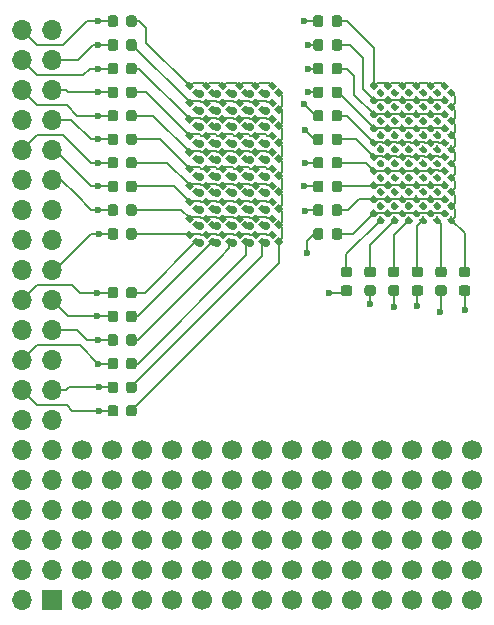
<source format=gtl>
G04 #@! TF.GenerationSoftware,KiCad,Pcbnew,5.0.2-bee76a0~70~ubuntu18.04.1*
G04 #@! TF.CreationDate,2019-03-12T09:35:16+03:00*
G04 #@! TF.ProjectId,LED_matrix,4c45445f-6d61-4747-9269-782e6b696361,rev?*
G04 #@! TF.SameCoordinates,Original*
G04 #@! TF.FileFunction,Copper,L1,Top*
G04 #@! TF.FilePolarity,Positive*
%FSLAX46Y46*%
G04 Gerber Fmt 4.6, Leading zero omitted, Abs format (unit mm)*
G04 Created by KiCad (PCBNEW 5.0.2-bee76a0~70~ubuntu18.04.1) date Вт 12 мар 2019 09:35:16*
%MOMM*%
%LPD*%
G01*
G04 APERTURE LIST*
G04 #@! TA.AperFunction,ComponentPad*
%ADD10R,1.700000X1.700000*%
G04 #@! TD*
G04 #@! TA.AperFunction,ComponentPad*
%ADD11O,1.700000X1.700000*%
G04 #@! TD*
G04 #@! TA.AperFunction,Conductor*
%ADD12C,0.100000*%
G04 #@! TD*
G04 #@! TA.AperFunction,SMDPad,CuDef*
%ADD13C,0.875000*%
G04 #@! TD*
G04 #@! TA.AperFunction,SMDPad,CuDef*
%ADD14C,0.500000*%
G04 #@! TD*
G04 #@! TA.AperFunction,ViaPad*
%ADD15C,0.500000*%
G04 #@! TD*
G04 #@! TA.AperFunction,ViaPad*
%ADD16C,1.700000*%
G04 #@! TD*
G04 #@! TA.AperFunction,ViaPad*
%ADD17C,0.600000*%
G04 #@! TD*
G04 #@! TA.AperFunction,ViaPad*
%ADD18C,0.700000*%
G04 #@! TD*
G04 #@! TA.AperFunction,Conductor*
%ADD19C,0.180000*%
G04 #@! TD*
G04 #@! TA.AperFunction,Conductor*
%ADD20C,0.160000*%
G04 #@! TD*
G04 APERTURE END LIST*
D10*
G04 #@! TO.P,J1,1*
G04 #@! TO.N,N/C*
X97550000Y-131500000D03*
D11*
G04 #@! TO.P,J1,2*
X95010000Y-131500000D03*
G04 #@! TO.P,J1,3*
X97550000Y-128960000D03*
G04 #@! TO.P,J1,4*
X95010000Y-128960000D03*
G04 #@! TO.P,J1,5*
X97550000Y-126420000D03*
G04 #@! TO.P,J1,6*
X95010000Y-126420000D03*
G04 #@! TO.P,J1,7*
X97550000Y-123880000D03*
G04 #@! TO.P,J1,8*
X95010000Y-123880000D03*
G04 #@! TO.P,J1,9*
X97550000Y-121340000D03*
G04 #@! TO.P,J1,10*
X95010000Y-121340000D03*
G04 #@! TO.P,J1,11*
X97550000Y-118800000D03*
G04 #@! TO.P,J1,12*
X95010000Y-118800000D03*
G04 #@! TO.P,J1,13*
X97550000Y-116260000D03*
G04 #@! TO.P,J1,14*
X95010000Y-116260000D03*
G04 #@! TO.P,J1,15*
G04 #@! TO.N,/col_4*
X97550000Y-113720000D03*
G04 #@! TO.P,J1,16*
G04 #@! TO.N,/col_5*
X95010000Y-113720000D03*
G04 #@! TO.P,J1,17*
G04 #@! TO.N,N/C*
X97550000Y-111180000D03*
G04 #@! TO.P,J1,18*
G04 #@! TO.N,/col_3*
X95010000Y-111180000D03*
G04 #@! TO.P,J1,19*
G04 #@! TO.N,/col_2*
X97550000Y-108640000D03*
G04 #@! TO.P,J1,20*
G04 #@! TO.N,N/C*
X95010000Y-108640000D03*
G04 #@! TO.P,J1,21*
G04 #@! TO.N,/col_1*
X97550000Y-106100000D03*
G04 #@! TO.P,J1,22*
G04 #@! TO.N,/col_0*
X95010000Y-106100000D03*
G04 #@! TO.P,J1,23*
G04 #@! TO.N,/row_9*
X97550000Y-103560000D03*
G04 #@! TO.P,J1,24*
G04 #@! TO.N,N/C*
X95010000Y-103560000D03*
G04 #@! TO.P,J1,25*
X97550000Y-101020000D03*
G04 #@! TO.P,J1,26*
X95010000Y-101020000D03*
G04 #@! TO.P,J1,27*
X97550000Y-98480000D03*
G04 #@! TO.P,J1,28*
X95010000Y-98480000D03*
G04 #@! TO.P,J1,29*
G04 #@! TO.N,/row_8*
X97550000Y-95940000D03*
G04 #@! TO.P,J1,30*
G04 #@! TO.N,N/C*
X95010000Y-95940000D03*
G04 #@! TO.P,J1,31*
G04 #@! TO.N,/row_7*
X97550000Y-93400000D03*
G04 #@! TO.P,J1,32*
G04 #@! TO.N,/row_6*
X95010000Y-93400000D03*
G04 #@! TO.P,J1,33*
G04 #@! TO.N,/row_5*
X97550000Y-90860000D03*
G04 #@! TO.P,J1,34*
G04 #@! TO.N,N/C*
X95010000Y-90860000D03*
G04 #@! TO.P,J1,35*
G04 #@! TO.N,/row_3*
X97550000Y-88320000D03*
G04 #@! TO.P,J1,36*
G04 #@! TO.N,/row_4*
X95010000Y-88320000D03*
G04 #@! TO.P,J1,37*
G04 #@! TO.N,/row_1*
X97550000Y-85780000D03*
G04 #@! TO.P,J1,38*
G04 #@! TO.N,/row_2*
X95010000Y-85780000D03*
G04 #@! TO.P,J1,39*
G04 #@! TO.N,N/C*
X97550000Y-83240000D03*
G04 #@! TO.P,J1,40*
G04 #@! TO.N,/row_0*
X95010000Y-83240000D03*
G04 #@! TD*
D12*
G04 #@! TO.N,/row_0*
G04 #@! TO.C,R1*
G36*
X102952691Y-82004242D02*
X102973926Y-82007392D01*
X102994750Y-82012608D01*
X103014962Y-82019840D01*
X103034368Y-82029019D01*
X103052781Y-82040055D01*
X103070024Y-82052843D01*
X103085930Y-82067259D01*
X103100346Y-82083165D01*
X103113134Y-82100408D01*
X103124170Y-82118821D01*
X103133349Y-82138227D01*
X103140581Y-82158439D01*
X103145797Y-82179263D01*
X103148947Y-82200498D01*
X103150000Y-82221939D01*
X103150000Y-82734439D01*
X103148947Y-82755880D01*
X103145797Y-82777115D01*
X103140581Y-82797939D01*
X103133349Y-82818151D01*
X103124170Y-82837557D01*
X103113134Y-82855970D01*
X103100346Y-82873213D01*
X103085930Y-82889119D01*
X103070024Y-82903535D01*
X103052781Y-82916323D01*
X103034368Y-82927359D01*
X103014962Y-82936538D01*
X102994750Y-82943770D01*
X102973926Y-82948986D01*
X102952691Y-82952136D01*
X102931250Y-82953189D01*
X102493750Y-82953189D01*
X102472309Y-82952136D01*
X102451074Y-82948986D01*
X102430250Y-82943770D01*
X102410038Y-82936538D01*
X102390632Y-82927359D01*
X102372219Y-82916323D01*
X102354976Y-82903535D01*
X102339070Y-82889119D01*
X102324654Y-82873213D01*
X102311866Y-82855970D01*
X102300830Y-82837557D01*
X102291651Y-82818151D01*
X102284419Y-82797939D01*
X102279203Y-82777115D01*
X102276053Y-82755880D01*
X102275000Y-82734439D01*
X102275000Y-82221939D01*
X102276053Y-82200498D01*
X102279203Y-82179263D01*
X102284419Y-82158439D01*
X102291651Y-82138227D01*
X102300830Y-82118821D01*
X102311866Y-82100408D01*
X102324654Y-82083165D01*
X102339070Y-82067259D01*
X102354976Y-82052843D01*
X102372219Y-82040055D01*
X102390632Y-82029019D01*
X102410038Y-82019840D01*
X102430250Y-82012608D01*
X102451074Y-82007392D01*
X102472309Y-82004242D01*
X102493750Y-82003189D01*
X102931250Y-82003189D01*
X102952691Y-82004242D01*
X102952691Y-82004242D01*
G37*
D13*
G04 #@! TD*
G04 #@! TO.P,R1,2*
G04 #@! TO.N,/row_0*
X102712500Y-82478189D03*
D12*
G04 #@! TO.N,/r_0*
G04 #@! TO.C,R1*
G36*
X104527691Y-82004242D02*
X104548926Y-82007392D01*
X104569750Y-82012608D01*
X104589962Y-82019840D01*
X104609368Y-82029019D01*
X104627781Y-82040055D01*
X104645024Y-82052843D01*
X104660930Y-82067259D01*
X104675346Y-82083165D01*
X104688134Y-82100408D01*
X104699170Y-82118821D01*
X104708349Y-82138227D01*
X104715581Y-82158439D01*
X104720797Y-82179263D01*
X104723947Y-82200498D01*
X104725000Y-82221939D01*
X104725000Y-82734439D01*
X104723947Y-82755880D01*
X104720797Y-82777115D01*
X104715581Y-82797939D01*
X104708349Y-82818151D01*
X104699170Y-82837557D01*
X104688134Y-82855970D01*
X104675346Y-82873213D01*
X104660930Y-82889119D01*
X104645024Y-82903535D01*
X104627781Y-82916323D01*
X104609368Y-82927359D01*
X104589962Y-82936538D01*
X104569750Y-82943770D01*
X104548926Y-82948986D01*
X104527691Y-82952136D01*
X104506250Y-82953189D01*
X104068750Y-82953189D01*
X104047309Y-82952136D01*
X104026074Y-82948986D01*
X104005250Y-82943770D01*
X103985038Y-82936538D01*
X103965632Y-82927359D01*
X103947219Y-82916323D01*
X103929976Y-82903535D01*
X103914070Y-82889119D01*
X103899654Y-82873213D01*
X103886866Y-82855970D01*
X103875830Y-82837557D01*
X103866651Y-82818151D01*
X103859419Y-82797939D01*
X103854203Y-82777115D01*
X103851053Y-82755880D01*
X103850000Y-82734439D01*
X103850000Y-82221939D01*
X103851053Y-82200498D01*
X103854203Y-82179263D01*
X103859419Y-82158439D01*
X103866651Y-82138227D01*
X103875830Y-82118821D01*
X103886866Y-82100408D01*
X103899654Y-82083165D01*
X103914070Y-82067259D01*
X103929976Y-82052843D01*
X103947219Y-82040055D01*
X103965632Y-82029019D01*
X103985038Y-82019840D01*
X104005250Y-82012608D01*
X104026074Y-82007392D01*
X104047309Y-82004242D01*
X104068750Y-82003189D01*
X104506250Y-82003189D01*
X104527691Y-82004242D01*
X104527691Y-82004242D01*
G37*
D13*
G04 #@! TD*
G04 #@! TO.P,R1,1*
G04 #@! TO.N,/r_0*
X104287500Y-82478189D03*
D12*
G04 #@! TO.N,/row_1*
G04 #@! TO.C,R2*
G36*
X102952691Y-84026053D02*
X102973926Y-84029203D01*
X102994750Y-84034419D01*
X103014962Y-84041651D01*
X103034368Y-84050830D01*
X103052781Y-84061866D01*
X103070024Y-84074654D01*
X103085930Y-84089070D01*
X103100346Y-84104976D01*
X103113134Y-84122219D01*
X103124170Y-84140632D01*
X103133349Y-84160038D01*
X103140581Y-84180250D01*
X103145797Y-84201074D01*
X103148947Y-84222309D01*
X103150000Y-84243750D01*
X103150000Y-84756250D01*
X103148947Y-84777691D01*
X103145797Y-84798926D01*
X103140581Y-84819750D01*
X103133349Y-84839962D01*
X103124170Y-84859368D01*
X103113134Y-84877781D01*
X103100346Y-84895024D01*
X103085930Y-84910930D01*
X103070024Y-84925346D01*
X103052781Y-84938134D01*
X103034368Y-84949170D01*
X103014962Y-84958349D01*
X102994750Y-84965581D01*
X102973926Y-84970797D01*
X102952691Y-84973947D01*
X102931250Y-84975000D01*
X102493750Y-84975000D01*
X102472309Y-84973947D01*
X102451074Y-84970797D01*
X102430250Y-84965581D01*
X102410038Y-84958349D01*
X102390632Y-84949170D01*
X102372219Y-84938134D01*
X102354976Y-84925346D01*
X102339070Y-84910930D01*
X102324654Y-84895024D01*
X102311866Y-84877781D01*
X102300830Y-84859368D01*
X102291651Y-84839962D01*
X102284419Y-84819750D01*
X102279203Y-84798926D01*
X102276053Y-84777691D01*
X102275000Y-84756250D01*
X102275000Y-84243750D01*
X102276053Y-84222309D01*
X102279203Y-84201074D01*
X102284419Y-84180250D01*
X102291651Y-84160038D01*
X102300830Y-84140632D01*
X102311866Y-84122219D01*
X102324654Y-84104976D01*
X102339070Y-84089070D01*
X102354976Y-84074654D01*
X102372219Y-84061866D01*
X102390632Y-84050830D01*
X102410038Y-84041651D01*
X102430250Y-84034419D01*
X102451074Y-84029203D01*
X102472309Y-84026053D01*
X102493750Y-84025000D01*
X102931250Y-84025000D01*
X102952691Y-84026053D01*
X102952691Y-84026053D01*
G37*
D13*
G04 #@! TD*
G04 #@! TO.P,R2,2*
G04 #@! TO.N,/row_1*
X102712500Y-84500000D03*
D12*
G04 #@! TO.N,/r_1*
G04 #@! TO.C,R2*
G36*
X104527691Y-84026053D02*
X104548926Y-84029203D01*
X104569750Y-84034419D01*
X104589962Y-84041651D01*
X104609368Y-84050830D01*
X104627781Y-84061866D01*
X104645024Y-84074654D01*
X104660930Y-84089070D01*
X104675346Y-84104976D01*
X104688134Y-84122219D01*
X104699170Y-84140632D01*
X104708349Y-84160038D01*
X104715581Y-84180250D01*
X104720797Y-84201074D01*
X104723947Y-84222309D01*
X104725000Y-84243750D01*
X104725000Y-84756250D01*
X104723947Y-84777691D01*
X104720797Y-84798926D01*
X104715581Y-84819750D01*
X104708349Y-84839962D01*
X104699170Y-84859368D01*
X104688134Y-84877781D01*
X104675346Y-84895024D01*
X104660930Y-84910930D01*
X104645024Y-84925346D01*
X104627781Y-84938134D01*
X104609368Y-84949170D01*
X104589962Y-84958349D01*
X104569750Y-84965581D01*
X104548926Y-84970797D01*
X104527691Y-84973947D01*
X104506250Y-84975000D01*
X104068750Y-84975000D01*
X104047309Y-84973947D01*
X104026074Y-84970797D01*
X104005250Y-84965581D01*
X103985038Y-84958349D01*
X103965632Y-84949170D01*
X103947219Y-84938134D01*
X103929976Y-84925346D01*
X103914070Y-84910930D01*
X103899654Y-84895024D01*
X103886866Y-84877781D01*
X103875830Y-84859368D01*
X103866651Y-84839962D01*
X103859419Y-84819750D01*
X103854203Y-84798926D01*
X103851053Y-84777691D01*
X103850000Y-84756250D01*
X103850000Y-84243750D01*
X103851053Y-84222309D01*
X103854203Y-84201074D01*
X103859419Y-84180250D01*
X103866651Y-84160038D01*
X103875830Y-84140632D01*
X103886866Y-84122219D01*
X103899654Y-84104976D01*
X103914070Y-84089070D01*
X103929976Y-84074654D01*
X103947219Y-84061866D01*
X103965632Y-84050830D01*
X103985038Y-84041651D01*
X104005250Y-84034419D01*
X104026074Y-84029203D01*
X104047309Y-84026053D01*
X104068750Y-84025000D01*
X104506250Y-84025000D01*
X104527691Y-84026053D01*
X104527691Y-84026053D01*
G37*
D13*
G04 #@! TD*
G04 #@! TO.P,R2,1*
G04 #@! TO.N,/r_1*
X104287500Y-84500000D03*
D12*
G04 #@! TO.N,/row_2*
G04 #@! TO.C,R3*
G36*
X102952691Y-86026053D02*
X102973926Y-86029203D01*
X102994750Y-86034419D01*
X103014962Y-86041651D01*
X103034368Y-86050830D01*
X103052781Y-86061866D01*
X103070024Y-86074654D01*
X103085930Y-86089070D01*
X103100346Y-86104976D01*
X103113134Y-86122219D01*
X103124170Y-86140632D01*
X103133349Y-86160038D01*
X103140581Y-86180250D01*
X103145797Y-86201074D01*
X103148947Y-86222309D01*
X103150000Y-86243750D01*
X103150000Y-86756250D01*
X103148947Y-86777691D01*
X103145797Y-86798926D01*
X103140581Y-86819750D01*
X103133349Y-86839962D01*
X103124170Y-86859368D01*
X103113134Y-86877781D01*
X103100346Y-86895024D01*
X103085930Y-86910930D01*
X103070024Y-86925346D01*
X103052781Y-86938134D01*
X103034368Y-86949170D01*
X103014962Y-86958349D01*
X102994750Y-86965581D01*
X102973926Y-86970797D01*
X102952691Y-86973947D01*
X102931250Y-86975000D01*
X102493750Y-86975000D01*
X102472309Y-86973947D01*
X102451074Y-86970797D01*
X102430250Y-86965581D01*
X102410038Y-86958349D01*
X102390632Y-86949170D01*
X102372219Y-86938134D01*
X102354976Y-86925346D01*
X102339070Y-86910930D01*
X102324654Y-86895024D01*
X102311866Y-86877781D01*
X102300830Y-86859368D01*
X102291651Y-86839962D01*
X102284419Y-86819750D01*
X102279203Y-86798926D01*
X102276053Y-86777691D01*
X102275000Y-86756250D01*
X102275000Y-86243750D01*
X102276053Y-86222309D01*
X102279203Y-86201074D01*
X102284419Y-86180250D01*
X102291651Y-86160038D01*
X102300830Y-86140632D01*
X102311866Y-86122219D01*
X102324654Y-86104976D01*
X102339070Y-86089070D01*
X102354976Y-86074654D01*
X102372219Y-86061866D01*
X102390632Y-86050830D01*
X102410038Y-86041651D01*
X102430250Y-86034419D01*
X102451074Y-86029203D01*
X102472309Y-86026053D01*
X102493750Y-86025000D01*
X102931250Y-86025000D01*
X102952691Y-86026053D01*
X102952691Y-86026053D01*
G37*
D13*
G04 #@! TD*
G04 #@! TO.P,R3,2*
G04 #@! TO.N,/row_2*
X102712500Y-86500000D03*
D12*
G04 #@! TO.N,/r_2*
G04 #@! TO.C,R3*
G36*
X104527691Y-86026053D02*
X104548926Y-86029203D01*
X104569750Y-86034419D01*
X104589962Y-86041651D01*
X104609368Y-86050830D01*
X104627781Y-86061866D01*
X104645024Y-86074654D01*
X104660930Y-86089070D01*
X104675346Y-86104976D01*
X104688134Y-86122219D01*
X104699170Y-86140632D01*
X104708349Y-86160038D01*
X104715581Y-86180250D01*
X104720797Y-86201074D01*
X104723947Y-86222309D01*
X104725000Y-86243750D01*
X104725000Y-86756250D01*
X104723947Y-86777691D01*
X104720797Y-86798926D01*
X104715581Y-86819750D01*
X104708349Y-86839962D01*
X104699170Y-86859368D01*
X104688134Y-86877781D01*
X104675346Y-86895024D01*
X104660930Y-86910930D01*
X104645024Y-86925346D01*
X104627781Y-86938134D01*
X104609368Y-86949170D01*
X104589962Y-86958349D01*
X104569750Y-86965581D01*
X104548926Y-86970797D01*
X104527691Y-86973947D01*
X104506250Y-86975000D01*
X104068750Y-86975000D01*
X104047309Y-86973947D01*
X104026074Y-86970797D01*
X104005250Y-86965581D01*
X103985038Y-86958349D01*
X103965632Y-86949170D01*
X103947219Y-86938134D01*
X103929976Y-86925346D01*
X103914070Y-86910930D01*
X103899654Y-86895024D01*
X103886866Y-86877781D01*
X103875830Y-86859368D01*
X103866651Y-86839962D01*
X103859419Y-86819750D01*
X103854203Y-86798926D01*
X103851053Y-86777691D01*
X103850000Y-86756250D01*
X103850000Y-86243750D01*
X103851053Y-86222309D01*
X103854203Y-86201074D01*
X103859419Y-86180250D01*
X103866651Y-86160038D01*
X103875830Y-86140632D01*
X103886866Y-86122219D01*
X103899654Y-86104976D01*
X103914070Y-86089070D01*
X103929976Y-86074654D01*
X103947219Y-86061866D01*
X103965632Y-86050830D01*
X103985038Y-86041651D01*
X104005250Y-86034419D01*
X104026074Y-86029203D01*
X104047309Y-86026053D01*
X104068750Y-86025000D01*
X104506250Y-86025000D01*
X104527691Y-86026053D01*
X104527691Y-86026053D01*
G37*
D13*
G04 #@! TD*
G04 #@! TO.P,R3,1*
G04 #@! TO.N,/r_2*
X104287500Y-86500000D03*
D12*
G04 #@! TO.N,/row_3*
G04 #@! TO.C,R4*
G36*
X102952691Y-88026053D02*
X102973926Y-88029203D01*
X102994750Y-88034419D01*
X103014962Y-88041651D01*
X103034368Y-88050830D01*
X103052781Y-88061866D01*
X103070024Y-88074654D01*
X103085930Y-88089070D01*
X103100346Y-88104976D01*
X103113134Y-88122219D01*
X103124170Y-88140632D01*
X103133349Y-88160038D01*
X103140581Y-88180250D01*
X103145797Y-88201074D01*
X103148947Y-88222309D01*
X103150000Y-88243750D01*
X103150000Y-88756250D01*
X103148947Y-88777691D01*
X103145797Y-88798926D01*
X103140581Y-88819750D01*
X103133349Y-88839962D01*
X103124170Y-88859368D01*
X103113134Y-88877781D01*
X103100346Y-88895024D01*
X103085930Y-88910930D01*
X103070024Y-88925346D01*
X103052781Y-88938134D01*
X103034368Y-88949170D01*
X103014962Y-88958349D01*
X102994750Y-88965581D01*
X102973926Y-88970797D01*
X102952691Y-88973947D01*
X102931250Y-88975000D01*
X102493750Y-88975000D01*
X102472309Y-88973947D01*
X102451074Y-88970797D01*
X102430250Y-88965581D01*
X102410038Y-88958349D01*
X102390632Y-88949170D01*
X102372219Y-88938134D01*
X102354976Y-88925346D01*
X102339070Y-88910930D01*
X102324654Y-88895024D01*
X102311866Y-88877781D01*
X102300830Y-88859368D01*
X102291651Y-88839962D01*
X102284419Y-88819750D01*
X102279203Y-88798926D01*
X102276053Y-88777691D01*
X102275000Y-88756250D01*
X102275000Y-88243750D01*
X102276053Y-88222309D01*
X102279203Y-88201074D01*
X102284419Y-88180250D01*
X102291651Y-88160038D01*
X102300830Y-88140632D01*
X102311866Y-88122219D01*
X102324654Y-88104976D01*
X102339070Y-88089070D01*
X102354976Y-88074654D01*
X102372219Y-88061866D01*
X102390632Y-88050830D01*
X102410038Y-88041651D01*
X102430250Y-88034419D01*
X102451074Y-88029203D01*
X102472309Y-88026053D01*
X102493750Y-88025000D01*
X102931250Y-88025000D01*
X102952691Y-88026053D01*
X102952691Y-88026053D01*
G37*
D13*
G04 #@! TD*
G04 #@! TO.P,R4,2*
G04 #@! TO.N,/row_3*
X102712500Y-88500000D03*
D12*
G04 #@! TO.N,/r_3*
G04 #@! TO.C,R4*
G36*
X104527691Y-88026053D02*
X104548926Y-88029203D01*
X104569750Y-88034419D01*
X104589962Y-88041651D01*
X104609368Y-88050830D01*
X104627781Y-88061866D01*
X104645024Y-88074654D01*
X104660930Y-88089070D01*
X104675346Y-88104976D01*
X104688134Y-88122219D01*
X104699170Y-88140632D01*
X104708349Y-88160038D01*
X104715581Y-88180250D01*
X104720797Y-88201074D01*
X104723947Y-88222309D01*
X104725000Y-88243750D01*
X104725000Y-88756250D01*
X104723947Y-88777691D01*
X104720797Y-88798926D01*
X104715581Y-88819750D01*
X104708349Y-88839962D01*
X104699170Y-88859368D01*
X104688134Y-88877781D01*
X104675346Y-88895024D01*
X104660930Y-88910930D01*
X104645024Y-88925346D01*
X104627781Y-88938134D01*
X104609368Y-88949170D01*
X104589962Y-88958349D01*
X104569750Y-88965581D01*
X104548926Y-88970797D01*
X104527691Y-88973947D01*
X104506250Y-88975000D01*
X104068750Y-88975000D01*
X104047309Y-88973947D01*
X104026074Y-88970797D01*
X104005250Y-88965581D01*
X103985038Y-88958349D01*
X103965632Y-88949170D01*
X103947219Y-88938134D01*
X103929976Y-88925346D01*
X103914070Y-88910930D01*
X103899654Y-88895024D01*
X103886866Y-88877781D01*
X103875830Y-88859368D01*
X103866651Y-88839962D01*
X103859419Y-88819750D01*
X103854203Y-88798926D01*
X103851053Y-88777691D01*
X103850000Y-88756250D01*
X103850000Y-88243750D01*
X103851053Y-88222309D01*
X103854203Y-88201074D01*
X103859419Y-88180250D01*
X103866651Y-88160038D01*
X103875830Y-88140632D01*
X103886866Y-88122219D01*
X103899654Y-88104976D01*
X103914070Y-88089070D01*
X103929976Y-88074654D01*
X103947219Y-88061866D01*
X103965632Y-88050830D01*
X103985038Y-88041651D01*
X104005250Y-88034419D01*
X104026074Y-88029203D01*
X104047309Y-88026053D01*
X104068750Y-88025000D01*
X104506250Y-88025000D01*
X104527691Y-88026053D01*
X104527691Y-88026053D01*
G37*
D13*
G04 #@! TD*
G04 #@! TO.P,R4,1*
G04 #@! TO.N,/r_3*
X104287500Y-88500000D03*
D12*
G04 #@! TO.N,/row_4*
G04 #@! TO.C,R5*
G36*
X102952691Y-90026053D02*
X102973926Y-90029203D01*
X102994750Y-90034419D01*
X103014962Y-90041651D01*
X103034368Y-90050830D01*
X103052781Y-90061866D01*
X103070024Y-90074654D01*
X103085930Y-90089070D01*
X103100346Y-90104976D01*
X103113134Y-90122219D01*
X103124170Y-90140632D01*
X103133349Y-90160038D01*
X103140581Y-90180250D01*
X103145797Y-90201074D01*
X103148947Y-90222309D01*
X103150000Y-90243750D01*
X103150000Y-90756250D01*
X103148947Y-90777691D01*
X103145797Y-90798926D01*
X103140581Y-90819750D01*
X103133349Y-90839962D01*
X103124170Y-90859368D01*
X103113134Y-90877781D01*
X103100346Y-90895024D01*
X103085930Y-90910930D01*
X103070024Y-90925346D01*
X103052781Y-90938134D01*
X103034368Y-90949170D01*
X103014962Y-90958349D01*
X102994750Y-90965581D01*
X102973926Y-90970797D01*
X102952691Y-90973947D01*
X102931250Y-90975000D01*
X102493750Y-90975000D01*
X102472309Y-90973947D01*
X102451074Y-90970797D01*
X102430250Y-90965581D01*
X102410038Y-90958349D01*
X102390632Y-90949170D01*
X102372219Y-90938134D01*
X102354976Y-90925346D01*
X102339070Y-90910930D01*
X102324654Y-90895024D01*
X102311866Y-90877781D01*
X102300830Y-90859368D01*
X102291651Y-90839962D01*
X102284419Y-90819750D01*
X102279203Y-90798926D01*
X102276053Y-90777691D01*
X102275000Y-90756250D01*
X102275000Y-90243750D01*
X102276053Y-90222309D01*
X102279203Y-90201074D01*
X102284419Y-90180250D01*
X102291651Y-90160038D01*
X102300830Y-90140632D01*
X102311866Y-90122219D01*
X102324654Y-90104976D01*
X102339070Y-90089070D01*
X102354976Y-90074654D01*
X102372219Y-90061866D01*
X102390632Y-90050830D01*
X102410038Y-90041651D01*
X102430250Y-90034419D01*
X102451074Y-90029203D01*
X102472309Y-90026053D01*
X102493750Y-90025000D01*
X102931250Y-90025000D01*
X102952691Y-90026053D01*
X102952691Y-90026053D01*
G37*
D13*
G04 #@! TD*
G04 #@! TO.P,R5,2*
G04 #@! TO.N,/row_4*
X102712500Y-90500000D03*
D12*
G04 #@! TO.N,/r_4*
G04 #@! TO.C,R5*
G36*
X104527691Y-90026053D02*
X104548926Y-90029203D01*
X104569750Y-90034419D01*
X104589962Y-90041651D01*
X104609368Y-90050830D01*
X104627781Y-90061866D01*
X104645024Y-90074654D01*
X104660930Y-90089070D01*
X104675346Y-90104976D01*
X104688134Y-90122219D01*
X104699170Y-90140632D01*
X104708349Y-90160038D01*
X104715581Y-90180250D01*
X104720797Y-90201074D01*
X104723947Y-90222309D01*
X104725000Y-90243750D01*
X104725000Y-90756250D01*
X104723947Y-90777691D01*
X104720797Y-90798926D01*
X104715581Y-90819750D01*
X104708349Y-90839962D01*
X104699170Y-90859368D01*
X104688134Y-90877781D01*
X104675346Y-90895024D01*
X104660930Y-90910930D01*
X104645024Y-90925346D01*
X104627781Y-90938134D01*
X104609368Y-90949170D01*
X104589962Y-90958349D01*
X104569750Y-90965581D01*
X104548926Y-90970797D01*
X104527691Y-90973947D01*
X104506250Y-90975000D01*
X104068750Y-90975000D01*
X104047309Y-90973947D01*
X104026074Y-90970797D01*
X104005250Y-90965581D01*
X103985038Y-90958349D01*
X103965632Y-90949170D01*
X103947219Y-90938134D01*
X103929976Y-90925346D01*
X103914070Y-90910930D01*
X103899654Y-90895024D01*
X103886866Y-90877781D01*
X103875830Y-90859368D01*
X103866651Y-90839962D01*
X103859419Y-90819750D01*
X103854203Y-90798926D01*
X103851053Y-90777691D01*
X103850000Y-90756250D01*
X103850000Y-90243750D01*
X103851053Y-90222309D01*
X103854203Y-90201074D01*
X103859419Y-90180250D01*
X103866651Y-90160038D01*
X103875830Y-90140632D01*
X103886866Y-90122219D01*
X103899654Y-90104976D01*
X103914070Y-90089070D01*
X103929976Y-90074654D01*
X103947219Y-90061866D01*
X103965632Y-90050830D01*
X103985038Y-90041651D01*
X104005250Y-90034419D01*
X104026074Y-90029203D01*
X104047309Y-90026053D01*
X104068750Y-90025000D01*
X104506250Y-90025000D01*
X104527691Y-90026053D01*
X104527691Y-90026053D01*
G37*
D13*
G04 #@! TD*
G04 #@! TO.P,R5,1*
G04 #@! TO.N,/r_4*
X104287500Y-90500000D03*
D12*
G04 #@! TO.N,/row_5*
G04 #@! TO.C,R6*
G36*
X102952691Y-92004242D02*
X102973926Y-92007392D01*
X102994750Y-92012608D01*
X103014962Y-92019840D01*
X103034368Y-92029019D01*
X103052781Y-92040055D01*
X103070024Y-92052843D01*
X103085930Y-92067259D01*
X103100346Y-92083165D01*
X103113134Y-92100408D01*
X103124170Y-92118821D01*
X103133349Y-92138227D01*
X103140581Y-92158439D01*
X103145797Y-92179263D01*
X103148947Y-92200498D01*
X103150000Y-92221939D01*
X103150000Y-92734439D01*
X103148947Y-92755880D01*
X103145797Y-92777115D01*
X103140581Y-92797939D01*
X103133349Y-92818151D01*
X103124170Y-92837557D01*
X103113134Y-92855970D01*
X103100346Y-92873213D01*
X103085930Y-92889119D01*
X103070024Y-92903535D01*
X103052781Y-92916323D01*
X103034368Y-92927359D01*
X103014962Y-92936538D01*
X102994750Y-92943770D01*
X102973926Y-92948986D01*
X102952691Y-92952136D01*
X102931250Y-92953189D01*
X102493750Y-92953189D01*
X102472309Y-92952136D01*
X102451074Y-92948986D01*
X102430250Y-92943770D01*
X102410038Y-92936538D01*
X102390632Y-92927359D01*
X102372219Y-92916323D01*
X102354976Y-92903535D01*
X102339070Y-92889119D01*
X102324654Y-92873213D01*
X102311866Y-92855970D01*
X102300830Y-92837557D01*
X102291651Y-92818151D01*
X102284419Y-92797939D01*
X102279203Y-92777115D01*
X102276053Y-92755880D01*
X102275000Y-92734439D01*
X102275000Y-92221939D01*
X102276053Y-92200498D01*
X102279203Y-92179263D01*
X102284419Y-92158439D01*
X102291651Y-92138227D01*
X102300830Y-92118821D01*
X102311866Y-92100408D01*
X102324654Y-92083165D01*
X102339070Y-92067259D01*
X102354976Y-92052843D01*
X102372219Y-92040055D01*
X102390632Y-92029019D01*
X102410038Y-92019840D01*
X102430250Y-92012608D01*
X102451074Y-92007392D01*
X102472309Y-92004242D01*
X102493750Y-92003189D01*
X102931250Y-92003189D01*
X102952691Y-92004242D01*
X102952691Y-92004242D01*
G37*
D13*
G04 #@! TD*
G04 #@! TO.P,R6,2*
G04 #@! TO.N,/row_5*
X102712500Y-92478189D03*
D12*
G04 #@! TO.N,/r_5*
G04 #@! TO.C,R6*
G36*
X104527691Y-92004242D02*
X104548926Y-92007392D01*
X104569750Y-92012608D01*
X104589962Y-92019840D01*
X104609368Y-92029019D01*
X104627781Y-92040055D01*
X104645024Y-92052843D01*
X104660930Y-92067259D01*
X104675346Y-92083165D01*
X104688134Y-92100408D01*
X104699170Y-92118821D01*
X104708349Y-92138227D01*
X104715581Y-92158439D01*
X104720797Y-92179263D01*
X104723947Y-92200498D01*
X104725000Y-92221939D01*
X104725000Y-92734439D01*
X104723947Y-92755880D01*
X104720797Y-92777115D01*
X104715581Y-92797939D01*
X104708349Y-92818151D01*
X104699170Y-92837557D01*
X104688134Y-92855970D01*
X104675346Y-92873213D01*
X104660930Y-92889119D01*
X104645024Y-92903535D01*
X104627781Y-92916323D01*
X104609368Y-92927359D01*
X104589962Y-92936538D01*
X104569750Y-92943770D01*
X104548926Y-92948986D01*
X104527691Y-92952136D01*
X104506250Y-92953189D01*
X104068750Y-92953189D01*
X104047309Y-92952136D01*
X104026074Y-92948986D01*
X104005250Y-92943770D01*
X103985038Y-92936538D01*
X103965632Y-92927359D01*
X103947219Y-92916323D01*
X103929976Y-92903535D01*
X103914070Y-92889119D01*
X103899654Y-92873213D01*
X103886866Y-92855970D01*
X103875830Y-92837557D01*
X103866651Y-92818151D01*
X103859419Y-92797939D01*
X103854203Y-92777115D01*
X103851053Y-92755880D01*
X103850000Y-92734439D01*
X103850000Y-92221939D01*
X103851053Y-92200498D01*
X103854203Y-92179263D01*
X103859419Y-92158439D01*
X103866651Y-92138227D01*
X103875830Y-92118821D01*
X103886866Y-92100408D01*
X103899654Y-92083165D01*
X103914070Y-92067259D01*
X103929976Y-92052843D01*
X103947219Y-92040055D01*
X103965632Y-92029019D01*
X103985038Y-92019840D01*
X104005250Y-92012608D01*
X104026074Y-92007392D01*
X104047309Y-92004242D01*
X104068750Y-92003189D01*
X104506250Y-92003189D01*
X104527691Y-92004242D01*
X104527691Y-92004242D01*
G37*
D13*
G04 #@! TD*
G04 #@! TO.P,R6,1*
G04 #@! TO.N,/r_5*
X104287500Y-92478189D03*
D12*
G04 #@! TO.N,/row_6*
G04 #@! TO.C,R7*
G36*
X102952691Y-94004242D02*
X102973926Y-94007392D01*
X102994750Y-94012608D01*
X103014962Y-94019840D01*
X103034368Y-94029019D01*
X103052781Y-94040055D01*
X103070024Y-94052843D01*
X103085930Y-94067259D01*
X103100346Y-94083165D01*
X103113134Y-94100408D01*
X103124170Y-94118821D01*
X103133349Y-94138227D01*
X103140581Y-94158439D01*
X103145797Y-94179263D01*
X103148947Y-94200498D01*
X103150000Y-94221939D01*
X103150000Y-94734439D01*
X103148947Y-94755880D01*
X103145797Y-94777115D01*
X103140581Y-94797939D01*
X103133349Y-94818151D01*
X103124170Y-94837557D01*
X103113134Y-94855970D01*
X103100346Y-94873213D01*
X103085930Y-94889119D01*
X103070024Y-94903535D01*
X103052781Y-94916323D01*
X103034368Y-94927359D01*
X103014962Y-94936538D01*
X102994750Y-94943770D01*
X102973926Y-94948986D01*
X102952691Y-94952136D01*
X102931250Y-94953189D01*
X102493750Y-94953189D01*
X102472309Y-94952136D01*
X102451074Y-94948986D01*
X102430250Y-94943770D01*
X102410038Y-94936538D01*
X102390632Y-94927359D01*
X102372219Y-94916323D01*
X102354976Y-94903535D01*
X102339070Y-94889119D01*
X102324654Y-94873213D01*
X102311866Y-94855970D01*
X102300830Y-94837557D01*
X102291651Y-94818151D01*
X102284419Y-94797939D01*
X102279203Y-94777115D01*
X102276053Y-94755880D01*
X102275000Y-94734439D01*
X102275000Y-94221939D01*
X102276053Y-94200498D01*
X102279203Y-94179263D01*
X102284419Y-94158439D01*
X102291651Y-94138227D01*
X102300830Y-94118821D01*
X102311866Y-94100408D01*
X102324654Y-94083165D01*
X102339070Y-94067259D01*
X102354976Y-94052843D01*
X102372219Y-94040055D01*
X102390632Y-94029019D01*
X102410038Y-94019840D01*
X102430250Y-94012608D01*
X102451074Y-94007392D01*
X102472309Y-94004242D01*
X102493750Y-94003189D01*
X102931250Y-94003189D01*
X102952691Y-94004242D01*
X102952691Y-94004242D01*
G37*
D13*
G04 #@! TD*
G04 #@! TO.P,R7,2*
G04 #@! TO.N,/row_6*
X102712500Y-94478189D03*
D12*
G04 #@! TO.N,/r_6*
G04 #@! TO.C,R7*
G36*
X104527691Y-94004242D02*
X104548926Y-94007392D01*
X104569750Y-94012608D01*
X104589962Y-94019840D01*
X104609368Y-94029019D01*
X104627781Y-94040055D01*
X104645024Y-94052843D01*
X104660930Y-94067259D01*
X104675346Y-94083165D01*
X104688134Y-94100408D01*
X104699170Y-94118821D01*
X104708349Y-94138227D01*
X104715581Y-94158439D01*
X104720797Y-94179263D01*
X104723947Y-94200498D01*
X104725000Y-94221939D01*
X104725000Y-94734439D01*
X104723947Y-94755880D01*
X104720797Y-94777115D01*
X104715581Y-94797939D01*
X104708349Y-94818151D01*
X104699170Y-94837557D01*
X104688134Y-94855970D01*
X104675346Y-94873213D01*
X104660930Y-94889119D01*
X104645024Y-94903535D01*
X104627781Y-94916323D01*
X104609368Y-94927359D01*
X104589962Y-94936538D01*
X104569750Y-94943770D01*
X104548926Y-94948986D01*
X104527691Y-94952136D01*
X104506250Y-94953189D01*
X104068750Y-94953189D01*
X104047309Y-94952136D01*
X104026074Y-94948986D01*
X104005250Y-94943770D01*
X103985038Y-94936538D01*
X103965632Y-94927359D01*
X103947219Y-94916323D01*
X103929976Y-94903535D01*
X103914070Y-94889119D01*
X103899654Y-94873213D01*
X103886866Y-94855970D01*
X103875830Y-94837557D01*
X103866651Y-94818151D01*
X103859419Y-94797939D01*
X103854203Y-94777115D01*
X103851053Y-94755880D01*
X103850000Y-94734439D01*
X103850000Y-94221939D01*
X103851053Y-94200498D01*
X103854203Y-94179263D01*
X103859419Y-94158439D01*
X103866651Y-94138227D01*
X103875830Y-94118821D01*
X103886866Y-94100408D01*
X103899654Y-94083165D01*
X103914070Y-94067259D01*
X103929976Y-94052843D01*
X103947219Y-94040055D01*
X103965632Y-94029019D01*
X103985038Y-94019840D01*
X104005250Y-94012608D01*
X104026074Y-94007392D01*
X104047309Y-94004242D01*
X104068750Y-94003189D01*
X104506250Y-94003189D01*
X104527691Y-94004242D01*
X104527691Y-94004242D01*
G37*
D13*
G04 #@! TD*
G04 #@! TO.P,R7,1*
G04 #@! TO.N,/r_6*
X104287500Y-94478189D03*
D12*
G04 #@! TO.N,/row_7*
G04 #@! TO.C,R8*
G36*
X102952691Y-96004242D02*
X102973926Y-96007392D01*
X102994750Y-96012608D01*
X103014962Y-96019840D01*
X103034368Y-96029019D01*
X103052781Y-96040055D01*
X103070024Y-96052843D01*
X103085930Y-96067259D01*
X103100346Y-96083165D01*
X103113134Y-96100408D01*
X103124170Y-96118821D01*
X103133349Y-96138227D01*
X103140581Y-96158439D01*
X103145797Y-96179263D01*
X103148947Y-96200498D01*
X103150000Y-96221939D01*
X103150000Y-96734439D01*
X103148947Y-96755880D01*
X103145797Y-96777115D01*
X103140581Y-96797939D01*
X103133349Y-96818151D01*
X103124170Y-96837557D01*
X103113134Y-96855970D01*
X103100346Y-96873213D01*
X103085930Y-96889119D01*
X103070024Y-96903535D01*
X103052781Y-96916323D01*
X103034368Y-96927359D01*
X103014962Y-96936538D01*
X102994750Y-96943770D01*
X102973926Y-96948986D01*
X102952691Y-96952136D01*
X102931250Y-96953189D01*
X102493750Y-96953189D01*
X102472309Y-96952136D01*
X102451074Y-96948986D01*
X102430250Y-96943770D01*
X102410038Y-96936538D01*
X102390632Y-96927359D01*
X102372219Y-96916323D01*
X102354976Y-96903535D01*
X102339070Y-96889119D01*
X102324654Y-96873213D01*
X102311866Y-96855970D01*
X102300830Y-96837557D01*
X102291651Y-96818151D01*
X102284419Y-96797939D01*
X102279203Y-96777115D01*
X102276053Y-96755880D01*
X102275000Y-96734439D01*
X102275000Y-96221939D01*
X102276053Y-96200498D01*
X102279203Y-96179263D01*
X102284419Y-96158439D01*
X102291651Y-96138227D01*
X102300830Y-96118821D01*
X102311866Y-96100408D01*
X102324654Y-96083165D01*
X102339070Y-96067259D01*
X102354976Y-96052843D01*
X102372219Y-96040055D01*
X102390632Y-96029019D01*
X102410038Y-96019840D01*
X102430250Y-96012608D01*
X102451074Y-96007392D01*
X102472309Y-96004242D01*
X102493750Y-96003189D01*
X102931250Y-96003189D01*
X102952691Y-96004242D01*
X102952691Y-96004242D01*
G37*
D13*
G04 #@! TD*
G04 #@! TO.P,R8,2*
G04 #@! TO.N,/row_7*
X102712500Y-96478189D03*
D12*
G04 #@! TO.N,/r_7*
G04 #@! TO.C,R8*
G36*
X104527691Y-96004242D02*
X104548926Y-96007392D01*
X104569750Y-96012608D01*
X104589962Y-96019840D01*
X104609368Y-96029019D01*
X104627781Y-96040055D01*
X104645024Y-96052843D01*
X104660930Y-96067259D01*
X104675346Y-96083165D01*
X104688134Y-96100408D01*
X104699170Y-96118821D01*
X104708349Y-96138227D01*
X104715581Y-96158439D01*
X104720797Y-96179263D01*
X104723947Y-96200498D01*
X104725000Y-96221939D01*
X104725000Y-96734439D01*
X104723947Y-96755880D01*
X104720797Y-96777115D01*
X104715581Y-96797939D01*
X104708349Y-96818151D01*
X104699170Y-96837557D01*
X104688134Y-96855970D01*
X104675346Y-96873213D01*
X104660930Y-96889119D01*
X104645024Y-96903535D01*
X104627781Y-96916323D01*
X104609368Y-96927359D01*
X104589962Y-96936538D01*
X104569750Y-96943770D01*
X104548926Y-96948986D01*
X104527691Y-96952136D01*
X104506250Y-96953189D01*
X104068750Y-96953189D01*
X104047309Y-96952136D01*
X104026074Y-96948986D01*
X104005250Y-96943770D01*
X103985038Y-96936538D01*
X103965632Y-96927359D01*
X103947219Y-96916323D01*
X103929976Y-96903535D01*
X103914070Y-96889119D01*
X103899654Y-96873213D01*
X103886866Y-96855970D01*
X103875830Y-96837557D01*
X103866651Y-96818151D01*
X103859419Y-96797939D01*
X103854203Y-96777115D01*
X103851053Y-96755880D01*
X103850000Y-96734439D01*
X103850000Y-96221939D01*
X103851053Y-96200498D01*
X103854203Y-96179263D01*
X103859419Y-96158439D01*
X103866651Y-96138227D01*
X103875830Y-96118821D01*
X103886866Y-96100408D01*
X103899654Y-96083165D01*
X103914070Y-96067259D01*
X103929976Y-96052843D01*
X103947219Y-96040055D01*
X103965632Y-96029019D01*
X103985038Y-96019840D01*
X104005250Y-96012608D01*
X104026074Y-96007392D01*
X104047309Y-96004242D01*
X104068750Y-96003189D01*
X104506250Y-96003189D01*
X104527691Y-96004242D01*
X104527691Y-96004242D01*
G37*
D13*
G04 #@! TD*
G04 #@! TO.P,R8,1*
G04 #@! TO.N,/r_7*
X104287500Y-96478189D03*
D12*
G04 #@! TO.N,/row_8*
G04 #@! TO.C,R9*
G36*
X102952691Y-98004242D02*
X102973926Y-98007392D01*
X102994750Y-98012608D01*
X103014962Y-98019840D01*
X103034368Y-98029019D01*
X103052781Y-98040055D01*
X103070024Y-98052843D01*
X103085930Y-98067259D01*
X103100346Y-98083165D01*
X103113134Y-98100408D01*
X103124170Y-98118821D01*
X103133349Y-98138227D01*
X103140581Y-98158439D01*
X103145797Y-98179263D01*
X103148947Y-98200498D01*
X103150000Y-98221939D01*
X103150000Y-98734439D01*
X103148947Y-98755880D01*
X103145797Y-98777115D01*
X103140581Y-98797939D01*
X103133349Y-98818151D01*
X103124170Y-98837557D01*
X103113134Y-98855970D01*
X103100346Y-98873213D01*
X103085930Y-98889119D01*
X103070024Y-98903535D01*
X103052781Y-98916323D01*
X103034368Y-98927359D01*
X103014962Y-98936538D01*
X102994750Y-98943770D01*
X102973926Y-98948986D01*
X102952691Y-98952136D01*
X102931250Y-98953189D01*
X102493750Y-98953189D01*
X102472309Y-98952136D01*
X102451074Y-98948986D01*
X102430250Y-98943770D01*
X102410038Y-98936538D01*
X102390632Y-98927359D01*
X102372219Y-98916323D01*
X102354976Y-98903535D01*
X102339070Y-98889119D01*
X102324654Y-98873213D01*
X102311866Y-98855970D01*
X102300830Y-98837557D01*
X102291651Y-98818151D01*
X102284419Y-98797939D01*
X102279203Y-98777115D01*
X102276053Y-98755880D01*
X102275000Y-98734439D01*
X102275000Y-98221939D01*
X102276053Y-98200498D01*
X102279203Y-98179263D01*
X102284419Y-98158439D01*
X102291651Y-98138227D01*
X102300830Y-98118821D01*
X102311866Y-98100408D01*
X102324654Y-98083165D01*
X102339070Y-98067259D01*
X102354976Y-98052843D01*
X102372219Y-98040055D01*
X102390632Y-98029019D01*
X102410038Y-98019840D01*
X102430250Y-98012608D01*
X102451074Y-98007392D01*
X102472309Y-98004242D01*
X102493750Y-98003189D01*
X102931250Y-98003189D01*
X102952691Y-98004242D01*
X102952691Y-98004242D01*
G37*
D13*
G04 #@! TD*
G04 #@! TO.P,R9,2*
G04 #@! TO.N,/row_8*
X102712500Y-98478189D03*
D12*
G04 #@! TO.N,/r_8*
G04 #@! TO.C,R9*
G36*
X104527691Y-98004242D02*
X104548926Y-98007392D01*
X104569750Y-98012608D01*
X104589962Y-98019840D01*
X104609368Y-98029019D01*
X104627781Y-98040055D01*
X104645024Y-98052843D01*
X104660930Y-98067259D01*
X104675346Y-98083165D01*
X104688134Y-98100408D01*
X104699170Y-98118821D01*
X104708349Y-98138227D01*
X104715581Y-98158439D01*
X104720797Y-98179263D01*
X104723947Y-98200498D01*
X104725000Y-98221939D01*
X104725000Y-98734439D01*
X104723947Y-98755880D01*
X104720797Y-98777115D01*
X104715581Y-98797939D01*
X104708349Y-98818151D01*
X104699170Y-98837557D01*
X104688134Y-98855970D01*
X104675346Y-98873213D01*
X104660930Y-98889119D01*
X104645024Y-98903535D01*
X104627781Y-98916323D01*
X104609368Y-98927359D01*
X104589962Y-98936538D01*
X104569750Y-98943770D01*
X104548926Y-98948986D01*
X104527691Y-98952136D01*
X104506250Y-98953189D01*
X104068750Y-98953189D01*
X104047309Y-98952136D01*
X104026074Y-98948986D01*
X104005250Y-98943770D01*
X103985038Y-98936538D01*
X103965632Y-98927359D01*
X103947219Y-98916323D01*
X103929976Y-98903535D01*
X103914070Y-98889119D01*
X103899654Y-98873213D01*
X103886866Y-98855970D01*
X103875830Y-98837557D01*
X103866651Y-98818151D01*
X103859419Y-98797939D01*
X103854203Y-98777115D01*
X103851053Y-98755880D01*
X103850000Y-98734439D01*
X103850000Y-98221939D01*
X103851053Y-98200498D01*
X103854203Y-98179263D01*
X103859419Y-98158439D01*
X103866651Y-98138227D01*
X103875830Y-98118821D01*
X103886866Y-98100408D01*
X103899654Y-98083165D01*
X103914070Y-98067259D01*
X103929976Y-98052843D01*
X103947219Y-98040055D01*
X103965632Y-98029019D01*
X103985038Y-98019840D01*
X104005250Y-98012608D01*
X104026074Y-98007392D01*
X104047309Y-98004242D01*
X104068750Y-98003189D01*
X104506250Y-98003189D01*
X104527691Y-98004242D01*
X104527691Y-98004242D01*
G37*
D13*
G04 #@! TD*
G04 #@! TO.P,R9,1*
G04 #@! TO.N,/r_8*
X104287500Y-98478189D03*
D12*
G04 #@! TO.N,/row_9*
G04 #@! TO.C,R10*
G36*
X102952691Y-100026053D02*
X102973926Y-100029203D01*
X102994750Y-100034419D01*
X103014962Y-100041651D01*
X103034368Y-100050830D01*
X103052781Y-100061866D01*
X103070024Y-100074654D01*
X103085930Y-100089070D01*
X103100346Y-100104976D01*
X103113134Y-100122219D01*
X103124170Y-100140632D01*
X103133349Y-100160038D01*
X103140581Y-100180250D01*
X103145797Y-100201074D01*
X103148947Y-100222309D01*
X103150000Y-100243750D01*
X103150000Y-100756250D01*
X103148947Y-100777691D01*
X103145797Y-100798926D01*
X103140581Y-100819750D01*
X103133349Y-100839962D01*
X103124170Y-100859368D01*
X103113134Y-100877781D01*
X103100346Y-100895024D01*
X103085930Y-100910930D01*
X103070024Y-100925346D01*
X103052781Y-100938134D01*
X103034368Y-100949170D01*
X103014962Y-100958349D01*
X102994750Y-100965581D01*
X102973926Y-100970797D01*
X102952691Y-100973947D01*
X102931250Y-100975000D01*
X102493750Y-100975000D01*
X102472309Y-100973947D01*
X102451074Y-100970797D01*
X102430250Y-100965581D01*
X102410038Y-100958349D01*
X102390632Y-100949170D01*
X102372219Y-100938134D01*
X102354976Y-100925346D01*
X102339070Y-100910930D01*
X102324654Y-100895024D01*
X102311866Y-100877781D01*
X102300830Y-100859368D01*
X102291651Y-100839962D01*
X102284419Y-100819750D01*
X102279203Y-100798926D01*
X102276053Y-100777691D01*
X102275000Y-100756250D01*
X102275000Y-100243750D01*
X102276053Y-100222309D01*
X102279203Y-100201074D01*
X102284419Y-100180250D01*
X102291651Y-100160038D01*
X102300830Y-100140632D01*
X102311866Y-100122219D01*
X102324654Y-100104976D01*
X102339070Y-100089070D01*
X102354976Y-100074654D01*
X102372219Y-100061866D01*
X102390632Y-100050830D01*
X102410038Y-100041651D01*
X102430250Y-100034419D01*
X102451074Y-100029203D01*
X102472309Y-100026053D01*
X102493750Y-100025000D01*
X102931250Y-100025000D01*
X102952691Y-100026053D01*
X102952691Y-100026053D01*
G37*
D13*
G04 #@! TD*
G04 #@! TO.P,R10,2*
G04 #@! TO.N,/row_9*
X102712500Y-100500000D03*
D12*
G04 #@! TO.N,/r_9*
G04 #@! TO.C,R10*
G36*
X104527691Y-100026053D02*
X104548926Y-100029203D01*
X104569750Y-100034419D01*
X104589962Y-100041651D01*
X104609368Y-100050830D01*
X104627781Y-100061866D01*
X104645024Y-100074654D01*
X104660930Y-100089070D01*
X104675346Y-100104976D01*
X104688134Y-100122219D01*
X104699170Y-100140632D01*
X104708349Y-100160038D01*
X104715581Y-100180250D01*
X104720797Y-100201074D01*
X104723947Y-100222309D01*
X104725000Y-100243750D01*
X104725000Y-100756250D01*
X104723947Y-100777691D01*
X104720797Y-100798926D01*
X104715581Y-100819750D01*
X104708349Y-100839962D01*
X104699170Y-100859368D01*
X104688134Y-100877781D01*
X104675346Y-100895024D01*
X104660930Y-100910930D01*
X104645024Y-100925346D01*
X104627781Y-100938134D01*
X104609368Y-100949170D01*
X104589962Y-100958349D01*
X104569750Y-100965581D01*
X104548926Y-100970797D01*
X104527691Y-100973947D01*
X104506250Y-100975000D01*
X104068750Y-100975000D01*
X104047309Y-100973947D01*
X104026074Y-100970797D01*
X104005250Y-100965581D01*
X103985038Y-100958349D01*
X103965632Y-100949170D01*
X103947219Y-100938134D01*
X103929976Y-100925346D01*
X103914070Y-100910930D01*
X103899654Y-100895024D01*
X103886866Y-100877781D01*
X103875830Y-100859368D01*
X103866651Y-100839962D01*
X103859419Y-100819750D01*
X103854203Y-100798926D01*
X103851053Y-100777691D01*
X103850000Y-100756250D01*
X103850000Y-100243750D01*
X103851053Y-100222309D01*
X103854203Y-100201074D01*
X103859419Y-100180250D01*
X103866651Y-100160038D01*
X103875830Y-100140632D01*
X103886866Y-100122219D01*
X103899654Y-100104976D01*
X103914070Y-100089070D01*
X103929976Y-100074654D01*
X103947219Y-100061866D01*
X103965632Y-100050830D01*
X103985038Y-100041651D01*
X104005250Y-100034419D01*
X104026074Y-100029203D01*
X104047309Y-100026053D01*
X104068750Y-100025000D01*
X104506250Y-100025000D01*
X104527691Y-100026053D01*
X104527691Y-100026053D01*
G37*
D13*
G04 #@! TD*
G04 #@! TO.P,R10,1*
G04 #@! TO.N,/r_9*
X104287500Y-100500000D03*
D12*
G04 #@! TO.N,/col_0*
G04 #@! TO.C,R11*
G36*
X102952691Y-105004242D02*
X102973926Y-105007392D01*
X102994750Y-105012608D01*
X103014962Y-105019840D01*
X103034368Y-105029019D01*
X103052781Y-105040055D01*
X103070024Y-105052843D01*
X103085930Y-105067259D01*
X103100346Y-105083165D01*
X103113134Y-105100408D01*
X103124170Y-105118821D01*
X103133349Y-105138227D01*
X103140581Y-105158439D01*
X103145797Y-105179263D01*
X103148947Y-105200498D01*
X103150000Y-105221939D01*
X103150000Y-105734439D01*
X103148947Y-105755880D01*
X103145797Y-105777115D01*
X103140581Y-105797939D01*
X103133349Y-105818151D01*
X103124170Y-105837557D01*
X103113134Y-105855970D01*
X103100346Y-105873213D01*
X103085930Y-105889119D01*
X103070024Y-105903535D01*
X103052781Y-105916323D01*
X103034368Y-105927359D01*
X103014962Y-105936538D01*
X102994750Y-105943770D01*
X102973926Y-105948986D01*
X102952691Y-105952136D01*
X102931250Y-105953189D01*
X102493750Y-105953189D01*
X102472309Y-105952136D01*
X102451074Y-105948986D01*
X102430250Y-105943770D01*
X102410038Y-105936538D01*
X102390632Y-105927359D01*
X102372219Y-105916323D01*
X102354976Y-105903535D01*
X102339070Y-105889119D01*
X102324654Y-105873213D01*
X102311866Y-105855970D01*
X102300830Y-105837557D01*
X102291651Y-105818151D01*
X102284419Y-105797939D01*
X102279203Y-105777115D01*
X102276053Y-105755880D01*
X102275000Y-105734439D01*
X102275000Y-105221939D01*
X102276053Y-105200498D01*
X102279203Y-105179263D01*
X102284419Y-105158439D01*
X102291651Y-105138227D01*
X102300830Y-105118821D01*
X102311866Y-105100408D01*
X102324654Y-105083165D01*
X102339070Y-105067259D01*
X102354976Y-105052843D01*
X102372219Y-105040055D01*
X102390632Y-105029019D01*
X102410038Y-105019840D01*
X102430250Y-105012608D01*
X102451074Y-105007392D01*
X102472309Y-105004242D01*
X102493750Y-105003189D01*
X102931250Y-105003189D01*
X102952691Y-105004242D01*
X102952691Y-105004242D01*
G37*
D13*
G04 #@! TD*
G04 #@! TO.P,R11,2*
G04 #@! TO.N,/col_0*
X102712500Y-105478189D03*
D12*
G04 #@! TO.N,/c_0*
G04 #@! TO.C,R11*
G36*
X104527691Y-105004242D02*
X104548926Y-105007392D01*
X104569750Y-105012608D01*
X104589962Y-105019840D01*
X104609368Y-105029019D01*
X104627781Y-105040055D01*
X104645024Y-105052843D01*
X104660930Y-105067259D01*
X104675346Y-105083165D01*
X104688134Y-105100408D01*
X104699170Y-105118821D01*
X104708349Y-105138227D01*
X104715581Y-105158439D01*
X104720797Y-105179263D01*
X104723947Y-105200498D01*
X104725000Y-105221939D01*
X104725000Y-105734439D01*
X104723947Y-105755880D01*
X104720797Y-105777115D01*
X104715581Y-105797939D01*
X104708349Y-105818151D01*
X104699170Y-105837557D01*
X104688134Y-105855970D01*
X104675346Y-105873213D01*
X104660930Y-105889119D01*
X104645024Y-105903535D01*
X104627781Y-105916323D01*
X104609368Y-105927359D01*
X104589962Y-105936538D01*
X104569750Y-105943770D01*
X104548926Y-105948986D01*
X104527691Y-105952136D01*
X104506250Y-105953189D01*
X104068750Y-105953189D01*
X104047309Y-105952136D01*
X104026074Y-105948986D01*
X104005250Y-105943770D01*
X103985038Y-105936538D01*
X103965632Y-105927359D01*
X103947219Y-105916323D01*
X103929976Y-105903535D01*
X103914070Y-105889119D01*
X103899654Y-105873213D01*
X103886866Y-105855970D01*
X103875830Y-105837557D01*
X103866651Y-105818151D01*
X103859419Y-105797939D01*
X103854203Y-105777115D01*
X103851053Y-105755880D01*
X103850000Y-105734439D01*
X103850000Y-105221939D01*
X103851053Y-105200498D01*
X103854203Y-105179263D01*
X103859419Y-105158439D01*
X103866651Y-105138227D01*
X103875830Y-105118821D01*
X103886866Y-105100408D01*
X103899654Y-105083165D01*
X103914070Y-105067259D01*
X103929976Y-105052843D01*
X103947219Y-105040055D01*
X103965632Y-105029019D01*
X103985038Y-105019840D01*
X104005250Y-105012608D01*
X104026074Y-105007392D01*
X104047309Y-105004242D01*
X104068750Y-105003189D01*
X104506250Y-105003189D01*
X104527691Y-105004242D01*
X104527691Y-105004242D01*
G37*
D13*
G04 #@! TD*
G04 #@! TO.P,R11,1*
G04 #@! TO.N,/c_0*
X104287500Y-105478189D03*
D12*
G04 #@! TO.N,/col_1*
G04 #@! TO.C,R12*
G36*
X102952691Y-107004242D02*
X102973926Y-107007392D01*
X102994750Y-107012608D01*
X103014962Y-107019840D01*
X103034368Y-107029019D01*
X103052781Y-107040055D01*
X103070024Y-107052843D01*
X103085930Y-107067259D01*
X103100346Y-107083165D01*
X103113134Y-107100408D01*
X103124170Y-107118821D01*
X103133349Y-107138227D01*
X103140581Y-107158439D01*
X103145797Y-107179263D01*
X103148947Y-107200498D01*
X103150000Y-107221939D01*
X103150000Y-107734439D01*
X103148947Y-107755880D01*
X103145797Y-107777115D01*
X103140581Y-107797939D01*
X103133349Y-107818151D01*
X103124170Y-107837557D01*
X103113134Y-107855970D01*
X103100346Y-107873213D01*
X103085930Y-107889119D01*
X103070024Y-107903535D01*
X103052781Y-107916323D01*
X103034368Y-107927359D01*
X103014962Y-107936538D01*
X102994750Y-107943770D01*
X102973926Y-107948986D01*
X102952691Y-107952136D01*
X102931250Y-107953189D01*
X102493750Y-107953189D01*
X102472309Y-107952136D01*
X102451074Y-107948986D01*
X102430250Y-107943770D01*
X102410038Y-107936538D01*
X102390632Y-107927359D01*
X102372219Y-107916323D01*
X102354976Y-107903535D01*
X102339070Y-107889119D01*
X102324654Y-107873213D01*
X102311866Y-107855970D01*
X102300830Y-107837557D01*
X102291651Y-107818151D01*
X102284419Y-107797939D01*
X102279203Y-107777115D01*
X102276053Y-107755880D01*
X102275000Y-107734439D01*
X102275000Y-107221939D01*
X102276053Y-107200498D01*
X102279203Y-107179263D01*
X102284419Y-107158439D01*
X102291651Y-107138227D01*
X102300830Y-107118821D01*
X102311866Y-107100408D01*
X102324654Y-107083165D01*
X102339070Y-107067259D01*
X102354976Y-107052843D01*
X102372219Y-107040055D01*
X102390632Y-107029019D01*
X102410038Y-107019840D01*
X102430250Y-107012608D01*
X102451074Y-107007392D01*
X102472309Y-107004242D01*
X102493750Y-107003189D01*
X102931250Y-107003189D01*
X102952691Y-107004242D01*
X102952691Y-107004242D01*
G37*
D13*
G04 #@! TD*
G04 #@! TO.P,R12,2*
G04 #@! TO.N,/col_1*
X102712500Y-107478189D03*
D12*
G04 #@! TO.N,/c_1*
G04 #@! TO.C,R12*
G36*
X104527691Y-107004242D02*
X104548926Y-107007392D01*
X104569750Y-107012608D01*
X104589962Y-107019840D01*
X104609368Y-107029019D01*
X104627781Y-107040055D01*
X104645024Y-107052843D01*
X104660930Y-107067259D01*
X104675346Y-107083165D01*
X104688134Y-107100408D01*
X104699170Y-107118821D01*
X104708349Y-107138227D01*
X104715581Y-107158439D01*
X104720797Y-107179263D01*
X104723947Y-107200498D01*
X104725000Y-107221939D01*
X104725000Y-107734439D01*
X104723947Y-107755880D01*
X104720797Y-107777115D01*
X104715581Y-107797939D01*
X104708349Y-107818151D01*
X104699170Y-107837557D01*
X104688134Y-107855970D01*
X104675346Y-107873213D01*
X104660930Y-107889119D01*
X104645024Y-107903535D01*
X104627781Y-107916323D01*
X104609368Y-107927359D01*
X104589962Y-107936538D01*
X104569750Y-107943770D01*
X104548926Y-107948986D01*
X104527691Y-107952136D01*
X104506250Y-107953189D01*
X104068750Y-107953189D01*
X104047309Y-107952136D01*
X104026074Y-107948986D01*
X104005250Y-107943770D01*
X103985038Y-107936538D01*
X103965632Y-107927359D01*
X103947219Y-107916323D01*
X103929976Y-107903535D01*
X103914070Y-107889119D01*
X103899654Y-107873213D01*
X103886866Y-107855970D01*
X103875830Y-107837557D01*
X103866651Y-107818151D01*
X103859419Y-107797939D01*
X103854203Y-107777115D01*
X103851053Y-107755880D01*
X103850000Y-107734439D01*
X103850000Y-107221939D01*
X103851053Y-107200498D01*
X103854203Y-107179263D01*
X103859419Y-107158439D01*
X103866651Y-107138227D01*
X103875830Y-107118821D01*
X103886866Y-107100408D01*
X103899654Y-107083165D01*
X103914070Y-107067259D01*
X103929976Y-107052843D01*
X103947219Y-107040055D01*
X103965632Y-107029019D01*
X103985038Y-107019840D01*
X104005250Y-107012608D01*
X104026074Y-107007392D01*
X104047309Y-107004242D01*
X104068750Y-107003189D01*
X104506250Y-107003189D01*
X104527691Y-107004242D01*
X104527691Y-107004242D01*
G37*
D13*
G04 #@! TD*
G04 #@! TO.P,R12,1*
G04 #@! TO.N,/c_1*
X104287500Y-107478189D03*
D12*
G04 #@! TO.N,/col_2*
G04 #@! TO.C,R13*
G36*
X102952691Y-109004242D02*
X102973926Y-109007392D01*
X102994750Y-109012608D01*
X103014962Y-109019840D01*
X103034368Y-109029019D01*
X103052781Y-109040055D01*
X103070024Y-109052843D01*
X103085930Y-109067259D01*
X103100346Y-109083165D01*
X103113134Y-109100408D01*
X103124170Y-109118821D01*
X103133349Y-109138227D01*
X103140581Y-109158439D01*
X103145797Y-109179263D01*
X103148947Y-109200498D01*
X103150000Y-109221939D01*
X103150000Y-109734439D01*
X103148947Y-109755880D01*
X103145797Y-109777115D01*
X103140581Y-109797939D01*
X103133349Y-109818151D01*
X103124170Y-109837557D01*
X103113134Y-109855970D01*
X103100346Y-109873213D01*
X103085930Y-109889119D01*
X103070024Y-109903535D01*
X103052781Y-109916323D01*
X103034368Y-109927359D01*
X103014962Y-109936538D01*
X102994750Y-109943770D01*
X102973926Y-109948986D01*
X102952691Y-109952136D01*
X102931250Y-109953189D01*
X102493750Y-109953189D01*
X102472309Y-109952136D01*
X102451074Y-109948986D01*
X102430250Y-109943770D01*
X102410038Y-109936538D01*
X102390632Y-109927359D01*
X102372219Y-109916323D01*
X102354976Y-109903535D01*
X102339070Y-109889119D01*
X102324654Y-109873213D01*
X102311866Y-109855970D01*
X102300830Y-109837557D01*
X102291651Y-109818151D01*
X102284419Y-109797939D01*
X102279203Y-109777115D01*
X102276053Y-109755880D01*
X102275000Y-109734439D01*
X102275000Y-109221939D01*
X102276053Y-109200498D01*
X102279203Y-109179263D01*
X102284419Y-109158439D01*
X102291651Y-109138227D01*
X102300830Y-109118821D01*
X102311866Y-109100408D01*
X102324654Y-109083165D01*
X102339070Y-109067259D01*
X102354976Y-109052843D01*
X102372219Y-109040055D01*
X102390632Y-109029019D01*
X102410038Y-109019840D01*
X102430250Y-109012608D01*
X102451074Y-109007392D01*
X102472309Y-109004242D01*
X102493750Y-109003189D01*
X102931250Y-109003189D01*
X102952691Y-109004242D01*
X102952691Y-109004242D01*
G37*
D13*
G04 #@! TD*
G04 #@! TO.P,R13,2*
G04 #@! TO.N,/col_2*
X102712500Y-109478189D03*
D12*
G04 #@! TO.N,/c_2*
G04 #@! TO.C,R13*
G36*
X104527691Y-109004242D02*
X104548926Y-109007392D01*
X104569750Y-109012608D01*
X104589962Y-109019840D01*
X104609368Y-109029019D01*
X104627781Y-109040055D01*
X104645024Y-109052843D01*
X104660930Y-109067259D01*
X104675346Y-109083165D01*
X104688134Y-109100408D01*
X104699170Y-109118821D01*
X104708349Y-109138227D01*
X104715581Y-109158439D01*
X104720797Y-109179263D01*
X104723947Y-109200498D01*
X104725000Y-109221939D01*
X104725000Y-109734439D01*
X104723947Y-109755880D01*
X104720797Y-109777115D01*
X104715581Y-109797939D01*
X104708349Y-109818151D01*
X104699170Y-109837557D01*
X104688134Y-109855970D01*
X104675346Y-109873213D01*
X104660930Y-109889119D01*
X104645024Y-109903535D01*
X104627781Y-109916323D01*
X104609368Y-109927359D01*
X104589962Y-109936538D01*
X104569750Y-109943770D01*
X104548926Y-109948986D01*
X104527691Y-109952136D01*
X104506250Y-109953189D01*
X104068750Y-109953189D01*
X104047309Y-109952136D01*
X104026074Y-109948986D01*
X104005250Y-109943770D01*
X103985038Y-109936538D01*
X103965632Y-109927359D01*
X103947219Y-109916323D01*
X103929976Y-109903535D01*
X103914070Y-109889119D01*
X103899654Y-109873213D01*
X103886866Y-109855970D01*
X103875830Y-109837557D01*
X103866651Y-109818151D01*
X103859419Y-109797939D01*
X103854203Y-109777115D01*
X103851053Y-109755880D01*
X103850000Y-109734439D01*
X103850000Y-109221939D01*
X103851053Y-109200498D01*
X103854203Y-109179263D01*
X103859419Y-109158439D01*
X103866651Y-109138227D01*
X103875830Y-109118821D01*
X103886866Y-109100408D01*
X103899654Y-109083165D01*
X103914070Y-109067259D01*
X103929976Y-109052843D01*
X103947219Y-109040055D01*
X103965632Y-109029019D01*
X103985038Y-109019840D01*
X104005250Y-109012608D01*
X104026074Y-109007392D01*
X104047309Y-109004242D01*
X104068750Y-109003189D01*
X104506250Y-109003189D01*
X104527691Y-109004242D01*
X104527691Y-109004242D01*
G37*
D13*
G04 #@! TD*
G04 #@! TO.P,R13,1*
G04 #@! TO.N,/c_2*
X104287500Y-109478189D03*
D12*
G04 #@! TO.N,/col_3*
G04 #@! TO.C,R14*
G36*
X102952691Y-111004242D02*
X102973926Y-111007392D01*
X102994750Y-111012608D01*
X103014962Y-111019840D01*
X103034368Y-111029019D01*
X103052781Y-111040055D01*
X103070024Y-111052843D01*
X103085930Y-111067259D01*
X103100346Y-111083165D01*
X103113134Y-111100408D01*
X103124170Y-111118821D01*
X103133349Y-111138227D01*
X103140581Y-111158439D01*
X103145797Y-111179263D01*
X103148947Y-111200498D01*
X103150000Y-111221939D01*
X103150000Y-111734439D01*
X103148947Y-111755880D01*
X103145797Y-111777115D01*
X103140581Y-111797939D01*
X103133349Y-111818151D01*
X103124170Y-111837557D01*
X103113134Y-111855970D01*
X103100346Y-111873213D01*
X103085930Y-111889119D01*
X103070024Y-111903535D01*
X103052781Y-111916323D01*
X103034368Y-111927359D01*
X103014962Y-111936538D01*
X102994750Y-111943770D01*
X102973926Y-111948986D01*
X102952691Y-111952136D01*
X102931250Y-111953189D01*
X102493750Y-111953189D01*
X102472309Y-111952136D01*
X102451074Y-111948986D01*
X102430250Y-111943770D01*
X102410038Y-111936538D01*
X102390632Y-111927359D01*
X102372219Y-111916323D01*
X102354976Y-111903535D01*
X102339070Y-111889119D01*
X102324654Y-111873213D01*
X102311866Y-111855970D01*
X102300830Y-111837557D01*
X102291651Y-111818151D01*
X102284419Y-111797939D01*
X102279203Y-111777115D01*
X102276053Y-111755880D01*
X102275000Y-111734439D01*
X102275000Y-111221939D01*
X102276053Y-111200498D01*
X102279203Y-111179263D01*
X102284419Y-111158439D01*
X102291651Y-111138227D01*
X102300830Y-111118821D01*
X102311866Y-111100408D01*
X102324654Y-111083165D01*
X102339070Y-111067259D01*
X102354976Y-111052843D01*
X102372219Y-111040055D01*
X102390632Y-111029019D01*
X102410038Y-111019840D01*
X102430250Y-111012608D01*
X102451074Y-111007392D01*
X102472309Y-111004242D01*
X102493750Y-111003189D01*
X102931250Y-111003189D01*
X102952691Y-111004242D01*
X102952691Y-111004242D01*
G37*
D13*
G04 #@! TD*
G04 #@! TO.P,R14,2*
G04 #@! TO.N,/col_3*
X102712500Y-111478189D03*
D12*
G04 #@! TO.N,/c_3*
G04 #@! TO.C,R14*
G36*
X104527691Y-111004242D02*
X104548926Y-111007392D01*
X104569750Y-111012608D01*
X104589962Y-111019840D01*
X104609368Y-111029019D01*
X104627781Y-111040055D01*
X104645024Y-111052843D01*
X104660930Y-111067259D01*
X104675346Y-111083165D01*
X104688134Y-111100408D01*
X104699170Y-111118821D01*
X104708349Y-111138227D01*
X104715581Y-111158439D01*
X104720797Y-111179263D01*
X104723947Y-111200498D01*
X104725000Y-111221939D01*
X104725000Y-111734439D01*
X104723947Y-111755880D01*
X104720797Y-111777115D01*
X104715581Y-111797939D01*
X104708349Y-111818151D01*
X104699170Y-111837557D01*
X104688134Y-111855970D01*
X104675346Y-111873213D01*
X104660930Y-111889119D01*
X104645024Y-111903535D01*
X104627781Y-111916323D01*
X104609368Y-111927359D01*
X104589962Y-111936538D01*
X104569750Y-111943770D01*
X104548926Y-111948986D01*
X104527691Y-111952136D01*
X104506250Y-111953189D01*
X104068750Y-111953189D01*
X104047309Y-111952136D01*
X104026074Y-111948986D01*
X104005250Y-111943770D01*
X103985038Y-111936538D01*
X103965632Y-111927359D01*
X103947219Y-111916323D01*
X103929976Y-111903535D01*
X103914070Y-111889119D01*
X103899654Y-111873213D01*
X103886866Y-111855970D01*
X103875830Y-111837557D01*
X103866651Y-111818151D01*
X103859419Y-111797939D01*
X103854203Y-111777115D01*
X103851053Y-111755880D01*
X103850000Y-111734439D01*
X103850000Y-111221939D01*
X103851053Y-111200498D01*
X103854203Y-111179263D01*
X103859419Y-111158439D01*
X103866651Y-111138227D01*
X103875830Y-111118821D01*
X103886866Y-111100408D01*
X103899654Y-111083165D01*
X103914070Y-111067259D01*
X103929976Y-111052843D01*
X103947219Y-111040055D01*
X103965632Y-111029019D01*
X103985038Y-111019840D01*
X104005250Y-111012608D01*
X104026074Y-111007392D01*
X104047309Y-111004242D01*
X104068750Y-111003189D01*
X104506250Y-111003189D01*
X104527691Y-111004242D01*
X104527691Y-111004242D01*
G37*
D13*
G04 #@! TD*
G04 #@! TO.P,R14,1*
G04 #@! TO.N,/c_3*
X104287500Y-111478189D03*
D12*
G04 #@! TO.N,/col_4*
G04 #@! TO.C,R15*
G36*
X102952691Y-113004242D02*
X102973926Y-113007392D01*
X102994750Y-113012608D01*
X103014962Y-113019840D01*
X103034368Y-113029019D01*
X103052781Y-113040055D01*
X103070024Y-113052843D01*
X103085930Y-113067259D01*
X103100346Y-113083165D01*
X103113134Y-113100408D01*
X103124170Y-113118821D01*
X103133349Y-113138227D01*
X103140581Y-113158439D01*
X103145797Y-113179263D01*
X103148947Y-113200498D01*
X103150000Y-113221939D01*
X103150000Y-113734439D01*
X103148947Y-113755880D01*
X103145797Y-113777115D01*
X103140581Y-113797939D01*
X103133349Y-113818151D01*
X103124170Y-113837557D01*
X103113134Y-113855970D01*
X103100346Y-113873213D01*
X103085930Y-113889119D01*
X103070024Y-113903535D01*
X103052781Y-113916323D01*
X103034368Y-113927359D01*
X103014962Y-113936538D01*
X102994750Y-113943770D01*
X102973926Y-113948986D01*
X102952691Y-113952136D01*
X102931250Y-113953189D01*
X102493750Y-113953189D01*
X102472309Y-113952136D01*
X102451074Y-113948986D01*
X102430250Y-113943770D01*
X102410038Y-113936538D01*
X102390632Y-113927359D01*
X102372219Y-113916323D01*
X102354976Y-113903535D01*
X102339070Y-113889119D01*
X102324654Y-113873213D01*
X102311866Y-113855970D01*
X102300830Y-113837557D01*
X102291651Y-113818151D01*
X102284419Y-113797939D01*
X102279203Y-113777115D01*
X102276053Y-113755880D01*
X102275000Y-113734439D01*
X102275000Y-113221939D01*
X102276053Y-113200498D01*
X102279203Y-113179263D01*
X102284419Y-113158439D01*
X102291651Y-113138227D01*
X102300830Y-113118821D01*
X102311866Y-113100408D01*
X102324654Y-113083165D01*
X102339070Y-113067259D01*
X102354976Y-113052843D01*
X102372219Y-113040055D01*
X102390632Y-113029019D01*
X102410038Y-113019840D01*
X102430250Y-113012608D01*
X102451074Y-113007392D01*
X102472309Y-113004242D01*
X102493750Y-113003189D01*
X102931250Y-113003189D01*
X102952691Y-113004242D01*
X102952691Y-113004242D01*
G37*
D13*
G04 #@! TD*
G04 #@! TO.P,R15,2*
G04 #@! TO.N,/col_4*
X102712500Y-113478189D03*
D12*
G04 #@! TO.N,/c_4*
G04 #@! TO.C,R15*
G36*
X104527691Y-113004242D02*
X104548926Y-113007392D01*
X104569750Y-113012608D01*
X104589962Y-113019840D01*
X104609368Y-113029019D01*
X104627781Y-113040055D01*
X104645024Y-113052843D01*
X104660930Y-113067259D01*
X104675346Y-113083165D01*
X104688134Y-113100408D01*
X104699170Y-113118821D01*
X104708349Y-113138227D01*
X104715581Y-113158439D01*
X104720797Y-113179263D01*
X104723947Y-113200498D01*
X104725000Y-113221939D01*
X104725000Y-113734439D01*
X104723947Y-113755880D01*
X104720797Y-113777115D01*
X104715581Y-113797939D01*
X104708349Y-113818151D01*
X104699170Y-113837557D01*
X104688134Y-113855970D01*
X104675346Y-113873213D01*
X104660930Y-113889119D01*
X104645024Y-113903535D01*
X104627781Y-113916323D01*
X104609368Y-113927359D01*
X104589962Y-113936538D01*
X104569750Y-113943770D01*
X104548926Y-113948986D01*
X104527691Y-113952136D01*
X104506250Y-113953189D01*
X104068750Y-113953189D01*
X104047309Y-113952136D01*
X104026074Y-113948986D01*
X104005250Y-113943770D01*
X103985038Y-113936538D01*
X103965632Y-113927359D01*
X103947219Y-113916323D01*
X103929976Y-113903535D01*
X103914070Y-113889119D01*
X103899654Y-113873213D01*
X103886866Y-113855970D01*
X103875830Y-113837557D01*
X103866651Y-113818151D01*
X103859419Y-113797939D01*
X103854203Y-113777115D01*
X103851053Y-113755880D01*
X103850000Y-113734439D01*
X103850000Y-113221939D01*
X103851053Y-113200498D01*
X103854203Y-113179263D01*
X103859419Y-113158439D01*
X103866651Y-113138227D01*
X103875830Y-113118821D01*
X103886866Y-113100408D01*
X103899654Y-113083165D01*
X103914070Y-113067259D01*
X103929976Y-113052843D01*
X103947219Y-113040055D01*
X103965632Y-113029019D01*
X103985038Y-113019840D01*
X104005250Y-113012608D01*
X104026074Y-113007392D01*
X104047309Y-113004242D01*
X104068750Y-113003189D01*
X104506250Y-113003189D01*
X104527691Y-113004242D01*
X104527691Y-113004242D01*
G37*
D13*
G04 #@! TD*
G04 #@! TO.P,R15,1*
G04 #@! TO.N,/c_4*
X104287500Y-113478189D03*
D12*
G04 #@! TO.N,/col_5*
G04 #@! TO.C,R16*
G36*
X102952691Y-115004242D02*
X102973926Y-115007392D01*
X102994750Y-115012608D01*
X103014962Y-115019840D01*
X103034368Y-115029019D01*
X103052781Y-115040055D01*
X103070024Y-115052843D01*
X103085930Y-115067259D01*
X103100346Y-115083165D01*
X103113134Y-115100408D01*
X103124170Y-115118821D01*
X103133349Y-115138227D01*
X103140581Y-115158439D01*
X103145797Y-115179263D01*
X103148947Y-115200498D01*
X103150000Y-115221939D01*
X103150000Y-115734439D01*
X103148947Y-115755880D01*
X103145797Y-115777115D01*
X103140581Y-115797939D01*
X103133349Y-115818151D01*
X103124170Y-115837557D01*
X103113134Y-115855970D01*
X103100346Y-115873213D01*
X103085930Y-115889119D01*
X103070024Y-115903535D01*
X103052781Y-115916323D01*
X103034368Y-115927359D01*
X103014962Y-115936538D01*
X102994750Y-115943770D01*
X102973926Y-115948986D01*
X102952691Y-115952136D01*
X102931250Y-115953189D01*
X102493750Y-115953189D01*
X102472309Y-115952136D01*
X102451074Y-115948986D01*
X102430250Y-115943770D01*
X102410038Y-115936538D01*
X102390632Y-115927359D01*
X102372219Y-115916323D01*
X102354976Y-115903535D01*
X102339070Y-115889119D01*
X102324654Y-115873213D01*
X102311866Y-115855970D01*
X102300830Y-115837557D01*
X102291651Y-115818151D01*
X102284419Y-115797939D01*
X102279203Y-115777115D01*
X102276053Y-115755880D01*
X102275000Y-115734439D01*
X102275000Y-115221939D01*
X102276053Y-115200498D01*
X102279203Y-115179263D01*
X102284419Y-115158439D01*
X102291651Y-115138227D01*
X102300830Y-115118821D01*
X102311866Y-115100408D01*
X102324654Y-115083165D01*
X102339070Y-115067259D01*
X102354976Y-115052843D01*
X102372219Y-115040055D01*
X102390632Y-115029019D01*
X102410038Y-115019840D01*
X102430250Y-115012608D01*
X102451074Y-115007392D01*
X102472309Y-115004242D01*
X102493750Y-115003189D01*
X102931250Y-115003189D01*
X102952691Y-115004242D01*
X102952691Y-115004242D01*
G37*
D13*
G04 #@! TD*
G04 #@! TO.P,R16,2*
G04 #@! TO.N,/col_5*
X102712500Y-115478189D03*
D12*
G04 #@! TO.N,/c_5*
G04 #@! TO.C,R16*
G36*
X104527691Y-115004242D02*
X104548926Y-115007392D01*
X104569750Y-115012608D01*
X104589962Y-115019840D01*
X104609368Y-115029019D01*
X104627781Y-115040055D01*
X104645024Y-115052843D01*
X104660930Y-115067259D01*
X104675346Y-115083165D01*
X104688134Y-115100408D01*
X104699170Y-115118821D01*
X104708349Y-115138227D01*
X104715581Y-115158439D01*
X104720797Y-115179263D01*
X104723947Y-115200498D01*
X104725000Y-115221939D01*
X104725000Y-115734439D01*
X104723947Y-115755880D01*
X104720797Y-115777115D01*
X104715581Y-115797939D01*
X104708349Y-115818151D01*
X104699170Y-115837557D01*
X104688134Y-115855970D01*
X104675346Y-115873213D01*
X104660930Y-115889119D01*
X104645024Y-115903535D01*
X104627781Y-115916323D01*
X104609368Y-115927359D01*
X104589962Y-115936538D01*
X104569750Y-115943770D01*
X104548926Y-115948986D01*
X104527691Y-115952136D01*
X104506250Y-115953189D01*
X104068750Y-115953189D01*
X104047309Y-115952136D01*
X104026074Y-115948986D01*
X104005250Y-115943770D01*
X103985038Y-115936538D01*
X103965632Y-115927359D01*
X103947219Y-115916323D01*
X103929976Y-115903535D01*
X103914070Y-115889119D01*
X103899654Y-115873213D01*
X103886866Y-115855970D01*
X103875830Y-115837557D01*
X103866651Y-115818151D01*
X103859419Y-115797939D01*
X103854203Y-115777115D01*
X103851053Y-115755880D01*
X103850000Y-115734439D01*
X103850000Y-115221939D01*
X103851053Y-115200498D01*
X103854203Y-115179263D01*
X103859419Y-115158439D01*
X103866651Y-115138227D01*
X103875830Y-115118821D01*
X103886866Y-115100408D01*
X103899654Y-115083165D01*
X103914070Y-115067259D01*
X103929976Y-115052843D01*
X103947219Y-115040055D01*
X103965632Y-115029019D01*
X103985038Y-115019840D01*
X104005250Y-115012608D01*
X104026074Y-115007392D01*
X104047309Y-115004242D01*
X104068750Y-115003189D01*
X104506250Y-115003189D01*
X104527691Y-115004242D01*
X104527691Y-115004242D01*
G37*
D13*
G04 #@! TD*
G04 #@! TO.P,R16,1*
G04 #@! TO.N,/c_5*
X104287500Y-115478189D03*
D14*
G04 #@! TO.P,D1,2*
G04 #@! TO.N,/r_0*
X109217157Y-87967157D03*
D12*
G04 #@! TD*
G04 #@! TO.N,/r_0*
G04 #@! TO.C,D1*
G36*
X109606066Y-88002512D02*
X109252512Y-88356066D01*
X108828248Y-87931802D01*
X109181802Y-87578248D01*
X109606066Y-88002512D01*
X109606066Y-88002512D01*
G37*
D14*
G04 #@! TO.P,D1,1*
G04 #@! TO.N,/c_0*
X109782843Y-88532843D03*
D12*
G04 #@! TD*
G04 #@! TO.N,/c_0*
G04 #@! TO.C,D1*
G36*
X110171752Y-88568198D02*
X109818198Y-88921752D01*
X109393934Y-88497488D01*
X109747488Y-88143934D01*
X110171752Y-88568198D01*
X110171752Y-88568198D01*
G37*
D14*
G04 #@! TO.P,D2,2*
G04 #@! TO.N,/r_1*
X109217157Y-89367157D03*
D12*
G04 #@! TD*
G04 #@! TO.N,/r_1*
G04 #@! TO.C,D2*
G36*
X109606066Y-89402512D02*
X109252512Y-89756066D01*
X108828248Y-89331802D01*
X109181802Y-88978248D01*
X109606066Y-89402512D01*
X109606066Y-89402512D01*
G37*
D14*
G04 #@! TO.P,D2,1*
G04 #@! TO.N,/c_0*
X109782843Y-89932843D03*
D12*
G04 #@! TD*
G04 #@! TO.N,/c_0*
G04 #@! TO.C,D2*
G36*
X110171752Y-89968198D02*
X109818198Y-90321752D01*
X109393934Y-89897488D01*
X109747488Y-89543934D01*
X110171752Y-89968198D01*
X110171752Y-89968198D01*
G37*
D14*
G04 #@! TO.P,D3,2*
G04 #@! TO.N,/r_2*
X109217157Y-90767157D03*
D12*
G04 #@! TD*
G04 #@! TO.N,/r_2*
G04 #@! TO.C,D3*
G36*
X109606066Y-90802512D02*
X109252512Y-91156066D01*
X108828248Y-90731802D01*
X109181802Y-90378248D01*
X109606066Y-90802512D01*
X109606066Y-90802512D01*
G37*
D14*
G04 #@! TO.P,D3,1*
G04 #@! TO.N,/c_0*
X109782843Y-91332843D03*
D12*
G04 #@! TD*
G04 #@! TO.N,/c_0*
G04 #@! TO.C,D3*
G36*
X110171752Y-91368198D02*
X109818198Y-91721752D01*
X109393934Y-91297488D01*
X109747488Y-90943934D01*
X110171752Y-91368198D01*
X110171752Y-91368198D01*
G37*
D14*
G04 #@! TO.P,D4,2*
G04 #@! TO.N,/r_3*
X109217157Y-92167157D03*
D12*
G04 #@! TD*
G04 #@! TO.N,/r_3*
G04 #@! TO.C,D4*
G36*
X109606066Y-92202512D02*
X109252512Y-92556066D01*
X108828248Y-92131802D01*
X109181802Y-91778248D01*
X109606066Y-92202512D01*
X109606066Y-92202512D01*
G37*
D14*
G04 #@! TO.P,D4,1*
G04 #@! TO.N,/c_0*
X109782843Y-92732843D03*
D12*
G04 #@! TD*
G04 #@! TO.N,/c_0*
G04 #@! TO.C,D4*
G36*
X110171752Y-92768198D02*
X109818198Y-93121752D01*
X109393934Y-92697488D01*
X109747488Y-92343934D01*
X110171752Y-92768198D01*
X110171752Y-92768198D01*
G37*
D14*
G04 #@! TO.P,D5,2*
G04 #@! TO.N,/r_4*
X109217157Y-93567157D03*
D12*
G04 #@! TD*
G04 #@! TO.N,/r_4*
G04 #@! TO.C,D5*
G36*
X109606066Y-93602512D02*
X109252512Y-93956066D01*
X108828248Y-93531802D01*
X109181802Y-93178248D01*
X109606066Y-93602512D01*
X109606066Y-93602512D01*
G37*
D14*
G04 #@! TO.P,D5,1*
G04 #@! TO.N,/c_0*
X109782843Y-94132843D03*
D12*
G04 #@! TD*
G04 #@! TO.N,/c_0*
G04 #@! TO.C,D5*
G36*
X110171752Y-94168198D02*
X109818198Y-94521752D01*
X109393934Y-94097488D01*
X109747488Y-93743934D01*
X110171752Y-94168198D01*
X110171752Y-94168198D01*
G37*
D14*
G04 #@! TO.P,D6,2*
G04 #@! TO.N,/r_5*
X109217157Y-94967157D03*
D12*
G04 #@! TD*
G04 #@! TO.N,/r_5*
G04 #@! TO.C,D6*
G36*
X109606066Y-95002512D02*
X109252512Y-95356066D01*
X108828248Y-94931802D01*
X109181802Y-94578248D01*
X109606066Y-95002512D01*
X109606066Y-95002512D01*
G37*
D14*
G04 #@! TO.P,D6,1*
G04 #@! TO.N,/c_0*
X109782843Y-95532843D03*
D12*
G04 #@! TD*
G04 #@! TO.N,/c_0*
G04 #@! TO.C,D6*
G36*
X110171752Y-95568198D02*
X109818198Y-95921752D01*
X109393934Y-95497488D01*
X109747488Y-95143934D01*
X110171752Y-95568198D01*
X110171752Y-95568198D01*
G37*
D14*
G04 #@! TO.P,D7,2*
G04 #@! TO.N,/r_6*
X109217157Y-96367157D03*
D12*
G04 #@! TD*
G04 #@! TO.N,/r_6*
G04 #@! TO.C,D7*
G36*
X109606066Y-96402512D02*
X109252512Y-96756066D01*
X108828248Y-96331802D01*
X109181802Y-95978248D01*
X109606066Y-96402512D01*
X109606066Y-96402512D01*
G37*
D14*
G04 #@! TO.P,D7,1*
G04 #@! TO.N,/c_0*
X109782843Y-96932843D03*
D12*
G04 #@! TD*
G04 #@! TO.N,/c_0*
G04 #@! TO.C,D7*
G36*
X110171752Y-96968198D02*
X109818198Y-97321752D01*
X109393934Y-96897488D01*
X109747488Y-96543934D01*
X110171752Y-96968198D01*
X110171752Y-96968198D01*
G37*
D14*
G04 #@! TO.P,D8,2*
G04 #@! TO.N,/r_7*
X109217157Y-97767157D03*
D12*
G04 #@! TD*
G04 #@! TO.N,/r_7*
G04 #@! TO.C,D8*
G36*
X109606066Y-97802512D02*
X109252512Y-98156066D01*
X108828248Y-97731802D01*
X109181802Y-97378248D01*
X109606066Y-97802512D01*
X109606066Y-97802512D01*
G37*
D14*
G04 #@! TO.P,D8,1*
G04 #@! TO.N,/c_0*
X109782843Y-98332843D03*
D12*
G04 #@! TD*
G04 #@! TO.N,/c_0*
G04 #@! TO.C,D8*
G36*
X110171752Y-98368198D02*
X109818198Y-98721752D01*
X109393934Y-98297488D01*
X109747488Y-97943934D01*
X110171752Y-98368198D01*
X110171752Y-98368198D01*
G37*
D14*
G04 #@! TO.P,D9,2*
G04 #@! TO.N,/r_8*
X109217157Y-99167157D03*
D12*
G04 #@! TD*
G04 #@! TO.N,/r_8*
G04 #@! TO.C,D9*
G36*
X109606066Y-99202512D02*
X109252512Y-99556066D01*
X108828248Y-99131802D01*
X109181802Y-98778248D01*
X109606066Y-99202512D01*
X109606066Y-99202512D01*
G37*
D14*
G04 #@! TO.P,D9,1*
G04 #@! TO.N,/c_0*
X109782843Y-99732843D03*
D12*
G04 #@! TD*
G04 #@! TO.N,/c_0*
G04 #@! TO.C,D9*
G36*
X110171752Y-99768198D02*
X109818198Y-100121752D01*
X109393934Y-99697488D01*
X109747488Y-99343934D01*
X110171752Y-99768198D01*
X110171752Y-99768198D01*
G37*
D14*
G04 #@! TO.P,D10,2*
G04 #@! TO.N,/r_9*
X109217157Y-100567157D03*
D12*
G04 #@! TD*
G04 #@! TO.N,/r_9*
G04 #@! TO.C,D10*
G36*
X109606066Y-100602512D02*
X109252512Y-100956066D01*
X108828248Y-100531802D01*
X109181802Y-100178248D01*
X109606066Y-100602512D01*
X109606066Y-100602512D01*
G37*
D14*
G04 #@! TO.P,D10,1*
G04 #@! TO.N,/c_0*
X109782843Y-101132843D03*
D12*
G04 #@! TD*
G04 #@! TO.N,/c_0*
G04 #@! TO.C,D10*
G36*
X110171752Y-101168198D02*
X109818198Y-101521752D01*
X109393934Y-101097488D01*
X109747488Y-100743934D01*
X110171752Y-101168198D01*
X110171752Y-101168198D01*
G37*
D14*
G04 #@! TO.P,D11,2*
G04 #@! TO.N,/r_0*
X110617157Y-87967157D03*
D12*
G04 #@! TD*
G04 #@! TO.N,/r_0*
G04 #@! TO.C,D11*
G36*
X111006066Y-88002512D02*
X110652512Y-88356066D01*
X110228248Y-87931802D01*
X110581802Y-87578248D01*
X111006066Y-88002512D01*
X111006066Y-88002512D01*
G37*
D14*
G04 #@! TO.P,D11,1*
G04 #@! TO.N,/c_1*
X111182843Y-88532843D03*
D12*
G04 #@! TD*
G04 #@! TO.N,/c_1*
G04 #@! TO.C,D11*
G36*
X111571752Y-88568198D02*
X111218198Y-88921752D01*
X110793934Y-88497488D01*
X111147488Y-88143934D01*
X111571752Y-88568198D01*
X111571752Y-88568198D01*
G37*
D14*
G04 #@! TO.P,D12,2*
G04 #@! TO.N,/r_1*
X110617157Y-89367157D03*
D12*
G04 #@! TD*
G04 #@! TO.N,/r_1*
G04 #@! TO.C,D12*
G36*
X111006066Y-89402512D02*
X110652512Y-89756066D01*
X110228248Y-89331802D01*
X110581802Y-88978248D01*
X111006066Y-89402512D01*
X111006066Y-89402512D01*
G37*
D14*
G04 #@! TO.P,D12,1*
G04 #@! TO.N,/c_1*
X111182843Y-89932843D03*
D12*
G04 #@! TD*
G04 #@! TO.N,/c_1*
G04 #@! TO.C,D12*
G36*
X111571752Y-89968198D02*
X111218198Y-90321752D01*
X110793934Y-89897488D01*
X111147488Y-89543934D01*
X111571752Y-89968198D01*
X111571752Y-89968198D01*
G37*
D14*
G04 #@! TO.P,D13,2*
G04 #@! TO.N,/r_2*
X110617157Y-90767157D03*
D12*
G04 #@! TD*
G04 #@! TO.N,/r_2*
G04 #@! TO.C,D13*
G36*
X111006066Y-90802512D02*
X110652512Y-91156066D01*
X110228248Y-90731802D01*
X110581802Y-90378248D01*
X111006066Y-90802512D01*
X111006066Y-90802512D01*
G37*
D14*
G04 #@! TO.P,D13,1*
G04 #@! TO.N,/c_1*
X111182843Y-91332843D03*
D12*
G04 #@! TD*
G04 #@! TO.N,/c_1*
G04 #@! TO.C,D13*
G36*
X111571752Y-91368198D02*
X111218198Y-91721752D01*
X110793934Y-91297488D01*
X111147488Y-90943934D01*
X111571752Y-91368198D01*
X111571752Y-91368198D01*
G37*
D14*
G04 #@! TO.P,D14,2*
G04 #@! TO.N,/r_3*
X110617157Y-92167157D03*
D12*
G04 #@! TD*
G04 #@! TO.N,/r_3*
G04 #@! TO.C,D14*
G36*
X111006066Y-92202512D02*
X110652512Y-92556066D01*
X110228248Y-92131802D01*
X110581802Y-91778248D01*
X111006066Y-92202512D01*
X111006066Y-92202512D01*
G37*
D14*
G04 #@! TO.P,D14,1*
G04 #@! TO.N,/c_1*
X111182843Y-92732843D03*
D12*
G04 #@! TD*
G04 #@! TO.N,/c_1*
G04 #@! TO.C,D14*
G36*
X111571752Y-92768198D02*
X111218198Y-93121752D01*
X110793934Y-92697488D01*
X111147488Y-92343934D01*
X111571752Y-92768198D01*
X111571752Y-92768198D01*
G37*
D14*
G04 #@! TO.P,D15,2*
G04 #@! TO.N,/r_4*
X110617157Y-93567157D03*
D12*
G04 #@! TD*
G04 #@! TO.N,/r_4*
G04 #@! TO.C,D15*
G36*
X111006066Y-93602512D02*
X110652512Y-93956066D01*
X110228248Y-93531802D01*
X110581802Y-93178248D01*
X111006066Y-93602512D01*
X111006066Y-93602512D01*
G37*
D14*
G04 #@! TO.P,D15,1*
G04 #@! TO.N,/c_1*
X111182843Y-94132843D03*
D12*
G04 #@! TD*
G04 #@! TO.N,/c_1*
G04 #@! TO.C,D15*
G36*
X111571752Y-94168198D02*
X111218198Y-94521752D01*
X110793934Y-94097488D01*
X111147488Y-93743934D01*
X111571752Y-94168198D01*
X111571752Y-94168198D01*
G37*
D14*
G04 #@! TO.P,D16,2*
G04 #@! TO.N,/r_5*
X110617157Y-94967157D03*
D12*
G04 #@! TD*
G04 #@! TO.N,/r_5*
G04 #@! TO.C,D16*
G36*
X111006066Y-95002512D02*
X110652512Y-95356066D01*
X110228248Y-94931802D01*
X110581802Y-94578248D01*
X111006066Y-95002512D01*
X111006066Y-95002512D01*
G37*
D14*
G04 #@! TO.P,D16,1*
G04 #@! TO.N,/c_1*
X111182843Y-95532843D03*
D12*
G04 #@! TD*
G04 #@! TO.N,/c_1*
G04 #@! TO.C,D16*
G36*
X111571752Y-95568198D02*
X111218198Y-95921752D01*
X110793934Y-95497488D01*
X111147488Y-95143934D01*
X111571752Y-95568198D01*
X111571752Y-95568198D01*
G37*
D14*
G04 #@! TO.P,D17,2*
G04 #@! TO.N,/r_6*
X110617157Y-96367157D03*
D12*
G04 #@! TD*
G04 #@! TO.N,/r_6*
G04 #@! TO.C,D17*
G36*
X111006066Y-96402512D02*
X110652512Y-96756066D01*
X110228248Y-96331802D01*
X110581802Y-95978248D01*
X111006066Y-96402512D01*
X111006066Y-96402512D01*
G37*
D14*
G04 #@! TO.P,D17,1*
G04 #@! TO.N,/c_1*
X111182843Y-96932843D03*
D12*
G04 #@! TD*
G04 #@! TO.N,/c_1*
G04 #@! TO.C,D17*
G36*
X111571752Y-96968198D02*
X111218198Y-97321752D01*
X110793934Y-96897488D01*
X111147488Y-96543934D01*
X111571752Y-96968198D01*
X111571752Y-96968198D01*
G37*
D14*
G04 #@! TO.P,D18,2*
G04 #@! TO.N,/r_7*
X110617157Y-97767157D03*
D12*
G04 #@! TD*
G04 #@! TO.N,/r_7*
G04 #@! TO.C,D18*
G36*
X111006066Y-97802512D02*
X110652512Y-98156066D01*
X110228248Y-97731802D01*
X110581802Y-97378248D01*
X111006066Y-97802512D01*
X111006066Y-97802512D01*
G37*
D14*
G04 #@! TO.P,D18,1*
G04 #@! TO.N,/c_1*
X111182843Y-98332843D03*
D12*
G04 #@! TD*
G04 #@! TO.N,/c_1*
G04 #@! TO.C,D18*
G36*
X111571752Y-98368198D02*
X111218198Y-98721752D01*
X110793934Y-98297488D01*
X111147488Y-97943934D01*
X111571752Y-98368198D01*
X111571752Y-98368198D01*
G37*
D14*
G04 #@! TO.P,D19,2*
G04 #@! TO.N,/r_8*
X110617157Y-99167157D03*
D12*
G04 #@! TD*
G04 #@! TO.N,/r_8*
G04 #@! TO.C,D19*
G36*
X111006066Y-99202512D02*
X110652512Y-99556066D01*
X110228248Y-99131802D01*
X110581802Y-98778248D01*
X111006066Y-99202512D01*
X111006066Y-99202512D01*
G37*
D14*
G04 #@! TO.P,D19,1*
G04 #@! TO.N,/c_1*
X111182843Y-99732843D03*
D12*
G04 #@! TD*
G04 #@! TO.N,/c_1*
G04 #@! TO.C,D19*
G36*
X111571752Y-99768198D02*
X111218198Y-100121752D01*
X110793934Y-99697488D01*
X111147488Y-99343934D01*
X111571752Y-99768198D01*
X111571752Y-99768198D01*
G37*
D14*
G04 #@! TO.P,D20,2*
G04 #@! TO.N,/r_9*
X110617157Y-100567157D03*
D12*
G04 #@! TD*
G04 #@! TO.N,/r_9*
G04 #@! TO.C,D20*
G36*
X111006066Y-100602512D02*
X110652512Y-100956066D01*
X110228248Y-100531802D01*
X110581802Y-100178248D01*
X111006066Y-100602512D01*
X111006066Y-100602512D01*
G37*
D14*
G04 #@! TO.P,D20,1*
G04 #@! TO.N,/c_1*
X111182843Y-101132843D03*
D12*
G04 #@! TD*
G04 #@! TO.N,/c_1*
G04 #@! TO.C,D20*
G36*
X111571752Y-101168198D02*
X111218198Y-101521752D01*
X110793934Y-101097488D01*
X111147488Y-100743934D01*
X111571752Y-101168198D01*
X111571752Y-101168198D01*
G37*
D14*
G04 #@! TO.P,D21,2*
G04 #@! TO.N,/r_0*
X112017157Y-87967157D03*
D12*
G04 #@! TD*
G04 #@! TO.N,/r_0*
G04 #@! TO.C,D21*
G36*
X112406066Y-88002512D02*
X112052512Y-88356066D01*
X111628248Y-87931802D01*
X111981802Y-87578248D01*
X112406066Y-88002512D01*
X112406066Y-88002512D01*
G37*
D14*
G04 #@! TO.P,D21,1*
G04 #@! TO.N,/c_2*
X112582843Y-88532843D03*
D12*
G04 #@! TD*
G04 #@! TO.N,/c_2*
G04 #@! TO.C,D21*
G36*
X112971752Y-88568198D02*
X112618198Y-88921752D01*
X112193934Y-88497488D01*
X112547488Y-88143934D01*
X112971752Y-88568198D01*
X112971752Y-88568198D01*
G37*
D14*
G04 #@! TO.P,D22,2*
G04 #@! TO.N,/r_1*
X112017157Y-89367157D03*
D12*
G04 #@! TD*
G04 #@! TO.N,/r_1*
G04 #@! TO.C,D22*
G36*
X112406066Y-89402512D02*
X112052512Y-89756066D01*
X111628248Y-89331802D01*
X111981802Y-88978248D01*
X112406066Y-89402512D01*
X112406066Y-89402512D01*
G37*
D14*
G04 #@! TO.P,D22,1*
G04 #@! TO.N,/c_2*
X112582843Y-89932843D03*
D12*
G04 #@! TD*
G04 #@! TO.N,/c_2*
G04 #@! TO.C,D22*
G36*
X112971752Y-89968198D02*
X112618198Y-90321752D01*
X112193934Y-89897488D01*
X112547488Y-89543934D01*
X112971752Y-89968198D01*
X112971752Y-89968198D01*
G37*
D14*
G04 #@! TO.P,D23,2*
G04 #@! TO.N,/r_2*
X112017157Y-90767157D03*
D12*
G04 #@! TD*
G04 #@! TO.N,/r_2*
G04 #@! TO.C,D23*
G36*
X112406066Y-90802512D02*
X112052512Y-91156066D01*
X111628248Y-90731802D01*
X111981802Y-90378248D01*
X112406066Y-90802512D01*
X112406066Y-90802512D01*
G37*
D14*
G04 #@! TO.P,D23,1*
G04 #@! TO.N,/c_2*
X112582843Y-91332843D03*
D12*
G04 #@! TD*
G04 #@! TO.N,/c_2*
G04 #@! TO.C,D23*
G36*
X112971752Y-91368198D02*
X112618198Y-91721752D01*
X112193934Y-91297488D01*
X112547488Y-90943934D01*
X112971752Y-91368198D01*
X112971752Y-91368198D01*
G37*
D14*
G04 #@! TO.P,D24,2*
G04 #@! TO.N,/r_3*
X112017157Y-92167157D03*
D12*
G04 #@! TD*
G04 #@! TO.N,/r_3*
G04 #@! TO.C,D24*
G36*
X112406066Y-92202512D02*
X112052512Y-92556066D01*
X111628248Y-92131802D01*
X111981802Y-91778248D01*
X112406066Y-92202512D01*
X112406066Y-92202512D01*
G37*
D14*
G04 #@! TO.P,D24,1*
G04 #@! TO.N,/c_2*
X112582843Y-92732843D03*
D12*
G04 #@! TD*
G04 #@! TO.N,/c_2*
G04 #@! TO.C,D24*
G36*
X112971752Y-92768198D02*
X112618198Y-93121752D01*
X112193934Y-92697488D01*
X112547488Y-92343934D01*
X112971752Y-92768198D01*
X112971752Y-92768198D01*
G37*
D14*
G04 #@! TO.P,D25,2*
G04 #@! TO.N,/r_4*
X112017157Y-93567157D03*
D12*
G04 #@! TD*
G04 #@! TO.N,/r_4*
G04 #@! TO.C,D25*
G36*
X112406066Y-93602512D02*
X112052512Y-93956066D01*
X111628248Y-93531802D01*
X111981802Y-93178248D01*
X112406066Y-93602512D01*
X112406066Y-93602512D01*
G37*
D14*
G04 #@! TO.P,D25,1*
G04 #@! TO.N,/c_2*
X112582843Y-94132843D03*
D12*
G04 #@! TD*
G04 #@! TO.N,/c_2*
G04 #@! TO.C,D25*
G36*
X112971752Y-94168198D02*
X112618198Y-94521752D01*
X112193934Y-94097488D01*
X112547488Y-93743934D01*
X112971752Y-94168198D01*
X112971752Y-94168198D01*
G37*
D14*
G04 #@! TO.P,D26,2*
G04 #@! TO.N,/r_5*
X112017157Y-94967157D03*
D12*
G04 #@! TD*
G04 #@! TO.N,/r_5*
G04 #@! TO.C,D26*
G36*
X112406066Y-95002512D02*
X112052512Y-95356066D01*
X111628248Y-94931802D01*
X111981802Y-94578248D01*
X112406066Y-95002512D01*
X112406066Y-95002512D01*
G37*
D14*
G04 #@! TO.P,D26,1*
G04 #@! TO.N,/c_2*
X112582843Y-95532843D03*
D12*
G04 #@! TD*
G04 #@! TO.N,/c_2*
G04 #@! TO.C,D26*
G36*
X112971752Y-95568198D02*
X112618198Y-95921752D01*
X112193934Y-95497488D01*
X112547488Y-95143934D01*
X112971752Y-95568198D01*
X112971752Y-95568198D01*
G37*
D14*
G04 #@! TO.P,D27,2*
G04 #@! TO.N,/r_6*
X112017157Y-96367157D03*
D12*
G04 #@! TD*
G04 #@! TO.N,/r_6*
G04 #@! TO.C,D27*
G36*
X112406066Y-96402512D02*
X112052512Y-96756066D01*
X111628248Y-96331802D01*
X111981802Y-95978248D01*
X112406066Y-96402512D01*
X112406066Y-96402512D01*
G37*
D14*
G04 #@! TO.P,D27,1*
G04 #@! TO.N,/c_2*
X112582843Y-96932843D03*
D12*
G04 #@! TD*
G04 #@! TO.N,/c_2*
G04 #@! TO.C,D27*
G36*
X112971752Y-96968198D02*
X112618198Y-97321752D01*
X112193934Y-96897488D01*
X112547488Y-96543934D01*
X112971752Y-96968198D01*
X112971752Y-96968198D01*
G37*
D14*
G04 #@! TO.P,D28,2*
G04 #@! TO.N,/r_7*
X112017157Y-97767157D03*
D12*
G04 #@! TD*
G04 #@! TO.N,/r_7*
G04 #@! TO.C,D28*
G36*
X112406066Y-97802512D02*
X112052512Y-98156066D01*
X111628248Y-97731802D01*
X111981802Y-97378248D01*
X112406066Y-97802512D01*
X112406066Y-97802512D01*
G37*
D14*
G04 #@! TO.P,D28,1*
G04 #@! TO.N,/c_2*
X112582843Y-98332843D03*
D12*
G04 #@! TD*
G04 #@! TO.N,/c_2*
G04 #@! TO.C,D28*
G36*
X112971752Y-98368198D02*
X112618198Y-98721752D01*
X112193934Y-98297488D01*
X112547488Y-97943934D01*
X112971752Y-98368198D01*
X112971752Y-98368198D01*
G37*
D14*
G04 #@! TO.P,D29,2*
G04 #@! TO.N,/r_8*
X112017157Y-99167157D03*
D12*
G04 #@! TD*
G04 #@! TO.N,/r_8*
G04 #@! TO.C,D29*
G36*
X112406066Y-99202512D02*
X112052512Y-99556066D01*
X111628248Y-99131802D01*
X111981802Y-98778248D01*
X112406066Y-99202512D01*
X112406066Y-99202512D01*
G37*
D14*
G04 #@! TO.P,D29,1*
G04 #@! TO.N,/c_2*
X112582843Y-99732843D03*
D12*
G04 #@! TD*
G04 #@! TO.N,/c_2*
G04 #@! TO.C,D29*
G36*
X112971752Y-99768198D02*
X112618198Y-100121752D01*
X112193934Y-99697488D01*
X112547488Y-99343934D01*
X112971752Y-99768198D01*
X112971752Y-99768198D01*
G37*
D14*
G04 #@! TO.P,D30,2*
G04 #@! TO.N,/r_9*
X112017157Y-100567157D03*
D12*
G04 #@! TD*
G04 #@! TO.N,/r_9*
G04 #@! TO.C,D30*
G36*
X112406066Y-100602512D02*
X112052512Y-100956066D01*
X111628248Y-100531802D01*
X111981802Y-100178248D01*
X112406066Y-100602512D01*
X112406066Y-100602512D01*
G37*
D14*
G04 #@! TO.P,D30,1*
G04 #@! TO.N,/c_2*
X112582843Y-101132843D03*
D12*
G04 #@! TD*
G04 #@! TO.N,/c_2*
G04 #@! TO.C,D30*
G36*
X112971752Y-101168198D02*
X112618198Y-101521752D01*
X112193934Y-101097488D01*
X112547488Y-100743934D01*
X112971752Y-101168198D01*
X112971752Y-101168198D01*
G37*
D14*
G04 #@! TO.P,D31,2*
G04 #@! TO.N,/r_0*
X113417157Y-87967157D03*
D12*
G04 #@! TD*
G04 #@! TO.N,/r_0*
G04 #@! TO.C,D31*
G36*
X113806066Y-88002512D02*
X113452512Y-88356066D01*
X113028248Y-87931802D01*
X113381802Y-87578248D01*
X113806066Y-88002512D01*
X113806066Y-88002512D01*
G37*
D14*
G04 #@! TO.P,D31,1*
G04 #@! TO.N,/c_3*
X113982843Y-88532843D03*
D12*
G04 #@! TD*
G04 #@! TO.N,/c_3*
G04 #@! TO.C,D31*
G36*
X114371752Y-88568198D02*
X114018198Y-88921752D01*
X113593934Y-88497488D01*
X113947488Y-88143934D01*
X114371752Y-88568198D01*
X114371752Y-88568198D01*
G37*
D14*
G04 #@! TO.P,D32,2*
G04 #@! TO.N,/r_1*
X113417157Y-89367157D03*
D12*
G04 #@! TD*
G04 #@! TO.N,/r_1*
G04 #@! TO.C,D32*
G36*
X113806066Y-89402512D02*
X113452512Y-89756066D01*
X113028248Y-89331802D01*
X113381802Y-88978248D01*
X113806066Y-89402512D01*
X113806066Y-89402512D01*
G37*
D14*
G04 #@! TO.P,D32,1*
G04 #@! TO.N,/c_3*
X113982843Y-89932843D03*
D12*
G04 #@! TD*
G04 #@! TO.N,/c_3*
G04 #@! TO.C,D32*
G36*
X114371752Y-89968198D02*
X114018198Y-90321752D01*
X113593934Y-89897488D01*
X113947488Y-89543934D01*
X114371752Y-89968198D01*
X114371752Y-89968198D01*
G37*
D14*
G04 #@! TO.P,D33,2*
G04 #@! TO.N,/r_2*
X113417157Y-90767157D03*
D12*
G04 #@! TD*
G04 #@! TO.N,/r_2*
G04 #@! TO.C,D33*
G36*
X113806066Y-90802512D02*
X113452512Y-91156066D01*
X113028248Y-90731802D01*
X113381802Y-90378248D01*
X113806066Y-90802512D01*
X113806066Y-90802512D01*
G37*
D14*
G04 #@! TO.P,D33,1*
G04 #@! TO.N,/c_3*
X113982843Y-91332843D03*
D12*
G04 #@! TD*
G04 #@! TO.N,/c_3*
G04 #@! TO.C,D33*
G36*
X114371752Y-91368198D02*
X114018198Y-91721752D01*
X113593934Y-91297488D01*
X113947488Y-90943934D01*
X114371752Y-91368198D01*
X114371752Y-91368198D01*
G37*
D14*
G04 #@! TO.P,D34,2*
G04 #@! TO.N,/r_3*
X113417157Y-92167157D03*
D12*
G04 #@! TD*
G04 #@! TO.N,/r_3*
G04 #@! TO.C,D34*
G36*
X113806066Y-92202512D02*
X113452512Y-92556066D01*
X113028248Y-92131802D01*
X113381802Y-91778248D01*
X113806066Y-92202512D01*
X113806066Y-92202512D01*
G37*
D14*
G04 #@! TO.P,D34,1*
G04 #@! TO.N,/c_3*
X113982843Y-92732843D03*
D12*
G04 #@! TD*
G04 #@! TO.N,/c_3*
G04 #@! TO.C,D34*
G36*
X114371752Y-92768198D02*
X114018198Y-93121752D01*
X113593934Y-92697488D01*
X113947488Y-92343934D01*
X114371752Y-92768198D01*
X114371752Y-92768198D01*
G37*
D14*
G04 #@! TO.P,D35,2*
G04 #@! TO.N,/r_4*
X113417157Y-93567157D03*
D12*
G04 #@! TD*
G04 #@! TO.N,/r_4*
G04 #@! TO.C,D35*
G36*
X113806066Y-93602512D02*
X113452512Y-93956066D01*
X113028248Y-93531802D01*
X113381802Y-93178248D01*
X113806066Y-93602512D01*
X113806066Y-93602512D01*
G37*
D14*
G04 #@! TO.P,D35,1*
G04 #@! TO.N,/c_3*
X113982843Y-94132843D03*
D12*
G04 #@! TD*
G04 #@! TO.N,/c_3*
G04 #@! TO.C,D35*
G36*
X114371752Y-94168198D02*
X114018198Y-94521752D01*
X113593934Y-94097488D01*
X113947488Y-93743934D01*
X114371752Y-94168198D01*
X114371752Y-94168198D01*
G37*
D14*
G04 #@! TO.P,D36,2*
G04 #@! TO.N,/r_5*
X113417157Y-94967157D03*
D12*
G04 #@! TD*
G04 #@! TO.N,/r_5*
G04 #@! TO.C,D36*
G36*
X113806066Y-95002512D02*
X113452512Y-95356066D01*
X113028248Y-94931802D01*
X113381802Y-94578248D01*
X113806066Y-95002512D01*
X113806066Y-95002512D01*
G37*
D14*
G04 #@! TO.P,D36,1*
G04 #@! TO.N,/c_3*
X113982843Y-95532843D03*
D12*
G04 #@! TD*
G04 #@! TO.N,/c_3*
G04 #@! TO.C,D36*
G36*
X114371752Y-95568198D02*
X114018198Y-95921752D01*
X113593934Y-95497488D01*
X113947488Y-95143934D01*
X114371752Y-95568198D01*
X114371752Y-95568198D01*
G37*
D14*
G04 #@! TO.P,D37,2*
G04 #@! TO.N,/r_6*
X113417157Y-96367157D03*
D12*
G04 #@! TD*
G04 #@! TO.N,/r_6*
G04 #@! TO.C,D37*
G36*
X113806066Y-96402512D02*
X113452512Y-96756066D01*
X113028248Y-96331802D01*
X113381802Y-95978248D01*
X113806066Y-96402512D01*
X113806066Y-96402512D01*
G37*
D14*
G04 #@! TO.P,D37,1*
G04 #@! TO.N,/c_3*
X113982843Y-96932843D03*
D12*
G04 #@! TD*
G04 #@! TO.N,/c_3*
G04 #@! TO.C,D37*
G36*
X114371752Y-96968198D02*
X114018198Y-97321752D01*
X113593934Y-96897488D01*
X113947488Y-96543934D01*
X114371752Y-96968198D01*
X114371752Y-96968198D01*
G37*
D14*
G04 #@! TO.P,D38,2*
G04 #@! TO.N,/r_7*
X113417157Y-97767157D03*
D12*
G04 #@! TD*
G04 #@! TO.N,/r_7*
G04 #@! TO.C,D38*
G36*
X113806066Y-97802512D02*
X113452512Y-98156066D01*
X113028248Y-97731802D01*
X113381802Y-97378248D01*
X113806066Y-97802512D01*
X113806066Y-97802512D01*
G37*
D14*
G04 #@! TO.P,D38,1*
G04 #@! TO.N,/c_3*
X113982843Y-98332843D03*
D12*
G04 #@! TD*
G04 #@! TO.N,/c_3*
G04 #@! TO.C,D38*
G36*
X114371752Y-98368198D02*
X114018198Y-98721752D01*
X113593934Y-98297488D01*
X113947488Y-97943934D01*
X114371752Y-98368198D01*
X114371752Y-98368198D01*
G37*
D14*
G04 #@! TO.P,D39,2*
G04 #@! TO.N,/r_8*
X113417157Y-99167157D03*
D12*
G04 #@! TD*
G04 #@! TO.N,/r_8*
G04 #@! TO.C,D39*
G36*
X113806066Y-99202512D02*
X113452512Y-99556066D01*
X113028248Y-99131802D01*
X113381802Y-98778248D01*
X113806066Y-99202512D01*
X113806066Y-99202512D01*
G37*
D14*
G04 #@! TO.P,D39,1*
G04 #@! TO.N,/c_3*
X113982843Y-99732843D03*
D12*
G04 #@! TD*
G04 #@! TO.N,/c_3*
G04 #@! TO.C,D39*
G36*
X114371752Y-99768198D02*
X114018198Y-100121752D01*
X113593934Y-99697488D01*
X113947488Y-99343934D01*
X114371752Y-99768198D01*
X114371752Y-99768198D01*
G37*
D14*
G04 #@! TO.P,D40,2*
G04 #@! TO.N,/r_9*
X113417157Y-100567157D03*
D12*
G04 #@! TD*
G04 #@! TO.N,/r_9*
G04 #@! TO.C,D40*
G36*
X113806066Y-100602512D02*
X113452512Y-100956066D01*
X113028248Y-100531802D01*
X113381802Y-100178248D01*
X113806066Y-100602512D01*
X113806066Y-100602512D01*
G37*
D14*
G04 #@! TO.P,D40,1*
G04 #@! TO.N,/c_3*
X113982843Y-101132843D03*
D12*
G04 #@! TD*
G04 #@! TO.N,/c_3*
G04 #@! TO.C,D40*
G36*
X114371752Y-101168198D02*
X114018198Y-101521752D01*
X113593934Y-101097488D01*
X113947488Y-100743934D01*
X114371752Y-101168198D01*
X114371752Y-101168198D01*
G37*
D14*
G04 #@! TO.P,D41,2*
G04 #@! TO.N,/r_0*
X114817157Y-87967157D03*
D12*
G04 #@! TD*
G04 #@! TO.N,/r_0*
G04 #@! TO.C,D41*
G36*
X115206066Y-88002512D02*
X114852512Y-88356066D01*
X114428248Y-87931802D01*
X114781802Y-87578248D01*
X115206066Y-88002512D01*
X115206066Y-88002512D01*
G37*
D14*
G04 #@! TO.P,D41,1*
G04 #@! TO.N,/c_4*
X115382843Y-88532843D03*
D12*
G04 #@! TD*
G04 #@! TO.N,/c_4*
G04 #@! TO.C,D41*
G36*
X115771752Y-88568198D02*
X115418198Y-88921752D01*
X114993934Y-88497488D01*
X115347488Y-88143934D01*
X115771752Y-88568198D01*
X115771752Y-88568198D01*
G37*
D14*
G04 #@! TO.P,D42,2*
G04 #@! TO.N,/r_1*
X114817157Y-89367157D03*
D12*
G04 #@! TD*
G04 #@! TO.N,/r_1*
G04 #@! TO.C,D42*
G36*
X115206066Y-89402512D02*
X114852512Y-89756066D01*
X114428248Y-89331802D01*
X114781802Y-88978248D01*
X115206066Y-89402512D01*
X115206066Y-89402512D01*
G37*
D14*
G04 #@! TO.P,D42,1*
G04 #@! TO.N,/c_4*
X115382843Y-89932843D03*
D12*
G04 #@! TD*
G04 #@! TO.N,/c_4*
G04 #@! TO.C,D42*
G36*
X115771752Y-89968198D02*
X115418198Y-90321752D01*
X114993934Y-89897488D01*
X115347488Y-89543934D01*
X115771752Y-89968198D01*
X115771752Y-89968198D01*
G37*
D14*
G04 #@! TO.P,D43,2*
G04 #@! TO.N,/r_2*
X114817157Y-90767157D03*
D12*
G04 #@! TD*
G04 #@! TO.N,/r_2*
G04 #@! TO.C,D43*
G36*
X115206066Y-90802512D02*
X114852512Y-91156066D01*
X114428248Y-90731802D01*
X114781802Y-90378248D01*
X115206066Y-90802512D01*
X115206066Y-90802512D01*
G37*
D14*
G04 #@! TO.P,D43,1*
G04 #@! TO.N,/c_4*
X115382843Y-91332843D03*
D12*
G04 #@! TD*
G04 #@! TO.N,/c_4*
G04 #@! TO.C,D43*
G36*
X115771752Y-91368198D02*
X115418198Y-91721752D01*
X114993934Y-91297488D01*
X115347488Y-90943934D01*
X115771752Y-91368198D01*
X115771752Y-91368198D01*
G37*
D14*
G04 #@! TO.P,D44,2*
G04 #@! TO.N,/r_3*
X114817157Y-92167157D03*
D12*
G04 #@! TD*
G04 #@! TO.N,/r_3*
G04 #@! TO.C,D44*
G36*
X115206066Y-92202512D02*
X114852512Y-92556066D01*
X114428248Y-92131802D01*
X114781802Y-91778248D01*
X115206066Y-92202512D01*
X115206066Y-92202512D01*
G37*
D14*
G04 #@! TO.P,D44,1*
G04 #@! TO.N,/c_4*
X115382843Y-92732843D03*
D12*
G04 #@! TD*
G04 #@! TO.N,/c_4*
G04 #@! TO.C,D44*
G36*
X115771752Y-92768198D02*
X115418198Y-93121752D01*
X114993934Y-92697488D01*
X115347488Y-92343934D01*
X115771752Y-92768198D01*
X115771752Y-92768198D01*
G37*
D14*
G04 #@! TO.P,D45,2*
G04 #@! TO.N,/r_4*
X114817157Y-93567157D03*
D12*
G04 #@! TD*
G04 #@! TO.N,/r_4*
G04 #@! TO.C,D45*
G36*
X115206066Y-93602512D02*
X114852512Y-93956066D01*
X114428248Y-93531802D01*
X114781802Y-93178248D01*
X115206066Y-93602512D01*
X115206066Y-93602512D01*
G37*
D14*
G04 #@! TO.P,D45,1*
G04 #@! TO.N,/c_4*
X115382843Y-94132843D03*
D12*
G04 #@! TD*
G04 #@! TO.N,/c_4*
G04 #@! TO.C,D45*
G36*
X115771752Y-94168198D02*
X115418198Y-94521752D01*
X114993934Y-94097488D01*
X115347488Y-93743934D01*
X115771752Y-94168198D01*
X115771752Y-94168198D01*
G37*
D14*
G04 #@! TO.P,D46,2*
G04 #@! TO.N,/r_5*
X114817157Y-94967157D03*
D12*
G04 #@! TD*
G04 #@! TO.N,/r_5*
G04 #@! TO.C,D46*
G36*
X115206066Y-95002512D02*
X114852512Y-95356066D01*
X114428248Y-94931802D01*
X114781802Y-94578248D01*
X115206066Y-95002512D01*
X115206066Y-95002512D01*
G37*
D14*
G04 #@! TO.P,D46,1*
G04 #@! TO.N,/c_4*
X115382843Y-95532843D03*
D12*
G04 #@! TD*
G04 #@! TO.N,/c_4*
G04 #@! TO.C,D46*
G36*
X115771752Y-95568198D02*
X115418198Y-95921752D01*
X114993934Y-95497488D01*
X115347488Y-95143934D01*
X115771752Y-95568198D01*
X115771752Y-95568198D01*
G37*
D14*
G04 #@! TO.P,D47,2*
G04 #@! TO.N,/r_6*
X114817157Y-96367157D03*
D12*
G04 #@! TD*
G04 #@! TO.N,/r_6*
G04 #@! TO.C,D47*
G36*
X115206066Y-96402512D02*
X114852512Y-96756066D01*
X114428248Y-96331802D01*
X114781802Y-95978248D01*
X115206066Y-96402512D01*
X115206066Y-96402512D01*
G37*
D14*
G04 #@! TO.P,D47,1*
G04 #@! TO.N,/c_4*
X115382843Y-96932843D03*
D12*
G04 #@! TD*
G04 #@! TO.N,/c_4*
G04 #@! TO.C,D47*
G36*
X115771752Y-96968198D02*
X115418198Y-97321752D01*
X114993934Y-96897488D01*
X115347488Y-96543934D01*
X115771752Y-96968198D01*
X115771752Y-96968198D01*
G37*
D14*
G04 #@! TO.P,D48,2*
G04 #@! TO.N,/r_7*
X114817157Y-97767157D03*
D12*
G04 #@! TD*
G04 #@! TO.N,/r_7*
G04 #@! TO.C,D48*
G36*
X115206066Y-97802512D02*
X114852512Y-98156066D01*
X114428248Y-97731802D01*
X114781802Y-97378248D01*
X115206066Y-97802512D01*
X115206066Y-97802512D01*
G37*
D14*
G04 #@! TO.P,D48,1*
G04 #@! TO.N,/c_4*
X115382843Y-98332843D03*
D12*
G04 #@! TD*
G04 #@! TO.N,/c_4*
G04 #@! TO.C,D48*
G36*
X115771752Y-98368198D02*
X115418198Y-98721752D01*
X114993934Y-98297488D01*
X115347488Y-97943934D01*
X115771752Y-98368198D01*
X115771752Y-98368198D01*
G37*
D14*
G04 #@! TO.P,D49,2*
G04 #@! TO.N,/r_8*
X114817157Y-99167157D03*
D12*
G04 #@! TD*
G04 #@! TO.N,/r_8*
G04 #@! TO.C,D49*
G36*
X115206066Y-99202512D02*
X114852512Y-99556066D01*
X114428248Y-99131802D01*
X114781802Y-98778248D01*
X115206066Y-99202512D01*
X115206066Y-99202512D01*
G37*
D14*
G04 #@! TO.P,D49,1*
G04 #@! TO.N,/c_4*
X115382843Y-99732843D03*
D12*
G04 #@! TD*
G04 #@! TO.N,/c_4*
G04 #@! TO.C,D49*
G36*
X115771752Y-99768198D02*
X115418198Y-100121752D01*
X114993934Y-99697488D01*
X115347488Y-99343934D01*
X115771752Y-99768198D01*
X115771752Y-99768198D01*
G37*
D14*
G04 #@! TO.P,D50,2*
G04 #@! TO.N,/r_9*
X114817157Y-100567157D03*
D12*
G04 #@! TD*
G04 #@! TO.N,/r_9*
G04 #@! TO.C,D50*
G36*
X115206066Y-100602512D02*
X114852512Y-100956066D01*
X114428248Y-100531802D01*
X114781802Y-100178248D01*
X115206066Y-100602512D01*
X115206066Y-100602512D01*
G37*
D14*
G04 #@! TO.P,D50,1*
G04 #@! TO.N,/c_4*
X115382843Y-101132843D03*
D12*
G04 #@! TD*
G04 #@! TO.N,/c_4*
G04 #@! TO.C,D50*
G36*
X115771752Y-101168198D02*
X115418198Y-101521752D01*
X114993934Y-101097488D01*
X115347488Y-100743934D01*
X115771752Y-101168198D01*
X115771752Y-101168198D01*
G37*
D14*
G04 #@! TO.P,D51,2*
G04 #@! TO.N,/r_0*
X116217157Y-87967157D03*
D12*
G04 #@! TD*
G04 #@! TO.N,/r_0*
G04 #@! TO.C,D51*
G36*
X116606066Y-88002512D02*
X116252512Y-88356066D01*
X115828248Y-87931802D01*
X116181802Y-87578248D01*
X116606066Y-88002512D01*
X116606066Y-88002512D01*
G37*
D14*
G04 #@! TO.P,D51,1*
G04 #@! TO.N,/c_5*
X116782843Y-88532843D03*
D12*
G04 #@! TD*
G04 #@! TO.N,/c_5*
G04 #@! TO.C,D51*
G36*
X117171752Y-88568198D02*
X116818198Y-88921752D01*
X116393934Y-88497488D01*
X116747488Y-88143934D01*
X117171752Y-88568198D01*
X117171752Y-88568198D01*
G37*
D14*
G04 #@! TO.P,D52,2*
G04 #@! TO.N,/r_1*
X116217157Y-89367157D03*
D12*
G04 #@! TD*
G04 #@! TO.N,/r_1*
G04 #@! TO.C,D52*
G36*
X116606066Y-89402512D02*
X116252512Y-89756066D01*
X115828248Y-89331802D01*
X116181802Y-88978248D01*
X116606066Y-89402512D01*
X116606066Y-89402512D01*
G37*
D14*
G04 #@! TO.P,D52,1*
G04 #@! TO.N,/c_5*
X116782843Y-89932843D03*
D12*
G04 #@! TD*
G04 #@! TO.N,/c_5*
G04 #@! TO.C,D52*
G36*
X117171752Y-89968198D02*
X116818198Y-90321752D01*
X116393934Y-89897488D01*
X116747488Y-89543934D01*
X117171752Y-89968198D01*
X117171752Y-89968198D01*
G37*
D14*
G04 #@! TO.P,D53,2*
G04 #@! TO.N,/r_2*
X116217157Y-90767157D03*
D12*
G04 #@! TD*
G04 #@! TO.N,/r_2*
G04 #@! TO.C,D53*
G36*
X116606066Y-90802512D02*
X116252512Y-91156066D01*
X115828248Y-90731802D01*
X116181802Y-90378248D01*
X116606066Y-90802512D01*
X116606066Y-90802512D01*
G37*
D14*
G04 #@! TO.P,D53,1*
G04 #@! TO.N,/c_5*
X116782843Y-91332843D03*
D12*
G04 #@! TD*
G04 #@! TO.N,/c_5*
G04 #@! TO.C,D53*
G36*
X117171752Y-91368198D02*
X116818198Y-91721752D01*
X116393934Y-91297488D01*
X116747488Y-90943934D01*
X117171752Y-91368198D01*
X117171752Y-91368198D01*
G37*
D14*
G04 #@! TO.P,D54,2*
G04 #@! TO.N,/r_3*
X116217157Y-92167157D03*
D12*
G04 #@! TD*
G04 #@! TO.N,/r_3*
G04 #@! TO.C,D54*
G36*
X116606066Y-92202512D02*
X116252512Y-92556066D01*
X115828248Y-92131802D01*
X116181802Y-91778248D01*
X116606066Y-92202512D01*
X116606066Y-92202512D01*
G37*
D14*
G04 #@! TO.P,D54,1*
G04 #@! TO.N,/c_5*
X116782843Y-92732843D03*
D12*
G04 #@! TD*
G04 #@! TO.N,/c_5*
G04 #@! TO.C,D54*
G36*
X117171752Y-92768198D02*
X116818198Y-93121752D01*
X116393934Y-92697488D01*
X116747488Y-92343934D01*
X117171752Y-92768198D01*
X117171752Y-92768198D01*
G37*
D14*
G04 #@! TO.P,D55,2*
G04 #@! TO.N,/r_4*
X116217157Y-93567157D03*
D12*
G04 #@! TD*
G04 #@! TO.N,/r_4*
G04 #@! TO.C,D55*
G36*
X116606066Y-93602512D02*
X116252512Y-93956066D01*
X115828248Y-93531802D01*
X116181802Y-93178248D01*
X116606066Y-93602512D01*
X116606066Y-93602512D01*
G37*
D14*
G04 #@! TO.P,D55,1*
G04 #@! TO.N,/c_5*
X116782843Y-94132843D03*
D12*
G04 #@! TD*
G04 #@! TO.N,/c_5*
G04 #@! TO.C,D55*
G36*
X117171752Y-94168198D02*
X116818198Y-94521752D01*
X116393934Y-94097488D01*
X116747488Y-93743934D01*
X117171752Y-94168198D01*
X117171752Y-94168198D01*
G37*
D14*
G04 #@! TO.P,D56,2*
G04 #@! TO.N,/r_5*
X116217157Y-94967157D03*
D12*
G04 #@! TD*
G04 #@! TO.N,/r_5*
G04 #@! TO.C,D56*
G36*
X116606066Y-95002512D02*
X116252512Y-95356066D01*
X115828248Y-94931802D01*
X116181802Y-94578248D01*
X116606066Y-95002512D01*
X116606066Y-95002512D01*
G37*
D14*
G04 #@! TO.P,D56,1*
G04 #@! TO.N,/c_5*
X116782843Y-95532843D03*
D12*
G04 #@! TD*
G04 #@! TO.N,/c_5*
G04 #@! TO.C,D56*
G36*
X117171752Y-95568198D02*
X116818198Y-95921752D01*
X116393934Y-95497488D01*
X116747488Y-95143934D01*
X117171752Y-95568198D01*
X117171752Y-95568198D01*
G37*
D14*
G04 #@! TO.P,D57,2*
G04 #@! TO.N,/r_6*
X116217157Y-96367157D03*
D12*
G04 #@! TD*
G04 #@! TO.N,/r_6*
G04 #@! TO.C,D57*
G36*
X116606066Y-96402512D02*
X116252512Y-96756066D01*
X115828248Y-96331802D01*
X116181802Y-95978248D01*
X116606066Y-96402512D01*
X116606066Y-96402512D01*
G37*
D14*
G04 #@! TO.P,D57,1*
G04 #@! TO.N,/c_5*
X116782843Y-96932843D03*
D12*
G04 #@! TD*
G04 #@! TO.N,/c_5*
G04 #@! TO.C,D57*
G36*
X117171752Y-96968198D02*
X116818198Y-97321752D01*
X116393934Y-96897488D01*
X116747488Y-96543934D01*
X117171752Y-96968198D01*
X117171752Y-96968198D01*
G37*
D14*
G04 #@! TO.P,D58,2*
G04 #@! TO.N,/r_7*
X116217157Y-97767157D03*
D12*
G04 #@! TD*
G04 #@! TO.N,/r_7*
G04 #@! TO.C,D58*
G36*
X116606066Y-97802512D02*
X116252512Y-98156066D01*
X115828248Y-97731802D01*
X116181802Y-97378248D01*
X116606066Y-97802512D01*
X116606066Y-97802512D01*
G37*
D14*
G04 #@! TO.P,D58,1*
G04 #@! TO.N,/c_5*
X116782843Y-98332843D03*
D12*
G04 #@! TD*
G04 #@! TO.N,/c_5*
G04 #@! TO.C,D58*
G36*
X117171752Y-98368198D02*
X116818198Y-98721752D01*
X116393934Y-98297488D01*
X116747488Y-97943934D01*
X117171752Y-98368198D01*
X117171752Y-98368198D01*
G37*
D14*
G04 #@! TO.P,D59,2*
G04 #@! TO.N,/r_8*
X116217157Y-99167157D03*
D12*
G04 #@! TD*
G04 #@! TO.N,/r_8*
G04 #@! TO.C,D59*
G36*
X116606066Y-99202512D02*
X116252512Y-99556066D01*
X115828248Y-99131802D01*
X116181802Y-98778248D01*
X116606066Y-99202512D01*
X116606066Y-99202512D01*
G37*
D14*
G04 #@! TO.P,D59,1*
G04 #@! TO.N,/c_5*
X116782843Y-99732843D03*
D12*
G04 #@! TD*
G04 #@! TO.N,/c_5*
G04 #@! TO.C,D59*
G36*
X117171752Y-99768198D02*
X116818198Y-100121752D01*
X116393934Y-99697488D01*
X116747488Y-99343934D01*
X117171752Y-99768198D01*
X117171752Y-99768198D01*
G37*
D14*
G04 #@! TO.P,D60,2*
G04 #@! TO.N,/r_9*
X116217157Y-100567157D03*
D12*
G04 #@! TD*
G04 #@! TO.N,/r_9*
G04 #@! TO.C,D60*
G36*
X116606066Y-100602512D02*
X116252512Y-100956066D01*
X115828248Y-100531802D01*
X116181802Y-100178248D01*
X116606066Y-100602512D01*
X116606066Y-100602512D01*
G37*
D14*
G04 #@! TO.P,D60,1*
G04 #@! TO.N,/c_5*
X116782843Y-101132843D03*
D12*
G04 #@! TD*
G04 #@! TO.N,/c_5*
G04 #@! TO.C,D60*
G36*
X117171752Y-101168198D02*
X116818198Y-101521752D01*
X116393934Y-101097488D01*
X116747488Y-100743934D01*
X117171752Y-101168198D01*
X117171752Y-101168198D01*
G37*
G04 #@! TO.N,/r_01*
G04 #@! TO.C,D61*
G36*
X124794054Y-87630627D02*
X124806188Y-87632427D01*
X124818088Y-87635407D01*
X124829637Y-87639540D01*
X124840727Y-87644785D01*
X124851248Y-87651091D01*
X124861101Y-87658399D01*
X124870190Y-87666637D01*
X125117677Y-87914124D01*
X125125915Y-87923213D01*
X125133223Y-87933066D01*
X125139529Y-87943587D01*
X125144774Y-87954677D01*
X125148907Y-87966226D01*
X125151887Y-87978126D01*
X125153687Y-87990260D01*
X125154289Y-88002512D01*
X125153687Y-88014764D01*
X125151887Y-88026898D01*
X125148907Y-88038798D01*
X125144774Y-88050347D01*
X125139529Y-88061437D01*
X125133223Y-88071958D01*
X125125915Y-88081811D01*
X125117677Y-88090900D01*
X124940900Y-88267677D01*
X124931811Y-88275915D01*
X124921958Y-88283223D01*
X124911437Y-88289529D01*
X124900347Y-88294774D01*
X124888798Y-88298907D01*
X124876898Y-88301887D01*
X124864764Y-88303687D01*
X124852512Y-88304289D01*
X124840260Y-88303687D01*
X124828126Y-88301887D01*
X124816226Y-88298907D01*
X124804677Y-88294774D01*
X124793587Y-88289529D01*
X124783066Y-88283223D01*
X124773213Y-88275915D01*
X124764124Y-88267677D01*
X124516637Y-88020190D01*
X124508399Y-88011101D01*
X124501091Y-88001248D01*
X124494785Y-87990727D01*
X124489540Y-87979637D01*
X124485407Y-87968088D01*
X124482427Y-87956188D01*
X124480627Y-87944054D01*
X124480025Y-87931802D01*
X124480627Y-87919550D01*
X124482427Y-87907416D01*
X124485407Y-87895516D01*
X124489540Y-87883967D01*
X124494785Y-87872877D01*
X124501091Y-87862356D01*
X124508399Y-87852503D01*
X124516637Y-87843414D01*
X124693414Y-87666637D01*
X124702503Y-87658399D01*
X124712356Y-87651091D01*
X124722877Y-87644785D01*
X124733967Y-87639540D01*
X124745516Y-87635407D01*
X124757416Y-87632427D01*
X124769550Y-87630627D01*
X124781802Y-87630025D01*
X124794054Y-87630627D01*
X124794054Y-87630627D01*
G37*
D15*
X124817157Y-87967157D03*
D12*
G04 #@! TO.N,/c_01*
G36*
X125359740Y-88196313D02*
X125371874Y-88198113D01*
X125383774Y-88201093D01*
X125395323Y-88205226D01*
X125406413Y-88210471D01*
X125416934Y-88216777D01*
X125426787Y-88224085D01*
X125435876Y-88232323D01*
X125683363Y-88479810D01*
X125691601Y-88488899D01*
X125698909Y-88498752D01*
X125705215Y-88509273D01*
X125710460Y-88520363D01*
X125714593Y-88531912D01*
X125717573Y-88543812D01*
X125719373Y-88555946D01*
X125719975Y-88568198D01*
X125719373Y-88580450D01*
X125717573Y-88592584D01*
X125714593Y-88604484D01*
X125710460Y-88616033D01*
X125705215Y-88627123D01*
X125698909Y-88637644D01*
X125691601Y-88647497D01*
X125683363Y-88656586D01*
X125506586Y-88833363D01*
X125497497Y-88841601D01*
X125487644Y-88848909D01*
X125477123Y-88855215D01*
X125466033Y-88860460D01*
X125454484Y-88864593D01*
X125442584Y-88867573D01*
X125430450Y-88869373D01*
X125418198Y-88869975D01*
X125405946Y-88869373D01*
X125393812Y-88867573D01*
X125381912Y-88864593D01*
X125370363Y-88860460D01*
X125359273Y-88855215D01*
X125348752Y-88848909D01*
X125338899Y-88841601D01*
X125329810Y-88833363D01*
X125082323Y-88585876D01*
X125074085Y-88576787D01*
X125066777Y-88566934D01*
X125060471Y-88556413D01*
X125055226Y-88545323D01*
X125051093Y-88533774D01*
X125048113Y-88521874D01*
X125046313Y-88509740D01*
X125045711Y-88497488D01*
X125046313Y-88485236D01*
X125048113Y-88473102D01*
X125051093Y-88461202D01*
X125055226Y-88449653D01*
X125060471Y-88438563D01*
X125066777Y-88428042D01*
X125074085Y-88418189D01*
X125082323Y-88409100D01*
X125259100Y-88232323D01*
X125268189Y-88224085D01*
X125278042Y-88216777D01*
X125288563Y-88210471D01*
X125299653Y-88205226D01*
X125311202Y-88201093D01*
X125323102Y-88198113D01*
X125335236Y-88196313D01*
X125347488Y-88195711D01*
X125359740Y-88196313D01*
X125359740Y-88196313D01*
G37*
D15*
X125382843Y-88532843D03*
G04 #@! TD*
D12*
G04 #@! TO.N,/r_11*
G04 #@! TO.C,D62*
G36*
X124794054Y-88830627D02*
X124806188Y-88832427D01*
X124818088Y-88835407D01*
X124829637Y-88839540D01*
X124840727Y-88844785D01*
X124851248Y-88851091D01*
X124861101Y-88858399D01*
X124870190Y-88866637D01*
X125117677Y-89114124D01*
X125125915Y-89123213D01*
X125133223Y-89133066D01*
X125139529Y-89143587D01*
X125144774Y-89154677D01*
X125148907Y-89166226D01*
X125151887Y-89178126D01*
X125153687Y-89190260D01*
X125154289Y-89202512D01*
X125153687Y-89214764D01*
X125151887Y-89226898D01*
X125148907Y-89238798D01*
X125144774Y-89250347D01*
X125139529Y-89261437D01*
X125133223Y-89271958D01*
X125125915Y-89281811D01*
X125117677Y-89290900D01*
X124940900Y-89467677D01*
X124931811Y-89475915D01*
X124921958Y-89483223D01*
X124911437Y-89489529D01*
X124900347Y-89494774D01*
X124888798Y-89498907D01*
X124876898Y-89501887D01*
X124864764Y-89503687D01*
X124852512Y-89504289D01*
X124840260Y-89503687D01*
X124828126Y-89501887D01*
X124816226Y-89498907D01*
X124804677Y-89494774D01*
X124793587Y-89489529D01*
X124783066Y-89483223D01*
X124773213Y-89475915D01*
X124764124Y-89467677D01*
X124516637Y-89220190D01*
X124508399Y-89211101D01*
X124501091Y-89201248D01*
X124494785Y-89190727D01*
X124489540Y-89179637D01*
X124485407Y-89168088D01*
X124482427Y-89156188D01*
X124480627Y-89144054D01*
X124480025Y-89131802D01*
X124480627Y-89119550D01*
X124482427Y-89107416D01*
X124485407Y-89095516D01*
X124489540Y-89083967D01*
X124494785Y-89072877D01*
X124501091Y-89062356D01*
X124508399Y-89052503D01*
X124516637Y-89043414D01*
X124693414Y-88866637D01*
X124702503Y-88858399D01*
X124712356Y-88851091D01*
X124722877Y-88844785D01*
X124733967Y-88839540D01*
X124745516Y-88835407D01*
X124757416Y-88832427D01*
X124769550Y-88830627D01*
X124781802Y-88830025D01*
X124794054Y-88830627D01*
X124794054Y-88830627D01*
G37*
D15*
X124817157Y-89167157D03*
D12*
G04 #@! TO.N,/c_01*
G36*
X125359740Y-89396313D02*
X125371874Y-89398113D01*
X125383774Y-89401093D01*
X125395323Y-89405226D01*
X125406413Y-89410471D01*
X125416934Y-89416777D01*
X125426787Y-89424085D01*
X125435876Y-89432323D01*
X125683363Y-89679810D01*
X125691601Y-89688899D01*
X125698909Y-89698752D01*
X125705215Y-89709273D01*
X125710460Y-89720363D01*
X125714593Y-89731912D01*
X125717573Y-89743812D01*
X125719373Y-89755946D01*
X125719975Y-89768198D01*
X125719373Y-89780450D01*
X125717573Y-89792584D01*
X125714593Y-89804484D01*
X125710460Y-89816033D01*
X125705215Y-89827123D01*
X125698909Y-89837644D01*
X125691601Y-89847497D01*
X125683363Y-89856586D01*
X125506586Y-90033363D01*
X125497497Y-90041601D01*
X125487644Y-90048909D01*
X125477123Y-90055215D01*
X125466033Y-90060460D01*
X125454484Y-90064593D01*
X125442584Y-90067573D01*
X125430450Y-90069373D01*
X125418198Y-90069975D01*
X125405946Y-90069373D01*
X125393812Y-90067573D01*
X125381912Y-90064593D01*
X125370363Y-90060460D01*
X125359273Y-90055215D01*
X125348752Y-90048909D01*
X125338899Y-90041601D01*
X125329810Y-90033363D01*
X125082323Y-89785876D01*
X125074085Y-89776787D01*
X125066777Y-89766934D01*
X125060471Y-89756413D01*
X125055226Y-89745323D01*
X125051093Y-89733774D01*
X125048113Y-89721874D01*
X125046313Y-89709740D01*
X125045711Y-89697488D01*
X125046313Y-89685236D01*
X125048113Y-89673102D01*
X125051093Y-89661202D01*
X125055226Y-89649653D01*
X125060471Y-89638563D01*
X125066777Y-89628042D01*
X125074085Y-89618189D01*
X125082323Y-89609100D01*
X125259100Y-89432323D01*
X125268189Y-89424085D01*
X125278042Y-89416777D01*
X125288563Y-89410471D01*
X125299653Y-89405226D01*
X125311202Y-89401093D01*
X125323102Y-89398113D01*
X125335236Y-89396313D01*
X125347488Y-89395711D01*
X125359740Y-89396313D01*
X125359740Y-89396313D01*
G37*
D15*
X125382843Y-89732843D03*
G04 #@! TD*
D12*
G04 #@! TO.N,/r_21*
G04 #@! TO.C,D63*
G36*
X124794054Y-90030627D02*
X124806188Y-90032427D01*
X124818088Y-90035407D01*
X124829637Y-90039540D01*
X124840727Y-90044785D01*
X124851248Y-90051091D01*
X124861101Y-90058399D01*
X124870190Y-90066637D01*
X125117677Y-90314124D01*
X125125915Y-90323213D01*
X125133223Y-90333066D01*
X125139529Y-90343587D01*
X125144774Y-90354677D01*
X125148907Y-90366226D01*
X125151887Y-90378126D01*
X125153687Y-90390260D01*
X125154289Y-90402512D01*
X125153687Y-90414764D01*
X125151887Y-90426898D01*
X125148907Y-90438798D01*
X125144774Y-90450347D01*
X125139529Y-90461437D01*
X125133223Y-90471958D01*
X125125915Y-90481811D01*
X125117677Y-90490900D01*
X124940900Y-90667677D01*
X124931811Y-90675915D01*
X124921958Y-90683223D01*
X124911437Y-90689529D01*
X124900347Y-90694774D01*
X124888798Y-90698907D01*
X124876898Y-90701887D01*
X124864764Y-90703687D01*
X124852512Y-90704289D01*
X124840260Y-90703687D01*
X124828126Y-90701887D01*
X124816226Y-90698907D01*
X124804677Y-90694774D01*
X124793587Y-90689529D01*
X124783066Y-90683223D01*
X124773213Y-90675915D01*
X124764124Y-90667677D01*
X124516637Y-90420190D01*
X124508399Y-90411101D01*
X124501091Y-90401248D01*
X124494785Y-90390727D01*
X124489540Y-90379637D01*
X124485407Y-90368088D01*
X124482427Y-90356188D01*
X124480627Y-90344054D01*
X124480025Y-90331802D01*
X124480627Y-90319550D01*
X124482427Y-90307416D01*
X124485407Y-90295516D01*
X124489540Y-90283967D01*
X124494785Y-90272877D01*
X124501091Y-90262356D01*
X124508399Y-90252503D01*
X124516637Y-90243414D01*
X124693414Y-90066637D01*
X124702503Y-90058399D01*
X124712356Y-90051091D01*
X124722877Y-90044785D01*
X124733967Y-90039540D01*
X124745516Y-90035407D01*
X124757416Y-90032427D01*
X124769550Y-90030627D01*
X124781802Y-90030025D01*
X124794054Y-90030627D01*
X124794054Y-90030627D01*
G37*
D15*
X124817157Y-90367157D03*
D12*
G04 #@! TO.N,/c_01*
G36*
X125359740Y-90596313D02*
X125371874Y-90598113D01*
X125383774Y-90601093D01*
X125395323Y-90605226D01*
X125406413Y-90610471D01*
X125416934Y-90616777D01*
X125426787Y-90624085D01*
X125435876Y-90632323D01*
X125683363Y-90879810D01*
X125691601Y-90888899D01*
X125698909Y-90898752D01*
X125705215Y-90909273D01*
X125710460Y-90920363D01*
X125714593Y-90931912D01*
X125717573Y-90943812D01*
X125719373Y-90955946D01*
X125719975Y-90968198D01*
X125719373Y-90980450D01*
X125717573Y-90992584D01*
X125714593Y-91004484D01*
X125710460Y-91016033D01*
X125705215Y-91027123D01*
X125698909Y-91037644D01*
X125691601Y-91047497D01*
X125683363Y-91056586D01*
X125506586Y-91233363D01*
X125497497Y-91241601D01*
X125487644Y-91248909D01*
X125477123Y-91255215D01*
X125466033Y-91260460D01*
X125454484Y-91264593D01*
X125442584Y-91267573D01*
X125430450Y-91269373D01*
X125418198Y-91269975D01*
X125405946Y-91269373D01*
X125393812Y-91267573D01*
X125381912Y-91264593D01*
X125370363Y-91260460D01*
X125359273Y-91255215D01*
X125348752Y-91248909D01*
X125338899Y-91241601D01*
X125329810Y-91233363D01*
X125082323Y-90985876D01*
X125074085Y-90976787D01*
X125066777Y-90966934D01*
X125060471Y-90956413D01*
X125055226Y-90945323D01*
X125051093Y-90933774D01*
X125048113Y-90921874D01*
X125046313Y-90909740D01*
X125045711Y-90897488D01*
X125046313Y-90885236D01*
X125048113Y-90873102D01*
X125051093Y-90861202D01*
X125055226Y-90849653D01*
X125060471Y-90838563D01*
X125066777Y-90828042D01*
X125074085Y-90818189D01*
X125082323Y-90809100D01*
X125259100Y-90632323D01*
X125268189Y-90624085D01*
X125278042Y-90616777D01*
X125288563Y-90610471D01*
X125299653Y-90605226D01*
X125311202Y-90601093D01*
X125323102Y-90598113D01*
X125335236Y-90596313D01*
X125347488Y-90595711D01*
X125359740Y-90596313D01*
X125359740Y-90596313D01*
G37*
D15*
X125382843Y-90932843D03*
G04 #@! TD*
D12*
G04 #@! TO.N,/r_31*
G04 #@! TO.C,D64*
G36*
X124794054Y-91230627D02*
X124806188Y-91232427D01*
X124818088Y-91235407D01*
X124829637Y-91239540D01*
X124840727Y-91244785D01*
X124851248Y-91251091D01*
X124861101Y-91258399D01*
X124870190Y-91266637D01*
X125117677Y-91514124D01*
X125125915Y-91523213D01*
X125133223Y-91533066D01*
X125139529Y-91543587D01*
X125144774Y-91554677D01*
X125148907Y-91566226D01*
X125151887Y-91578126D01*
X125153687Y-91590260D01*
X125154289Y-91602512D01*
X125153687Y-91614764D01*
X125151887Y-91626898D01*
X125148907Y-91638798D01*
X125144774Y-91650347D01*
X125139529Y-91661437D01*
X125133223Y-91671958D01*
X125125915Y-91681811D01*
X125117677Y-91690900D01*
X124940900Y-91867677D01*
X124931811Y-91875915D01*
X124921958Y-91883223D01*
X124911437Y-91889529D01*
X124900347Y-91894774D01*
X124888798Y-91898907D01*
X124876898Y-91901887D01*
X124864764Y-91903687D01*
X124852512Y-91904289D01*
X124840260Y-91903687D01*
X124828126Y-91901887D01*
X124816226Y-91898907D01*
X124804677Y-91894774D01*
X124793587Y-91889529D01*
X124783066Y-91883223D01*
X124773213Y-91875915D01*
X124764124Y-91867677D01*
X124516637Y-91620190D01*
X124508399Y-91611101D01*
X124501091Y-91601248D01*
X124494785Y-91590727D01*
X124489540Y-91579637D01*
X124485407Y-91568088D01*
X124482427Y-91556188D01*
X124480627Y-91544054D01*
X124480025Y-91531802D01*
X124480627Y-91519550D01*
X124482427Y-91507416D01*
X124485407Y-91495516D01*
X124489540Y-91483967D01*
X124494785Y-91472877D01*
X124501091Y-91462356D01*
X124508399Y-91452503D01*
X124516637Y-91443414D01*
X124693414Y-91266637D01*
X124702503Y-91258399D01*
X124712356Y-91251091D01*
X124722877Y-91244785D01*
X124733967Y-91239540D01*
X124745516Y-91235407D01*
X124757416Y-91232427D01*
X124769550Y-91230627D01*
X124781802Y-91230025D01*
X124794054Y-91230627D01*
X124794054Y-91230627D01*
G37*
D15*
X124817157Y-91567157D03*
D12*
G04 #@! TO.N,/c_01*
G36*
X125359740Y-91796313D02*
X125371874Y-91798113D01*
X125383774Y-91801093D01*
X125395323Y-91805226D01*
X125406413Y-91810471D01*
X125416934Y-91816777D01*
X125426787Y-91824085D01*
X125435876Y-91832323D01*
X125683363Y-92079810D01*
X125691601Y-92088899D01*
X125698909Y-92098752D01*
X125705215Y-92109273D01*
X125710460Y-92120363D01*
X125714593Y-92131912D01*
X125717573Y-92143812D01*
X125719373Y-92155946D01*
X125719975Y-92168198D01*
X125719373Y-92180450D01*
X125717573Y-92192584D01*
X125714593Y-92204484D01*
X125710460Y-92216033D01*
X125705215Y-92227123D01*
X125698909Y-92237644D01*
X125691601Y-92247497D01*
X125683363Y-92256586D01*
X125506586Y-92433363D01*
X125497497Y-92441601D01*
X125487644Y-92448909D01*
X125477123Y-92455215D01*
X125466033Y-92460460D01*
X125454484Y-92464593D01*
X125442584Y-92467573D01*
X125430450Y-92469373D01*
X125418198Y-92469975D01*
X125405946Y-92469373D01*
X125393812Y-92467573D01*
X125381912Y-92464593D01*
X125370363Y-92460460D01*
X125359273Y-92455215D01*
X125348752Y-92448909D01*
X125338899Y-92441601D01*
X125329810Y-92433363D01*
X125082323Y-92185876D01*
X125074085Y-92176787D01*
X125066777Y-92166934D01*
X125060471Y-92156413D01*
X125055226Y-92145323D01*
X125051093Y-92133774D01*
X125048113Y-92121874D01*
X125046313Y-92109740D01*
X125045711Y-92097488D01*
X125046313Y-92085236D01*
X125048113Y-92073102D01*
X125051093Y-92061202D01*
X125055226Y-92049653D01*
X125060471Y-92038563D01*
X125066777Y-92028042D01*
X125074085Y-92018189D01*
X125082323Y-92009100D01*
X125259100Y-91832323D01*
X125268189Y-91824085D01*
X125278042Y-91816777D01*
X125288563Y-91810471D01*
X125299653Y-91805226D01*
X125311202Y-91801093D01*
X125323102Y-91798113D01*
X125335236Y-91796313D01*
X125347488Y-91795711D01*
X125359740Y-91796313D01*
X125359740Y-91796313D01*
G37*
D15*
X125382843Y-92132843D03*
G04 #@! TD*
D12*
G04 #@! TO.N,/r_41*
G04 #@! TO.C,D65*
G36*
X124794054Y-92430627D02*
X124806188Y-92432427D01*
X124818088Y-92435407D01*
X124829637Y-92439540D01*
X124840727Y-92444785D01*
X124851248Y-92451091D01*
X124861101Y-92458399D01*
X124870190Y-92466637D01*
X125117677Y-92714124D01*
X125125915Y-92723213D01*
X125133223Y-92733066D01*
X125139529Y-92743587D01*
X125144774Y-92754677D01*
X125148907Y-92766226D01*
X125151887Y-92778126D01*
X125153687Y-92790260D01*
X125154289Y-92802512D01*
X125153687Y-92814764D01*
X125151887Y-92826898D01*
X125148907Y-92838798D01*
X125144774Y-92850347D01*
X125139529Y-92861437D01*
X125133223Y-92871958D01*
X125125915Y-92881811D01*
X125117677Y-92890900D01*
X124940900Y-93067677D01*
X124931811Y-93075915D01*
X124921958Y-93083223D01*
X124911437Y-93089529D01*
X124900347Y-93094774D01*
X124888798Y-93098907D01*
X124876898Y-93101887D01*
X124864764Y-93103687D01*
X124852512Y-93104289D01*
X124840260Y-93103687D01*
X124828126Y-93101887D01*
X124816226Y-93098907D01*
X124804677Y-93094774D01*
X124793587Y-93089529D01*
X124783066Y-93083223D01*
X124773213Y-93075915D01*
X124764124Y-93067677D01*
X124516637Y-92820190D01*
X124508399Y-92811101D01*
X124501091Y-92801248D01*
X124494785Y-92790727D01*
X124489540Y-92779637D01*
X124485407Y-92768088D01*
X124482427Y-92756188D01*
X124480627Y-92744054D01*
X124480025Y-92731802D01*
X124480627Y-92719550D01*
X124482427Y-92707416D01*
X124485407Y-92695516D01*
X124489540Y-92683967D01*
X124494785Y-92672877D01*
X124501091Y-92662356D01*
X124508399Y-92652503D01*
X124516637Y-92643414D01*
X124693414Y-92466637D01*
X124702503Y-92458399D01*
X124712356Y-92451091D01*
X124722877Y-92444785D01*
X124733967Y-92439540D01*
X124745516Y-92435407D01*
X124757416Y-92432427D01*
X124769550Y-92430627D01*
X124781802Y-92430025D01*
X124794054Y-92430627D01*
X124794054Y-92430627D01*
G37*
D15*
X124817157Y-92767157D03*
D12*
G04 #@! TO.N,/c_01*
G36*
X125359740Y-92996313D02*
X125371874Y-92998113D01*
X125383774Y-93001093D01*
X125395323Y-93005226D01*
X125406413Y-93010471D01*
X125416934Y-93016777D01*
X125426787Y-93024085D01*
X125435876Y-93032323D01*
X125683363Y-93279810D01*
X125691601Y-93288899D01*
X125698909Y-93298752D01*
X125705215Y-93309273D01*
X125710460Y-93320363D01*
X125714593Y-93331912D01*
X125717573Y-93343812D01*
X125719373Y-93355946D01*
X125719975Y-93368198D01*
X125719373Y-93380450D01*
X125717573Y-93392584D01*
X125714593Y-93404484D01*
X125710460Y-93416033D01*
X125705215Y-93427123D01*
X125698909Y-93437644D01*
X125691601Y-93447497D01*
X125683363Y-93456586D01*
X125506586Y-93633363D01*
X125497497Y-93641601D01*
X125487644Y-93648909D01*
X125477123Y-93655215D01*
X125466033Y-93660460D01*
X125454484Y-93664593D01*
X125442584Y-93667573D01*
X125430450Y-93669373D01*
X125418198Y-93669975D01*
X125405946Y-93669373D01*
X125393812Y-93667573D01*
X125381912Y-93664593D01*
X125370363Y-93660460D01*
X125359273Y-93655215D01*
X125348752Y-93648909D01*
X125338899Y-93641601D01*
X125329810Y-93633363D01*
X125082323Y-93385876D01*
X125074085Y-93376787D01*
X125066777Y-93366934D01*
X125060471Y-93356413D01*
X125055226Y-93345323D01*
X125051093Y-93333774D01*
X125048113Y-93321874D01*
X125046313Y-93309740D01*
X125045711Y-93297488D01*
X125046313Y-93285236D01*
X125048113Y-93273102D01*
X125051093Y-93261202D01*
X125055226Y-93249653D01*
X125060471Y-93238563D01*
X125066777Y-93228042D01*
X125074085Y-93218189D01*
X125082323Y-93209100D01*
X125259100Y-93032323D01*
X125268189Y-93024085D01*
X125278042Y-93016777D01*
X125288563Y-93010471D01*
X125299653Y-93005226D01*
X125311202Y-93001093D01*
X125323102Y-92998113D01*
X125335236Y-92996313D01*
X125347488Y-92995711D01*
X125359740Y-92996313D01*
X125359740Y-92996313D01*
G37*
D15*
X125382843Y-93332843D03*
G04 #@! TD*
D12*
G04 #@! TO.N,/r_51*
G04 #@! TO.C,D66*
G36*
X124794054Y-93630627D02*
X124806188Y-93632427D01*
X124818088Y-93635407D01*
X124829637Y-93639540D01*
X124840727Y-93644785D01*
X124851248Y-93651091D01*
X124861101Y-93658399D01*
X124870190Y-93666637D01*
X125117677Y-93914124D01*
X125125915Y-93923213D01*
X125133223Y-93933066D01*
X125139529Y-93943587D01*
X125144774Y-93954677D01*
X125148907Y-93966226D01*
X125151887Y-93978126D01*
X125153687Y-93990260D01*
X125154289Y-94002512D01*
X125153687Y-94014764D01*
X125151887Y-94026898D01*
X125148907Y-94038798D01*
X125144774Y-94050347D01*
X125139529Y-94061437D01*
X125133223Y-94071958D01*
X125125915Y-94081811D01*
X125117677Y-94090900D01*
X124940900Y-94267677D01*
X124931811Y-94275915D01*
X124921958Y-94283223D01*
X124911437Y-94289529D01*
X124900347Y-94294774D01*
X124888798Y-94298907D01*
X124876898Y-94301887D01*
X124864764Y-94303687D01*
X124852512Y-94304289D01*
X124840260Y-94303687D01*
X124828126Y-94301887D01*
X124816226Y-94298907D01*
X124804677Y-94294774D01*
X124793587Y-94289529D01*
X124783066Y-94283223D01*
X124773213Y-94275915D01*
X124764124Y-94267677D01*
X124516637Y-94020190D01*
X124508399Y-94011101D01*
X124501091Y-94001248D01*
X124494785Y-93990727D01*
X124489540Y-93979637D01*
X124485407Y-93968088D01*
X124482427Y-93956188D01*
X124480627Y-93944054D01*
X124480025Y-93931802D01*
X124480627Y-93919550D01*
X124482427Y-93907416D01*
X124485407Y-93895516D01*
X124489540Y-93883967D01*
X124494785Y-93872877D01*
X124501091Y-93862356D01*
X124508399Y-93852503D01*
X124516637Y-93843414D01*
X124693414Y-93666637D01*
X124702503Y-93658399D01*
X124712356Y-93651091D01*
X124722877Y-93644785D01*
X124733967Y-93639540D01*
X124745516Y-93635407D01*
X124757416Y-93632427D01*
X124769550Y-93630627D01*
X124781802Y-93630025D01*
X124794054Y-93630627D01*
X124794054Y-93630627D01*
G37*
D15*
X124817157Y-93967157D03*
D12*
G04 #@! TO.N,/c_01*
G36*
X125359740Y-94196313D02*
X125371874Y-94198113D01*
X125383774Y-94201093D01*
X125395323Y-94205226D01*
X125406413Y-94210471D01*
X125416934Y-94216777D01*
X125426787Y-94224085D01*
X125435876Y-94232323D01*
X125683363Y-94479810D01*
X125691601Y-94488899D01*
X125698909Y-94498752D01*
X125705215Y-94509273D01*
X125710460Y-94520363D01*
X125714593Y-94531912D01*
X125717573Y-94543812D01*
X125719373Y-94555946D01*
X125719975Y-94568198D01*
X125719373Y-94580450D01*
X125717573Y-94592584D01*
X125714593Y-94604484D01*
X125710460Y-94616033D01*
X125705215Y-94627123D01*
X125698909Y-94637644D01*
X125691601Y-94647497D01*
X125683363Y-94656586D01*
X125506586Y-94833363D01*
X125497497Y-94841601D01*
X125487644Y-94848909D01*
X125477123Y-94855215D01*
X125466033Y-94860460D01*
X125454484Y-94864593D01*
X125442584Y-94867573D01*
X125430450Y-94869373D01*
X125418198Y-94869975D01*
X125405946Y-94869373D01*
X125393812Y-94867573D01*
X125381912Y-94864593D01*
X125370363Y-94860460D01*
X125359273Y-94855215D01*
X125348752Y-94848909D01*
X125338899Y-94841601D01*
X125329810Y-94833363D01*
X125082323Y-94585876D01*
X125074085Y-94576787D01*
X125066777Y-94566934D01*
X125060471Y-94556413D01*
X125055226Y-94545323D01*
X125051093Y-94533774D01*
X125048113Y-94521874D01*
X125046313Y-94509740D01*
X125045711Y-94497488D01*
X125046313Y-94485236D01*
X125048113Y-94473102D01*
X125051093Y-94461202D01*
X125055226Y-94449653D01*
X125060471Y-94438563D01*
X125066777Y-94428042D01*
X125074085Y-94418189D01*
X125082323Y-94409100D01*
X125259100Y-94232323D01*
X125268189Y-94224085D01*
X125278042Y-94216777D01*
X125288563Y-94210471D01*
X125299653Y-94205226D01*
X125311202Y-94201093D01*
X125323102Y-94198113D01*
X125335236Y-94196313D01*
X125347488Y-94195711D01*
X125359740Y-94196313D01*
X125359740Y-94196313D01*
G37*
D15*
X125382843Y-94532843D03*
G04 #@! TD*
D12*
G04 #@! TO.N,/r_61*
G04 #@! TO.C,D67*
G36*
X124794054Y-94830627D02*
X124806188Y-94832427D01*
X124818088Y-94835407D01*
X124829637Y-94839540D01*
X124840727Y-94844785D01*
X124851248Y-94851091D01*
X124861101Y-94858399D01*
X124870190Y-94866637D01*
X125117677Y-95114124D01*
X125125915Y-95123213D01*
X125133223Y-95133066D01*
X125139529Y-95143587D01*
X125144774Y-95154677D01*
X125148907Y-95166226D01*
X125151887Y-95178126D01*
X125153687Y-95190260D01*
X125154289Y-95202512D01*
X125153687Y-95214764D01*
X125151887Y-95226898D01*
X125148907Y-95238798D01*
X125144774Y-95250347D01*
X125139529Y-95261437D01*
X125133223Y-95271958D01*
X125125915Y-95281811D01*
X125117677Y-95290900D01*
X124940900Y-95467677D01*
X124931811Y-95475915D01*
X124921958Y-95483223D01*
X124911437Y-95489529D01*
X124900347Y-95494774D01*
X124888798Y-95498907D01*
X124876898Y-95501887D01*
X124864764Y-95503687D01*
X124852512Y-95504289D01*
X124840260Y-95503687D01*
X124828126Y-95501887D01*
X124816226Y-95498907D01*
X124804677Y-95494774D01*
X124793587Y-95489529D01*
X124783066Y-95483223D01*
X124773213Y-95475915D01*
X124764124Y-95467677D01*
X124516637Y-95220190D01*
X124508399Y-95211101D01*
X124501091Y-95201248D01*
X124494785Y-95190727D01*
X124489540Y-95179637D01*
X124485407Y-95168088D01*
X124482427Y-95156188D01*
X124480627Y-95144054D01*
X124480025Y-95131802D01*
X124480627Y-95119550D01*
X124482427Y-95107416D01*
X124485407Y-95095516D01*
X124489540Y-95083967D01*
X124494785Y-95072877D01*
X124501091Y-95062356D01*
X124508399Y-95052503D01*
X124516637Y-95043414D01*
X124693414Y-94866637D01*
X124702503Y-94858399D01*
X124712356Y-94851091D01*
X124722877Y-94844785D01*
X124733967Y-94839540D01*
X124745516Y-94835407D01*
X124757416Y-94832427D01*
X124769550Y-94830627D01*
X124781802Y-94830025D01*
X124794054Y-94830627D01*
X124794054Y-94830627D01*
G37*
D15*
X124817157Y-95167157D03*
D12*
G04 #@! TO.N,/c_01*
G36*
X125359740Y-95396313D02*
X125371874Y-95398113D01*
X125383774Y-95401093D01*
X125395323Y-95405226D01*
X125406413Y-95410471D01*
X125416934Y-95416777D01*
X125426787Y-95424085D01*
X125435876Y-95432323D01*
X125683363Y-95679810D01*
X125691601Y-95688899D01*
X125698909Y-95698752D01*
X125705215Y-95709273D01*
X125710460Y-95720363D01*
X125714593Y-95731912D01*
X125717573Y-95743812D01*
X125719373Y-95755946D01*
X125719975Y-95768198D01*
X125719373Y-95780450D01*
X125717573Y-95792584D01*
X125714593Y-95804484D01*
X125710460Y-95816033D01*
X125705215Y-95827123D01*
X125698909Y-95837644D01*
X125691601Y-95847497D01*
X125683363Y-95856586D01*
X125506586Y-96033363D01*
X125497497Y-96041601D01*
X125487644Y-96048909D01*
X125477123Y-96055215D01*
X125466033Y-96060460D01*
X125454484Y-96064593D01*
X125442584Y-96067573D01*
X125430450Y-96069373D01*
X125418198Y-96069975D01*
X125405946Y-96069373D01*
X125393812Y-96067573D01*
X125381912Y-96064593D01*
X125370363Y-96060460D01*
X125359273Y-96055215D01*
X125348752Y-96048909D01*
X125338899Y-96041601D01*
X125329810Y-96033363D01*
X125082323Y-95785876D01*
X125074085Y-95776787D01*
X125066777Y-95766934D01*
X125060471Y-95756413D01*
X125055226Y-95745323D01*
X125051093Y-95733774D01*
X125048113Y-95721874D01*
X125046313Y-95709740D01*
X125045711Y-95697488D01*
X125046313Y-95685236D01*
X125048113Y-95673102D01*
X125051093Y-95661202D01*
X125055226Y-95649653D01*
X125060471Y-95638563D01*
X125066777Y-95628042D01*
X125074085Y-95618189D01*
X125082323Y-95609100D01*
X125259100Y-95432323D01*
X125268189Y-95424085D01*
X125278042Y-95416777D01*
X125288563Y-95410471D01*
X125299653Y-95405226D01*
X125311202Y-95401093D01*
X125323102Y-95398113D01*
X125335236Y-95396313D01*
X125347488Y-95395711D01*
X125359740Y-95396313D01*
X125359740Y-95396313D01*
G37*
D15*
X125382843Y-95732843D03*
G04 #@! TD*
D12*
G04 #@! TO.N,/r_71*
G04 #@! TO.C,D68*
G36*
X124794054Y-96030627D02*
X124806188Y-96032427D01*
X124818088Y-96035407D01*
X124829637Y-96039540D01*
X124840727Y-96044785D01*
X124851248Y-96051091D01*
X124861101Y-96058399D01*
X124870190Y-96066637D01*
X125117677Y-96314124D01*
X125125915Y-96323213D01*
X125133223Y-96333066D01*
X125139529Y-96343587D01*
X125144774Y-96354677D01*
X125148907Y-96366226D01*
X125151887Y-96378126D01*
X125153687Y-96390260D01*
X125154289Y-96402512D01*
X125153687Y-96414764D01*
X125151887Y-96426898D01*
X125148907Y-96438798D01*
X125144774Y-96450347D01*
X125139529Y-96461437D01*
X125133223Y-96471958D01*
X125125915Y-96481811D01*
X125117677Y-96490900D01*
X124940900Y-96667677D01*
X124931811Y-96675915D01*
X124921958Y-96683223D01*
X124911437Y-96689529D01*
X124900347Y-96694774D01*
X124888798Y-96698907D01*
X124876898Y-96701887D01*
X124864764Y-96703687D01*
X124852512Y-96704289D01*
X124840260Y-96703687D01*
X124828126Y-96701887D01*
X124816226Y-96698907D01*
X124804677Y-96694774D01*
X124793587Y-96689529D01*
X124783066Y-96683223D01*
X124773213Y-96675915D01*
X124764124Y-96667677D01*
X124516637Y-96420190D01*
X124508399Y-96411101D01*
X124501091Y-96401248D01*
X124494785Y-96390727D01*
X124489540Y-96379637D01*
X124485407Y-96368088D01*
X124482427Y-96356188D01*
X124480627Y-96344054D01*
X124480025Y-96331802D01*
X124480627Y-96319550D01*
X124482427Y-96307416D01*
X124485407Y-96295516D01*
X124489540Y-96283967D01*
X124494785Y-96272877D01*
X124501091Y-96262356D01*
X124508399Y-96252503D01*
X124516637Y-96243414D01*
X124693414Y-96066637D01*
X124702503Y-96058399D01*
X124712356Y-96051091D01*
X124722877Y-96044785D01*
X124733967Y-96039540D01*
X124745516Y-96035407D01*
X124757416Y-96032427D01*
X124769550Y-96030627D01*
X124781802Y-96030025D01*
X124794054Y-96030627D01*
X124794054Y-96030627D01*
G37*
D15*
X124817157Y-96367157D03*
D12*
G04 #@! TO.N,/c_01*
G36*
X125359740Y-96596313D02*
X125371874Y-96598113D01*
X125383774Y-96601093D01*
X125395323Y-96605226D01*
X125406413Y-96610471D01*
X125416934Y-96616777D01*
X125426787Y-96624085D01*
X125435876Y-96632323D01*
X125683363Y-96879810D01*
X125691601Y-96888899D01*
X125698909Y-96898752D01*
X125705215Y-96909273D01*
X125710460Y-96920363D01*
X125714593Y-96931912D01*
X125717573Y-96943812D01*
X125719373Y-96955946D01*
X125719975Y-96968198D01*
X125719373Y-96980450D01*
X125717573Y-96992584D01*
X125714593Y-97004484D01*
X125710460Y-97016033D01*
X125705215Y-97027123D01*
X125698909Y-97037644D01*
X125691601Y-97047497D01*
X125683363Y-97056586D01*
X125506586Y-97233363D01*
X125497497Y-97241601D01*
X125487644Y-97248909D01*
X125477123Y-97255215D01*
X125466033Y-97260460D01*
X125454484Y-97264593D01*
X125442584Y-97267573D01*
X125430450Y-97269373D01*
X125418198Y-97269975D01*
X125405946Y-97269373D01*
X125393812Y-97267573D01*
X125381912Y-97264593D01*
X125370363Y-97260460D01*
X125359273Y-97255215D01*
X125348752Y-97248909D01*
X125338899Y-97241601D01*
X125329810Y-97233363D01*
X125082323Y-96985876D01*
X125074085Y-96976787D01*
X125066777Y-96966934D01*
X125060471Y-96956413D01*
X125055226Y-96945323D01*
X125051093Y-96933774D01*
X125048113Y-96921874D01*
X125046313Y-96909740D01*
X125045711Y-96897488D01*
X125046313Y-96885236D01*
X125048113Y-96873102D01*
X125051093Y-96861202D01*
X125055226Y-96849653D01*
X125060471Y-96838563D01*
X125066777Y-96828042D01*
X125074085Y-96818189D01*
X125082323Y-96809100D01*
X125259100Y-96632323D01*
X125268189Y-96624085D01*
X125278042Y-96616777D01*
X125288563Y-96610471D01*
X125299653Y-96605226D01*
X125311202Y-96601093D01*
X125323102Y-96598113D01*
X125335236Y-96596313D01*
X125347488Y-96595711D01*
X125359740Y-96596313D01*
X125359740Y-96596313D01*
G37*
D15*
X125382843Y-96932843D03*
G04 #@! TD*
D12*
G04 #@! TO.N,/r_81*
G04 #@! TO.C,D69*
G36*
X124794054Y-97230627D02*
X124806188Y-97232427D01*
X124818088Y-97235407D01*
X124829637Y-97239540D01*
X124840727Y-97244785D01*
X124851248Y-97251091D01*
X124861101Y-97258399D01*
X124870190Y-97266637D01*
X125117677Y-97514124D01*
X125125915Y-97523213D01*
X125133223Y-97533066D01*
X125139529Y-97543587D01*
X125144774Y-97554677D01*
X125148907Y-97566226D01*
X125151887Y-97578126D01*
X125153687Y-97590260D01*
X125154289Y-97602512D01*
X125153687Y-97614764D01*
X125151887Y-97626898D01*
X125148907Y-97638798D01*
X125144774Y-97650347D01*
X125139529Y-97661437D01*
X125133223Y-97671958D01*
X125125915Y-97681811D01*
X125117677Y-97690900D01*
X124940900Y-97867677D01*
X124931811Y-97875915D01*
X124921958Y-97883223D01*
X124911437Y-97889529D01*
X124900347Y-97894774D01*
X124888798Y-97898907D01*
X124876898Y-97901887D01*
X124864764Y-97903687D01*
X124852512Y-97904289D01*
X124840260Y-97903687D01*
X124828126Y-97901887D01*
X124816226Y-97898907D01*
X124804677Y-97894774D01*
X124793587Y-97889529D01*
X124783066Y-97883223D01*
X124773213Y-97875915D01*
X124764124Y-97867677D01*
X124516637Y-97620190D01*
X124508399Y-97611101D01*
X124501091Y-97601248D01*
X124494785Y-97590727D01*
X124489540Y-97579637D01*
X124485407Y-97568088D01*
X124482427Y-97556188D01*
X124480627Y-97544054D01*
X124480025Y-97531802D01*
X124480627Y-97519550D01*
X124482427Y-97507416D01*
X124485407Y-97495516D01*
X124489540Y-97483967D01*
X124494785Y-97472877D01*
X124501091Y-97462356D01*
X124508399Y-97452503D01*
X124516637Y-97443414D01*
X124693414Y-97266637D01*
X124702503Y-97258399D01*
X124712356Y-97251091D01*
X124722877Y-97244785D01*
X124733967Y-97239540D01*
X124745516Y-97235407D01*
X124757416Y-97232427D01*
X124769550Y-97230627D01*
X124781802Y-97230025D01*
X124794054Y-97230627D01*
X124794054Y-97230627D01*
G37*
D15*
X124817157Y-97567157D03*
D12*
G04 #@! TO.N,/c_01*
G36*
X125359740Y-97796313D02*
X125371874Y-97798113D01*
X125383774Y-97801093D01*
X125395323Y-97805226D01*
X125406413Y-97810471D01*
X125416934Y-97816777D01*
X125426787Y-97824085D01*
X125435876Y-97832323D01*
X125683363Y-98079810D01*
X125691601Y-98088899D01*
X125698909Y-98098752D01*
X125705215Y-98109273D01*
X125710460Y-98120363D01*
X125714593Y-98131912D01*
X125717573Y-98143812D01*
X125719373Y-98155946D01*
X125719975Y-98168198D01*
X125719373Y-98180450D01*
X125717573Y-98192584D01*
X125714593Y-98204484D01*
X125710460Y-98216033D01*
X125705215Y-98227123D01*
X125698909Y-98237644D01*
X125691601Y-98247497D01*
X125683363Y-98256586D01*
X125506586Y-98433363D01*
X125497497Y-98441601D01*
X125487644Y-98448909D01*
X125477123Y-98455215D01*
X125466033Y-98460460D01*
X125454484Y-98464593D01*
X125442584Y-98467573D01*
X125430450Y-98469373D01*
X125418198Y-98469975D01*
X125405946Y-98469373D01*
X125393812Y-98467573D01*
X125381912Y-98464593D01*
X125370363Y-98460460D01*
X125359273Y-98455215D01*
X125348752Y-98448909D01*
X125338899Y-98441601D01*
X125329810Y-98433363D01*
X125082323Y-98185876D01*
X125074085Y-98176787D01*
X125066777Y-98166934D01*
X125060471Y-98156413D01*
X125055226Y-98145323D01*
X125051093Y-98133774D01*
X125048113Y-98121874D01*
X125046313Y-98109740D01*
X125045711Y-98097488D01*
X125046313Y-98085236D01*
X125048113Y-98073102D01*
X125051093Y-98061202D01*
X125055226Y-98049653D01*
X125060471Y-98038563D01*
X125066777Y-98028042D01*
X125074085Y-98018189D01*
X125082323Y-98009100D01*
X125259100Y-97832323D01*
X125268189Y-97824085D01*
X125278042Y-97816777D01*
X125288563Y-97810471D01*
X125299653Y-97805226D01*
X125311202Y-97801093D01*
X125323102Y-97798113D01*
X125335236Y-97796313D01*
X125347488Y-97795711D01*
X125359740Y-97796313D01*
X125359740Y-97796313D01*
G37*
D15*
X125382843Y-98132843D03*
G04 #@! TD*
D12*
G04 #@! TO.N,/r_91*
G04 #@! TO.C,D70*
G36*
X124794054Y-98430627D02*
X124806188Y-98432427D01*
X124818088Y-98435407D01*
X124829637Y-98439540D01*
X124840727Y-98444785D01*
X124851248Y-98451091D01*
X124861101Y-98458399D01*
X124870190Y-98466637D01*
X125117677Y-98714124D01*
X125125915Y-98723213D01*
X125133223Y-98733066D01*
X125139529Y-98743587D01*
X125144774Y-98754677D01*
X125148907Y-98766226D01*
X125151887Y-98778126D01*
X125153687Y-98790260D01*
X125154289Y-98802512D01*
X125153687Y-98814764D01*
X125151887Y-98826898D01*
X125148907Y-98838798D01*
X125144774Y-98850347D01*
X125139529Y-98861437D01*
X125133223Y-98871958D01*
X125125915Y-98881811D01*
X125117677Y-98890900D01*
X124940900Y-99067677D01*
X124931811Y-99075915D01*
X124921958Y-99083223D01*
X124911437Y-99089529D01*
X124900347Y-99094774D01*
X124888798Y-99098907D01*
X124876898Y-99101887D01*
X124864764Y-99103687D01*
X124852512Y-99104289D01*
X124840260Y-99103687D01*
X124828126Y-99101887D01*
X124816226Y-99098907D01*
X124804677Y-99094774D01*
X124793587Y-99089529D01*
X124783066Y-99083223D01*
X124773213Y-99075915D01*
X124764124Y-99067677D01*
X124516637Y-98820190D01*
X124508399Y-98811101D01*
X124501091Y-98801248D01*
X124494785Y-98790727D01*
X124489540Y-98779637D01*
X124485407Y-98768088D01*
X124482427Y-98756188D01*
X124480627Y-98744054D01*
X124480025Y-98731802D01*
X124480627Y-98719550D01*
X124482427Y-98707416D01*
X124485407Y-98695516D01*
X124489540Y-98683967D01*
X124494785Y-98672877D01*
X124501091Y-98662356D01*
X124508399Y-98652503D01*
X124516637Y-98643414D01*
X124693414Y-98466637D01*
X124702503Y-98458399D01*
X124712356Y-98451091D01*
X124722877Y-98444785D01*
X124733967Y-98439540D01*
X124745516Y-98435407D01*
X124757416Y-98432427D01*
X124769550Y-98430627D01*
X124781802Y-98430025D01*
X124794054Y-98430627D01*
X124794054Y-98430627D01*
G37*
D15*
X124817157Y-98767157D03*
D12*
G04 #@! TO.N,/c_01*
G36*
X125359740Y-98996313D02*
X125371874Y-98998113D01*
X125383774Y-99001093D01*
X125395323Y-99005226D01*
X125406413Y-99010471D01*
X125416934Y-99016777D01*
X125426787Y-99024085D01*
X125435876Y-99032323D01*
X125683363Y-99279810D01*
X125691601Y-99288899D01*
X125698909Y-99298752D01*
X125705215Y-99309273D01*
X125710460Y-99320363D01*
X125714593Y-99331912D01*
X125717573Y-99343812D01*
X125719373Y-99355946D01*
X125719975Y-99368198D01*
X125719373Y-99380450D01*
X125717573Y-99392584D01*
X125714593Y-99404484D01*
X125710460Y-99416033D01*
X125705215Y-99427123D01*
X125698909Y-99437644D01*
X125691601Y-99447497D01*
X125683363Y-99456586D01*
X125506586Y-99633363D01*
X125497497Y-99641601D01*
X125487644Y-99648909D01*
X125477123Y-99655215D01*
X125466033Y-99660460D01*
X125454484Y-99664593D01*
X125442584Y-99667573D01*
X125430450Y-99669373D01*
X125418198Y-99669975D01*
X125405946Y-99669373D01*
X125393812Y-99667573D01*
X125381912Y-99664593D01*
X125370363Y-99660460D01*
X125359273Y-99655215D01*
X125348752Y-99648909D01*
X125338899Y-99641601D01*
X125329810Y-99633363D01*
X125082323Y-99385876D01*
X125074085Y-99376787D01*
X125066777Y-99366934D01*
X125060471Y-99356413D01*
X125055226Y-99345323D01*
X125051093Y-99333774D01*
X125048113Y-99321874D01*
X125046313Y-99309740D01*
X125045711Y-99297488D01*
X125046313Y-99285236D01*
X125048113Y-99273102D01*
X125051093Y-99261202D01*
X125055226Y-99249653D01*
X125060471Y-99238563D01*
X125066777Y-99228042D01*
X125074085Y-99218189D01*
X125082323Y-99209100D01*
X125259100Y-99032323D01*
X125268189Y-99024085D01*
X125278042Y-99016777D01*
X125288563Y-99010471D01*
X125299653Y-99005226D01*
X125311202Y-99001093D01*
X125323102Y-98998113D01*
X125335236Y-98996313D01*
X125347488Y-98995711D01*
X125359740Y-98996313D01*
X125359740Y-98996313D01*
G37*
D15*
X125382843Y-99332843D03*
G04 #@! TD*
D12*
G04 #@! TO.N,/r_01*
G04 #@! TO.C,D71*
G36*
X125994054Y-87630627D02*
X126006188Y-87632427D01*
X126018088Y-87635407D01*
X126029637Y-87639540D01*
X126040727Y-87644785D01*
X126051248Y-87651091D01*
X126061101Y-87658399D01*
X126070190Y-87666637D01*
X126317677Y-87914124D01*
X126325915Y-87923213D01*
X126333223Y-87933066D01*
X126339529Y-87943587D01*
X126344774Y-87954677D01*
X126348907Y-87966226D01*
X126351887Y-87978126D01*
X126353687Y-87990260D01*
X126354289Y-88002512D01*
X126353687Y-88014764D01*
X126351887Y-88026898D01*
X126348907Y-88038798D01*
X126344774Y-88050347D01*
X126339529Y-88061437D01*
X126333223Y-88071958D01*
X126325915Y-88081811D01*
X126317677Y-88090900D01*
X126140900Y-88267677D01*
X126131811Y-88275915D01*
X126121958Y-88283223D01*
X126111437Y-88289529D01*
X126100347Y-88294774D01*
X126088798Y-88298907D01*
X126076898Y-88301887D01*
X126064764Y-88303687D01*
X126052512Y-88304289D01*
X126040260Y-88303687D01*
X126028126Y-88301887D01*
X126016226Y-88298907D01*
X126004677Y-88294774D01*
X125993587Y-88289529D01*
X125983066Y-88283223D01*
X125973213Y-88275915D01*
X125964124Y-88267677D01*
X125716637Y-88020190D01*
X125708399Y-88011101D01*
X125701091Y-88001248D01*
X125694785Y-87990727D01*
X125689540Y-87979637D01*
X125685407Y-87968088D01*
X125682427Y-87956188D01*
X125680627Y-87944054D01*
X125680025Y-87931802D01*
X125680627Y-87919550D01*
X125682427Y-87907416D01*
X125685407Y-87895516D01*
X125689540Y-87883967D01*
X125694785Y-87872877D01*
X125701091Y-87862356D01*
X125708399Y-87852503D01*
X125716637Y-87843414D01*
X125893414Y-87666637D01*
X125902503Y-87658399D01*
X125912356Y-87651091D01*
X125922877Y-87644785D01*
X125933967Y-87639540D01*
X125945516Y-87635407D01*
X125957416Y-87632427D01*
X125969550Y-87630627D01*
X125981802Y-87630025D01*
X125994054Y-87630627D01*
X125994054Y-87630627D01*
G37*
D15*
X126017157Y-87967157D03*
D12*
G04 #@! TO.N,/c_11*
G36*
X126559740Y-88196313D02*
X126571874Y-88198113D01*
X126583774Y-88201093D01*
X126595323Y-88205226D01*
X126606413Y-88210471D01*
X126616934Y-88216777D01*
X126626787Y-88224085D01*
X126635876Y-88232323D01*
X126883363Y-88479810D01*
X126891601Y-88488899D01*
X126898909Y-88498752D01*
X126905215Y-88509273D01*
X126910460Y-88520363D01*
X126914593Y-88531912D01*
X126917573Y-88543812D01*
X126919373Y-88555946D01*
X126919975Y-88568198D01*
X126919373Y-88580450D01*
X126917573Y-88592584D01*
X126914593Y-88604484D01*
X126910460Y-88616033D01*
X126905215Y-88627123D01*
X126898909Y-88637644D01*
X126891601Y-88647497D01*
X126883363Y-88656586D01*
X126706586Y-88833363D01*
X126697497Y-88841601D01*
X126687644Y-88848909D01*
X126677123Y-88855215D01*
X126666033Y-88860460D01*
X126654484Y-88864593D01*
X126642584Y-88867573D01*
X126630450Y-88869373D01*
X126618198Y-88869975D01*
X126605946Y-88869373D01*
X126593812Y-88867573D01*
X126581912Y-88864593D01*
X126570363Y-88860460D01*
X126559273Y-88855215D01*
X126548752Y-88848909D01*
X126538899Y-88841601D01*
X126529810Y-88833363D01*
X126282323Y-88585876D01*
X126274085Y-88576787D01*
X126266777Y-88566934D01*
X126260471Y-88556413D01*
X126255226Y-88545323D01*
X126251093Y-88533774D01*
X126248113Y-88521874D01*
X126246313Y-88509740D01*
X126245711Y-88497488D01*
X126246313Y-88485236D01*
X126248113Y-88473102D01*
X126251093Y-88461202D01*
X126255226Y-88449653D01*
X126260471Y-88438563D01*
X126266777Y-88428042D01*
X126274085Y-88418189D01*
X126282323Y-88409100D01*
X126459100Y-88232323D01*
X126468189Y-88224085D01*
X126478042Y-88216777D01*
X126488563Y-88210471D01*
X126499653Y-88205226D01*
X126511202Y-88201093D01*
X126523102Y-88198113D01*
X126535236Y-88196313D01*
X126547488Y-88195711D01*
X126559740Y-88196313D01*
X126559740Y-88196313D01*
G37*
D15*
X126582843Y-88532843D03*
G04 #@! TD*
D12*
G04 #@! TO.N,/r_11*
G04 #@! TO.C,D72*
G36*
X125994054Y-88830627D02*
X126006188Y-88832427D01*
X126018088Y-88835407D01*
X126029637Y-88839540D01*
X126040727Y-88844785D01*
X126051248Y-88851091D01*
X126061101Y-88858399D01*
X126070190Y-88866637D01*
X126317677Y-89114124D01*
X126325915Y-89123213D01*
X126333223Y-89133066D01*
X126339529Y-89143587D01*
X126344774Y-89154677D01*
X126348907Y-89166226D01*
X126351887Y-89178126D01*
X126353687Y-89190260D01*
X126354289Y-89202512D01*
X126353687Y-89214764D01*
X126351887Y-89226898D01*
X126348907Y-89238798D01*
X126344774Y-89250347D01*
X126339529Y-89261437D01*
X126333223Y-89271958D01*
X126325915Y-89281811D01*
X126317677Y-89290900D01*
X126140900Y-89467677D01*
X126131811Y-89475915D01*
X126121958Y-89483223D01*
X126111437Y-89489529D01*
X126100347Y-89494774D01*
X126088798Y-89498907D01*
X126076898Y-89501887D01*
X126064764Y-89503687D01*
X126052512Y-89504289D01*
X126040260Y-89503687D01*
X126028126Y-89501887D01*
X126016226Y-89498907D01*
X126004677Y-89494774D01*
X125993587Y-89489529D01*
X125983066Y-89483223D01*
X125973213Y-89475915D01*
X125964124Y-89467677D01*
X125716637Y-89220190D01*
X125708399Y-89211101D01*
X125701091Y-89201248D01*
X125694785Y-89190727D01*
X125689540Y-89179637D01*
X125685407Y-89168088D01*
X125682427Y-89156188D01*
X125680627Y-89144054D01*
X125680025Y-89131802D01*
X125680627Y-89119550D01*
X125682427Y-89107416D01*
X125685407Y-89095516D01*
X125689540Y-89083967D01*
X125694785Y-89072877D01*
X125701091Y-89062356D01*
X125708399Y-89052503D01*
X125716637Y-89043414D01*
X125893414Y-88866637D01*
X125902503Y-88858399D01*
X125912356Y-88851091D01*
X125922877Y-88844785D01*
X125933967Y-88839540D01*
X125945516Y-88835407D01*
X125957416Y-88832427D01*
X125969550Y-88830627D01*
X125981802Y-88830025D01*
X125994054Y-88830627D01*
X125994054Y-88830627D01*
G37*
D15*
X126017157Y-89167157D03*
D12*
G04 #@! TO.N,/c_11*
G36*
X126559740Y-89396313D02*
X126571874Y-89398113D01*
X126583774Y-89401093D01*
X126595323Y-89405226D01*
X126606413Y-89410471D01*
X126616934Y-89416777D01*
X126626787Y-89424085D01*
X126635876Y-89432323D01*
X126883363Y-89679810D01*
X126891601Y-89688899D01*
X126898909Y-89698752D01*
X126905215Y-89709273D01*
X126910460Y-89720363D01*
X126914593Y-89731912D01*
X126917573Y-89743812D01*
X126919373Y-89755946D01*
X126919975Y-89768198D01*
X126919373Y-89780450D01*
X126917573Y-89792584D01*
X126914593Y-89804484D01*
X126910460Y-89816033D01*
X126905215Y-89827123D01*
X126898909Y-89837644D01*
X126891601Y-89847497D01*
X126883363Y-89856586D01*
X126706586Y-90033363D01*
X126697497Y-90041601D01*
X126687644Y-90048909D01*
X126677123Y-90055215D01*
X126666033Y-90060460D01*
X126654484Y-90064593D01*
X126642584Y-90067573D01*
X126630450Y-90069373D01*
X126618198Y-90069975D01*
X126605946Y-90069373D01*
X126593812Y-90067573D01*
X126581912Y-90064593D01*
X126570363Y-90060460D01*
X126559273Y-90055215D01*
X126548752Y-90048909D01*
X126538899Y-90041601D01*
X126529810Y-90033363D01*
X126282323Y-89785876D01*
X126274085Y-89776787D01*
X126266777Y-89766934D01*
X126260471Y-89756413D01*
X126255226Y-89745323D01*
X126251093Y-89733774D01*
X126248113Y-89721874D01*
X126246313Y-89709740D01*
X126245711Y-89697488D01*
X126246313Y-89685236D01*
X126248113Y-89673102D01*
X126251093Y-89661202D01*
X126255226Y-89649653D01*
X126260471Y-89638563D01*
X126266777Y-89628042D01*
X126274085Y-89618189D01*
X126282323Y-89609100D01*
X126459100Y-89432323D01*
X126468189Y-89424085D01*
X126478042Y-89416777D01*
X126488563Y-89410471D01*
X126499653Y-89405226D01*
X126511202Y-89401093D01*
X126523102Y-89398113D01*
X126535236Y-89396313D01*
X126547488Y-89395711D01*
X126559740Y-89396313D01*
X126559740Y-89396313D01*
G37*
D15*
X126582843Y-89732843D03*
G04 #@! TD*
D12*
G04 #@! TO.N,/r_21*
G04 #@! TO.C,D73*
G36*
X125994054Y-90030627D02*
X126006188Y-90032427D01*
X126018088Y-90035407D01*
X126029637Y-90039540D01*
X126040727Y-90044785D01*
X126051248Y-90051091D01*
X126061101Y-90058399D01*
X126070190Y-90066637D01*
X126317677Y-90314124D01*
X126325915Y-90323213D01*
X126333223Y-90333066D01*
X126339529Y-90343587D01*
X126344774Y-90354677D01*
X126348907Y-90366226D01*
X126351887Y-90378126D01*
X126353687Y-90390260D01*
X126354289Y-90402512D01*
X126353687Y-90414764D01*
X126351887Y-90426898D01*
X126348907Y-90438798D01*
X126344774Y-90450347D01*
X126339529Y-90461437D01*
X126333223Y-90471958D01*
X126325915Y-90481811D01*
X126317677Y-90490900D01*
X126140900Y-90667677D01*
X126131811Y-90675915D01*
X126121958Y-90683223D01*
X126111437Y-90689529D01*
X126100347Y-90694774D01*
X126088798Y-90698907D01*
X126076898Y-90701887D01*
X126064764Y-90703687D01*
X126052512Y-90704289D01*
X126040260Y-90703687D01*
X126028126Y-90701887D01*
X126016226Y-90698907D01*
X126004677Y-90694774D01*
X125993587Y-90689529D01*
X125983066Y-90683223D01*
X125973213Y-90675915D01*
X125964124Y-90667677D01*
X125716637Y-90420190D01*
X125708399Y-90411101D01*
X125701091Y-90401248D01*
X125694785Y-90390727D01*
X125689540Y-90379637D01*
X125685407Y-90368088D01*
X125682427Y-90356188D01*
X125680627Y-90344054D01*
X125680025Y-90331802D01*
X125680627Y-90319550D01*
X125682427Y-90307416D01*
X125685407Y-90295516D01*
X125689540Y-90283967D01*
X125694785Y-90272877D01*
X125701091Y-90262356D01*
X125708399Y-90252503D01*
X125716637Y-90243414D01*
X125893414Y-90066637D01*
X125902503Y-90058399D01*
X125912356Y-90051091D01*
X125922877Y-90044785D01*
X125933967Y-90039540D01*
X125945516Y-90035407D01*
X125957416Y-90032427D01*
X125969550Y-90030627D01*
X125981802Y-90030025D01*
X125994054Y-90030627D01*
X125994054Y-90030627D01*
G37*
D15*
X126017157Y-90367157D03*
D12*
G04 #@! TO.N,/c_11*
G36*
X126559740Y-90596313D02*
X126571874Y-90598113D01*
X126583774Y-90601093D01*
X126595323Y-90605226D01*
X126606413Y-90610471D01*
X126616934Y-90616777D01*
X126626787Y-90624085D01*
X126635876Y-90632323D01*
X126883363Y-90879810D01*
X126891601Y-90888899D01*
X126898909Y-90898752D01*
X126905215Y-90909273D01*
X126910460Y-90920363D01*
X126914593Y-90931912D01*
X126917573Y-90943812D01*
X126919373Y-90955946D01*
X126919975Y-90968198D01*
X126919373Y-90980450D01*
X126917573Y-90992584D01*
X126914593Y-91004484D01*
X126910460Y-91016033D01*
X126905215Y-91027123D01*
X126898909Y-91037644D01*
X126891601Y-91047497D01*
X126883363Y-91056586D01*
X126706586Y-91233363D01*
X126697497Y-91241601D01*
X126687644Y-91248909D01*
X126677123Y-91255215D01*
X126666033Y-91260460D01*
X126654484Y-91264593D01*
X126642584Y-91267573D01*
X126630450Y-91269373D01*
X126618198Y-91269975D01*
X126605946Y-91269373D01*
X126593812Y-91267573D01*
X126581912Y-91264593D01*
X126570363Y-91260460D01*
X126559273Y-91255215D01*
X126548752Y-91248909D01*
X126538899Y-91241601D01*
X126529810Y-91233363D01*
X126282323Y-90985876D01*
X126274085Y-90976787D01*
X126266777Y-90966934D01*
X126260471Y-90956413D01*
X126255226Y-90945323D01*
X126251093Y-90933774D01*
X126248113Y-90921874D01*
X126246313Y-90909740D01*
X126245711Y-90897488D01*
X126246313Y-90885236D01*
X126248113Y-90873102D01*
X126251093Y-90861202D01*
X126255226Y-90849653D01*
X126260471Y-90838563D01*
X126266777Y-90828042D01*
X126274085Y-90818189D01*
X126282323Y-90809100D01*
X126459100Y-90632323D01*
X126468189Y-90624085D01*
X126478042Y-90616777D01*
X126488563Y-90610471D01*
X126499653Y-90605226D01*
X126511202Y-90601093D01*
X126523102Y-90598113D01*
X126535236Y-90596313D01*
X126547488Y-90595711D01*
X126559740Y-90596313D01*
X126559740Y-90596313D01*
G37*
D15*
X126582843Y-90932843D03*
G04 #@! TD*
D12*
G04 #@! TO.N,/r_31*
G04 #@! TO.C,D74*
G36*
X125994054Y-91230627D02*
X126006188Y-91232427D01*
X126018088Y-91235407D01*
X126029637Y-91239540D01*
X126040727Y-91244785D01*
X126051248Y-91251091D01*
X126061101Y-91258399D01*
X126070190Y-91266637D01*
X126317677Y-91514124D01*
X126325915Y-91523213D01*
X126333223Y-91533066D01*
X126339529Y-91543587D01*
X126344774Y-91554677D01*
X126348907Y-91566226D01*
X126351887Y-91578126D01*
X126353687Y-91590260D01*
X126354289Y-91602512D01*
X126353687Y-91614764D01*
X126351887Y-91626898D01*
X126348907Y-91638798D01*
X126344774Y-91650347D01*
X126339529Y-91661437D01*
X126333223Y-91671958D01*
X126325915Y-91681811D01*
X126317677Y-91690900D01*
X126140900Y-91867677D01*
X126131811Y-91875915D01*
X126121958Y-91883223D01*
X126111437Y-91889529D01*
X126100347Y-91894774D01*
X126088798Y-91898907D01*
X126076898Y-91901887D01*
X126064764Y-91903687D01*
X126052512Y-91904289D01*
X126040260Y-91903687D01*
X126028126Y-91901887D01*
X126016226Y-91898907D01*
X126004677Y-91894774D01*
X125993587Y-91889529D01*
X125983066Y-91883223D01*
X125973213Y-91875915D01*
X125964124Y-91867677D01*
X125716637Y-91620190D01*
X125708399Y-91611101D01*
X125701091Y-91601248D01*
X125694785Y-91590727D01*
X125689540Y-91579637D01*
X125685407Y-91568088D01*
X125682427Y-91556188D01*
X125680627Y-91544054D01*
X125680025Y-91531802D01*
X125680627Y-91519550D01*
X125682427Y-91507416D01*
X125685407Y-91495516D01*
X125689540Y-91483967D01*
X125694785Y-91472877D01*
X125701091Y-91462356D01*
X125708399Y-91452503D01*
X125716637Y-91443414D01*
X125893414Y-91266637D01*
X125902503Y-91258399D01*
X125912356Y-91251091D01*
X125922877Y-91244785D01*
X125933967Y-91239540D01*
X125945516Y-91235407D01*
X125957416Y-91232427D01*
X125969550Y-91230627D01*
X125981802Y-91230025D01*
X125994054Y-91230627D01*
X125994054Y-91230627D01*
G37*
D15*
X126017157Y-91567157D03*
D12*
G04 #@! TO.N,/c_11*
G36*
X126559740Y-91796313D02*
X126571874Y-91798113D01*
X126583774Y-91801093D01*
X126595323Y-91805226D01*
X126606413Y-91810471D01*
X126616934Y-91816777D01*
X126626787Y-91824085D01*
X126635876Y-91832323D01*
X126883363Y-92079810D01*
X126891601Y-92088899D01*
X126898909Y-92098752D01*
X126905215Y-92109273D01*
X126910460Y-92120363D01*
X126914593Y-92131912D01*
X126917573Y-92143812D01*
X126919373Y-92155946D01*
X126919975Y-92168198D01*
X126919373Y-92180450D01*
X126917573Y-92192584D01*
X126914593Y-92204484D01*
X126910460Y-92216033D01*
X126905215Y-92227123D01*
X126898909Y-92237644D01*
X126891601Y-92247497D01*
X126883363Y-92256586D01*
X126706586Y-92433363D01*
X126697497Y-92441601D01*
X126687644Y-92448909D01*
X126677123Y-92455215D01*
X126666033Y-92460460D01*
X126654484Y-92464593D01*
X126642584Y-92467573D01*
X126630450Y-92469373D01*
X126618198Y-92469975D01*
X126605946Y-92469373D01*
X126593812Y-92467573D01*
X126581912Y-92464593D01*
X126570363Y-92460460D01*
X126559273Y-92455215D01*
X126548752Y-92448909D01*
X126538899Y-92441601D01*
X126529810Y-92433363D01*
X126282323Y-92185876D01*
X126274085Y-92176787D01*
X126266777Y-92166934D01*
X126260471Y-92156413D01*
X126255226Y-92145323D01*
X126251093Y-92133774D01*
X126248113Y-92121874D01*
X126246313Y-92109740D01*
X126245711Y-92097488D01*
X126246313Y-92085236D01*
X126248113Y-92073102D01*
X126251093Y-92061202D01*
X126255226Y-92049653D01*
X126260471Y-92038563D01*
X126266777Y-92028042D01*
X126274085Y-92018189D01*
X126282323Y-92009100D01*
X126459100Y-91832323D01*
X126468189Y-91824085D01*
X126478042Y-91816777D01*
X126488563Y-91810471D01*
X126499653Y-91805226D01*
X126511202Y-91801093D01*
X126523102Y-91798113D01*
X126535236Y-91796313D01*
X126547488Y-91795711D01*
X126559740Y-91796313D01*
X126559740Y-91796313D01*
G37*
D15*
X126582843Y-92132843D03*
G04 #@! TD*
D12*
G04 #@! TO.N,/r_41*
G04 #@! TO.C,D75*
G36*
X125994054Y-92430627D02*
X126006188Y-92432427D01*
X126018088Y-92435407D01*
X126029637Y-92439540D01*
X126040727Y-92444785D01*
X126051248Y-92451091D01*
X126061101Y-92458399D01*
X126070190Y-92466637D01*
X126317677Y-92714124D01*
X126325915Y-92723213D01*
X126333223Y-92733066D01*
X126339529Y-92743587D01*
X126344774Y-92754677D01*
X126348907Y-92766226D01*
X126351887Y-92778126D01*
X126353687Y-92790260D01*
X126354289Y-92802512D01*
X126353687Y-92814764D01*
X126351887Y-92826898D01*
X126348907Y-92838798D01*
X126344774Y-92850347D01*
X126339529Y-92861437D01*
X126333223Y-92871958D01*
X126325915Y-92881811D01*
X126317677Y-92890900D01*
X126140900Y-93067677D01*
X126131811Y-93075915D01*
X126121958Y-93083223D01*
X126111437Y-93089529D01*
X126100347Y-93094774D01*
X126088798Y-93098907D01*
X126076898Y-93101887D01*
X126064764Y-93103687D01*
X126052512Y-93104289D01*
X126040260Y-93103687D01*
X126028126Y-93101887D01*
X126016226Y-93098907D01*
X126004677Y-93094774D01*
X125993587Y-93089529D01*
X125983066Y-93083223D01*
X125973213Y-93075915D01*
X125964124Y-93067677D01*
X125716637Y-92820190D01*
X125708399Y-92811101D01*
X125701091Y-92801248D01*
X125694785Y-92790727D01*
X125689540Y-92779637D01*
X125685407Y-92768088D01*
X125682427Y-92756188D01*
X125680627Y-92744054D01*
X125680025Y-92731802D01*
X125680627Y-92719550D01*
X125682427Y-92707416D01*
X125685407Y-92695516D01*
X125689540Y-92683967D01*
X125694785Y-92672877D01*
X125701091Y-92662356D01*
X125708399Y-92652503D01*
X125716637Y-92643414D01*
X125893414Y-92466637D01*
X125902503Y-92458399D01*
X125912356Y-92451091D01*
X125922877Y-92444785D01*
X125933967Y-92439540D01*
X125945516Y-92435407D01*
X125957416Y-92432427D01*
X125969550Y-92430627D01*
X125981802Y-92430025D01*
X125994054Y-92430627D01*
X125994054Y-92430627D01*
G37*
D15*
X126017157Y-92767157D03*
D12*
G04 #@! TO.N,/c_11*
G36*
X126559740Y-92996313D02*
X126571874Y-92998113D01*
X126583774Y-93001093D01*
X126595323Y-93005226D01*
X126606413Y-93010471D01*
X126616934Y-93016777D01*
X126626787Y-93024085D01*
X126635876Y-93032323D01*
X126883363Y-93279810D01*
X126891601Y-93288899D01*
X126898909Y-93298752D01*
X126905215Y-93309273D01*
X126910460Y-93320363D01*
X126914593Y-93331912D01*
X126917573Y-93343812D01*
X126919373Y-93355946D01*
X126919975Y-93368198D01*
X126919373Y-93380450D01*
X126917573Y-93392584D01*
X126914593Y-93404484D01*
X126910460Y-93416033D01*
X126905215Y-93427123D01*
X126898909Y-93437644D01*
X126891601Y-93447497D01*
X126883363Y-93456586D01*
X126706586Y-93633363D01*
X126697497Y-93641601D01*
X126687644Y-93648909D01*
X126677123Y-93655215D01*
X126666033Y-93660460D01*
X126654484Y-93664593D01*
X126642584Y-93667573D01*
X126630450Y-93669373D01*
X126618198Y-93669975D01*
X126605946Y-93669373D01*
X126593812Y-93667573D01*
X126581912Y-93664593D01*
X126570363Y-93660460D01*
X126559273Y-93655215D01*
X126548752Y-93648909D01*
X126538899Y-93641601D01*
X126529810Y-93633363D01*
X126282323Y-93385876D01*
X126274085Y-93376787D01*
X126266777Y-93366934D01*
X126260471Y-93356413D01*
X126255226Y-93345323D01*
X126251093Y-93333774D01*
X126248113Y-93321874D01*
X126246313Y-93309740D01*
X126245711Y-93297488D01*
X126246313Y-93285236D01*
X126248113Y-93273102D01*
X126251093Y-93261202D01*
X126255226Y-93249653D01*
X126260471Y-93238563D01*
X126266777Y-93228042D01*
X126274085Y-93218189D01*
X126282323Y-93209100D01*
X126459100Y-93032323D01*
X126468189Y-93024085D01*
X126478042Y-93016777D01*
X126488563Y-93010471D01*
X126499653Y-93005226D01*
X126511202Y-93001093D01*
X126523102Y-92998113D01*
X126535236Y-92996313D01*
X126547488Y-92995711D01*
X126559740Y-92996313D01*
X126559740Y-92996313D01*
G37*
D15*
X126582843Y-93332843D03*
G04 #@! TD*
D12*
G04 #@! TO.N,/r_51*
G04 #@! TO.C,D76*
G36*
X125994054Y-93630627D02*
X126006188Y-93632427D01*
X126018088Y-93635407D01*
X126029637Y-93639540D01*
X126040727Y-93644785D01*
X126051248Y-93651091D01*
X126061101Y-93658399D01*
X126070190Y-93666637D01*
X126317677Y-93914124D01*
X126325915Y-93923213D01*
X126333223Y-93933066D01*
X126339529Y-93943587D01*
X126344774Y-93954677D01*
X126348907Y-93966226D01*
X126351887Y-93978126D01*
X126353687Y-93990260D01*
X126354289Y-94002512D01*
X126353687Y-94014764D01*
X126351887Y-94026898D01*
X126348907Y-94038798D01*
X126344774Y-94050347D01*
X126339529Y-94061437D01*
X126333223Y-94071958D01*
X126325915Y-94081811D01*
X126317677Y-94090900D01*
X126140900Y-94267677D01*
X126131811Y-94275915D01*
X126121958Y-94283223D01*
X126111437Y-94289529D01*
X126100347Y-94294774D01*
X126088798Y-94298907D01*
X126076898Y-94301887D01*
X126064764Y-94303687D01*
X126052512Y-94304289D01*
X126040260Y-94303687D01*
X126028126Y-94301887D01*
X126016226Y-94298907D01*
X126004677Y-94294774D01*
X125993587Y-94289529D01*
X125983066Y-94283223D01*
X125973213Y-94275915D01*
X125964124Y-94267677D01*
X125716637Y-94020190D01*
X125708399Y-94011101D01*
X125701091Y-94001248D01*
X125694785Y-93990727D01*
X125689540Y-93979637D01*
X125685407Y-93968088D01*
X125682427Y-93956188D01*
X125680627Y-93944054D01*
X125680025Y-93931802D01*
X125680627Y-93919550D01*
X125682427Y-93907416D01*
X125685407Y-93895516D01*
X125689540Y-93883967D01*
X125694785Y-93872877D01*
X125701091Y-93862356D01*
X125708399Y-93852503D01*
X125716637Y-93843414D01*
X125893414Y-93666637D01*
X125902503Y-93658399D01*
X125912356Y-93651091D01*
X125922877Y-93644785D01*
X125933967Y-93639540D01*
X125945516Y-93635407D01*
X125957416Y-93632427D01*
X125969550Y-93630627D01*
X125981802Y-93630025D01*
X125994054Y-93630627D01*
X125994054Y-93630627D01*
G37*
D15*
X126017157Y-93967157D03*
D12*
G04 #@! TO.N,/c_11*
G36*
X126559740Y-94196313D02*
X126571874Y-94198113D01*
X126583774Y-94201093D01*
X126595323Y-94205226D01*
X126606413Y-94210471D01*
X126616934Y-94216777D01*
X126626787Y-94224085D01*
X126635876Y-94232323D01*
X126883363Y-94479810D01*
X126891601Y-94488899D01*
X126898909Y-94498752D01*
X126905215Y-94509273D01*
X126910460Y-94520363D01*
X126914593Y-94531912D01*
X126917573Y-94543812D01*
X126919373Y-94555946D01*
X126919975Y-94568198D01*
X126919373Y-94580450D01*
X126917573Y-94592584D01*
X126914593Y-94604484D01*
X126910460Y-94616033D01*
X126905215Y-94627123D01*
X126898909Y-94637644D01*
X126891601Y-94647497D01*
X126883363Y-94656586D01*
X126706586Y-94833363D01*
X126697497Y-94841601D01*
X126687644Y-94848909D01*
X126677123Y-94855215D01*
X126666033Y-94860460D01*
X126654484Y-94864593D01*
X126642584Y-94867573D01*
X126630450Y-94869373D01*
X126618198Y-94869975D01*
X126605946Y-94869373D01*
X126593812Y-94867573D01*
X126581912Y-94864593D01*
X126570363Y-94860460D01*
X126559273Y-94855215D01*
X126548752Y-94848909D01*
X126538899Y-94841601D01*
X126529810Y-94833363D01*
X126282323Y-94585876D01*
X126274085Y-94576787D01*
X126266777Y-94566934D01*
X126260471Y-94556413D01*
X126255226Y-94545323D01*
X126251093Y-94533774D01*
X126248113Y-94521874D01*
X126246313Y-94509740D01*
X126245711Y-94497488D01*
X126246313Y-94485236D01*
X126248113Y-94473102D01*
X126251093Y-94461202D01*
X126255226Y-94449653D01*
X126260471Y-94438563D01*
X126266777Y-94428042D01*
X126274085Y-94418189D01*
X126282323Y-94409100D01*
X126459100Y-94232323D01*
X126468189Y-94224085D01*
X126478042Y-94216777D01*
X126488563Y-94210471D01*
X126499653Y-94205226D01*
X126511202Y-94201093D01*
X126523102Y-94198113D01*
X126535236Y-94196313D01*
X126547488Y-94195711D01*
X126559740Y-94196313D01*
X126559740Y-94196313D01*
G37*
D15*
X126582843Y-94532843D03*
G04 #@! TD*
D12*
G04 #@! TO.N,/r_61*
G04 #@! TO.C,D77*
G36*
X125994054Y-94830627D02*
X126006188Y-94832427D01*
X126018088Y-94835407D01*
X126029637Y-94839540D01*
X126040727Y-94844785D01*
X126051248Y-94851091D01*
X126061101Y-94858399D01*
X126070190Y-94866637D01*
X126317677Y-95114124D01*
X126325915Y-95123213D01*
X126333223Y-95133066D01*
X126339529Y-95143587D01*
X126344774Y-95154677D01*
X126348907Y-95166226D01*
X126351887Y-95178126D01*
X126353687Y-95190260D01*
X126354289Y-95202512D01*
X126353687Y-95214764D01*
X126351887Y-95226898D01*
X126348907Y-95238798D01*
X126344774Y-95250347D01*
X126339529Y-95261437D01*
X126333223Y-95271958D01*
X126325915Y-95281811D01*
X126317677Y-95290900D01*
X126140900Y-95467677D01*
X126131811Y-95475915D01*
X126121958Y-95483223D01*
X126111437Y-95489529D01*
X126100347Y-95494774D01*
X126088798Y-95498907D01*
X126076898Y-95501887D01*
X126064764Y-95503687D01*
X126052512Y-95504289D01*
X126040260Y-95503687D01*
X126028126Y-95501887D01*
X126016226Y-95498907D01*
X126004677Y-95494774D01*
X125993587Y-95489529D01*
X125983066Y-95483223D01*
X125973213Y-95475915D01*
X125964124Y-95467677D01*
X125716637Y-95220190D01*
X125708399Y-95211101D01*
X125701091Y-95201248D01*
X125694785Y-95190727D01*
X125689540Y-95179637D01*
X125685407Y-95168088D01*
X125682427Y-95156188D01*
X125680627Y-95144054D01*
X125680025Y-95131802D01*
X125680627Y-95119550D01*
X125682427Y-95107416D01*
X125685407Y-95095516D01*
X125689540Y-95083967D01*
X125694785Y-95072877D01*
X125701091Y-95062356D01*
X125708399Y-95052503D01*
X125716637Y-95043414D01*
X125893414Y-94866637D01*
X125902503Y-94858399D01*
X125912356Y-94851091D01*
X125922877Y-94844785D01*
X125933967Y-94839540D01*
X125945516Y-94835407D01*
X125957416Y-94832427D01*
X125969550Y-94830627D01*
X125981802Y-94830025D01*
X125994054Y-94830627D01*
X125994054Y-94830627D01*
G37*
D15*
X126017157Y-95167157D03*
D12*
G04 #@! TO.N,/c_11*
G36*
X126559740Y-95396313D02*
X126571874Y-95398113D01*
X126583774Y-95401093D01*
X126595323Y-95405226D01*
X126606413Y-95410471D01*
X126616934Y-95416777D01*
X126626787Y-95424085D01*
X126635876Y-95432323D01*
X126883363Y-95679810D01*
X126891601Y-95688899D01*
X126898909Y-95698752D01*
X126905215Y-95709273D01*
X126910460Y-95720363D01*
X126914593Y-95731912D01*
X126917573Y-95743812D01*
X126919373Y-95755946D01*
X126919975Y-95768198D01*
X126919373Y-95780450D01*
X126917573Y-95792584D01*
X126914593Y-95804484D01*
X126910460Y-95816033D01*
X126905215Y-95827123D01*
X126898909Y-95837644D01*
X126891601Y-95847497D01*
X126883363Y-95856586D01*
X126706586Y-96033363D01*
X126697497Y-96041601D01*
X126687644Y-96048909D01*
X126677123Y-96055215D01*
X126666033Y-96060460D01*
X126654484Y-96064593D01*
X126642584Y-96067573D01*
X126630450Y-96069373D01*
X126618198Y-96069975D01*
X126605946Y-96069373D01*
X126593812Y-96067573D01*
X126581912Y-96064593D01*
X126570363Y-96060460D01*
X126559273Y-96055215D01*
X126548752Y-96048909D01*
X126538899Y-96041601D01*
X126529810Y-96033363D01*
X126282323Y-95785876D01*
X126274085Y-95776787D01*
X126266777Y-95766934D01*
X126260471Y-95756413D01*
X126255226Y-95745323D01*
X126251093Y-95733774D01*
X126248113Y-95721874D01*
X126246313Y-95709740D01*
X126245711Y-95697488D01*
X126246313Y-95685236D01*
X126248113Y-95673102D01*
X126251093Y-95661202D01*
X126255226Y-95649653D01*
X126260471Y-95638563D01*
X126266777Y-95628042D01*
X126274085Y-95618189D01*
X126282323Y-95609100D01*
X126459100Y-95432323D01*
X126468189Y-95424085D01*
X126478042Y-95416777D01*
X126488563Y-95410471D01*
X126499653Y-95405226D01*
X126511202Y-95401093D01*
X126523102Y-95398113D01*
X126535236Y-95396313D01*
X126547488Y-95395711D01*
X126559740Y-95396313D01*
X126559740Y-95396313D01*
G37*
D15*
X126582843Y-95732843D03*
G04 #@! TD*
D12*
G04 #@! TO.N,/r_71*
G04 #@! TO.C,D78*
G36*
X125994054Y-96030627D02*
X126006188Y-96032427D01*
X126018088Y-96035407D01*
X126029637Y-96039540D01*
X126040727Y-96044785D01*
X126051248Y-96051091D01*
X126061101Y-96058399D01*
X126070190Y-96066637D01*
X126317677Y-96314124D01*
X126325915Y-96323213D01*
X126333223Y-96333066D01*
X126339529Y-96343587D01*
X126344774Y-96354677D01*
X126348907Y-96366226D01*
X126351887Y-96378126D01*
X126353687Y-96390260D01*
X126354289Y-96402512D01*
X126353687Y-96414764D01*
X126351887Y-96426898D01*
X126348907Y-96438798D01*
X126344774Y-96450347D01*
X126339529Y-96461437D01*
X126333223Y-96471958D01*
X126325915Y-96481811D01*
X126317677Y-96490900D01*
X126140900Y-96667677D01*
X126131811Y-96675915D01*
X126121958Y-96683223D01*
X126111437Y-96689529D01*
X126100347Y-96694774D01*
X126088798Y-96698907D01*
X126076898Y-96701887D01*
X126064764Y-96703687D01*
X126052512Y-96704289D01*
X126040260Y-96703687D01*
X126028126Y-96701887D01*
X126016226Y-96698907D01*
X126004677Y-96694774D01*
X125993587Y-96689529D01*
X125983066Y-96683223D01*
X125973213Y-96675915D01*
X125964124Y-96667677D01*
X125716637Y-96420190D01*
X125708399Y-96411101D01*
X125701091Y-96401248D01*
X125694785Y-96390727D01*
X125689540Y-96379637D01*
X125685407Y-96368088D01*
X125682427Y-96356188D01*
X125680627Y-96344054D01*
X125680025Y-96331802D01*
X125680627Y-96319550D01*
X125682427Y-96307416D01*
X125685407Y-96295516D01*
X125689540Y-96283967D01*
X125694785Y-96272877D01*
X125701091Y-96262356D01*
X125708399Y-96252503D01*
X125716637Y-96243414D01*
X125893414Y-96066637D01*
X125902503Y-96058399D01*
X125912356Y-96051091D01*
X125922877Y-96044785D01*
X125933967Y-96039540D01*
X125945516Y-96035407D01*
X125957416Y-96032427D01*
X125969550Y-96030627D01*
X125981802Y-96030025D01*
X125994054Y-96030627D01*
X125994054Y-96030627D01*
G37*
D15*
X126017157Y-96367157D03*
D12*
G04 #@! TO.N,/c_11*
G36*
X126559740Y-96596313D02*
X126571874Y-96598113D01*
X126583774Y-96601093D01*
X126595323Y-96605226D01*
X126606413Y-96610471D01*
X126616934Y-96616777D01*
X126626787Y-96624085D01*
X126635876Y-96632323D01*
X126883363Y-96879810D01*
X126891601Y-96888899D01*
X126898909Y-96898752D01*
X126905215Y-96909273D01*
X126910460Y-96920363D01*
X126914593Y-96931912D01*
X126917573Y-96943812D01*
X126919373Y-96955946D01*
X126919975Y-96968198D01*
X126919373Y-96980450D01*
X126917573Y-96992584D01*
X126914593Y-97004484D01*
X126910460Y-97016033D01*
X126905215Y-97027123D01*
X126898909Y-97037644D01*
X126891601Y-97047497D01*
X126883363Y-97056586D01*
X126706586Y-97233363D01*
X126697497Y-97241601D01*
X126687644Y-97248909D01*
X126677123Y-97255215D01*
X126666033Y-97260460D01*
X126654484Y-97264593D01*
X126642584Y-97267573D01*
X126630450Y-97269373D01*
X126618198Y-97269975D01*
X126605946Y-97269373D01*
X126593812Y-97267573D01*
X126581912Y-97264593D01*
X126570363Y-97260460D01*
X126559273Y-97255215D01*
X126548752Y-97248909D01*
X126538899Y-97241601D01*
X126529810Y-97233363D01*
X126282323Y-96985876D01*
X126274085Y-96976787D01*
X126266777Y-96966934D01*
X126260471Y-96956413D01*
X126255226Y-96945323D01*
X126251093Y-96933774D01*
X126248113Y-96921874D01*
X126246313Y-96909740D01*
X126245711Y-96897488D01*
X126246313Y-96885236D01*
X126248113Y-96873102D01*
X126251093Y-96861202D01*
X126255226Y-96849653D01*
X126260471Y-96838563D01*
X126266777Y-96828042D01*
X126274085Y-96818189D01*
X126282323Y-96809100D01*
X126459100Y-96632323D01*
X126468189Y-96624085D01*
X126478042Y-96616777D01*
X126488563Y-96610471D01*
X126499653Y-96605226D01*
X126511202Y-96601093D01*
X126523102Y-96598113D01*
X126535236Y-96596313D01*
X126547488Y-96595711D01*
X126559740Y-96596313D01*
X126559740Y-96596313D01*
G37*
D15*
X126582843Y-96932843D03*
G04 #@! TD*
D12*
G04 #@! TO.N,/r_81*
G04 #@! TO.C,D79*
G36*
X125994054Y-97230627D02*
X126006188Y-97232427D01*
X126018088Y-97235407D01*
X126029637Y-97239540D01*
X126040727Y-97244785D01*
X126051248Y-97251091D01*
X126061101Y-97258399D01*
X126070190Y-97266637D01*
X126317677Y-97514124D01*
X126325915Y-97523213D01*
X126333223Y-97533066D01*
X126339529Y-97543587D01*
X126344774Y-97554677D01*
X126348907Y-97566226D01*
X126351887Y-97578126D01*
X126353687Y-97590260D01*
X126354289Y-97602512D01*
X126353687Y-97614764D01*
X126351887Y-97626898D01*
X126348907Y-97638798D01*
X126344774Y-97650347D01*
X126339529Y-97661437D01*
X126333223Y-97671958D01*
X126325915Y-97681811D01*
X126317677Y-97690900D01*
X126140900Y-97867677D01*
X126131811Y-97875915D01*
X126121958Y-97883223D01*
X126111437Y-97889529D01*
X126100347Y-97894774D01*
X126088798Y-97898907D01*
X126076898Y-97901887D01*
X126064764Y-97903687D01*
X126052512Y-97904289D01*
X126040260Y-97903687D01*
X126028126Y-97901887D01*
X126016226Y-97898907D01*
X126004677Y-97894774D01*
X125993587Y-97889529D01*
X125983066Y-97883223D01*
X125973213Y-97875915D01*
X125964124Y-97867677D01*
X125716637Y-97620190D01*
X125708399Y-97611101D01*
X125701091Y-97601248D01*
X125694785Y-97590727D01*
X125689540Y-97579637D01*
X125685407Y-97568088D01*
X125682427Y-97556188D01*
X125680627Y-97544054D01*
X125680025Y-97531802D01*
X125680627Y-97519550D01*
X125682427Y-97507416D01*
X125685407Y-97495516D01*
X125689540Y-97483967D01*
X125694785Y-97472877D01*
X125701091Y-97462356D01*
X125708399Y-97452503D01*
X125716637Y-97443414D01*
X125893414Y-97266637D01*
X125902503Y-97258399D01*
X125912356Y-97251091D01*
X125922877Y-97244785D01*
X125933967Y-97239540D01*
X125945516Y-97235407D01*
X125957416Y-97232427D01*
X125969550Y-97230627D01*
X125981802Y-97230025D01*
X125994054Y-97230627D01*
X125994054Y-97230627D01*
G37*
D15*
X126017157Y-97567157D03*
D12*
G04 #@! TO.N,/c_11*
G36*
X126559740Y-97796313D02*
X126571874Y-97798113D01*
X126583774Y-97801093D01*
X126595323Y-97805226D01*
X126606413Y-97810471D01*
X126616934Y-97816777D01*
X126626787Y-97824085D01*
X126635876Y-97832323D01*
X126883363Y-98079810D01*
X126891601Y-98088899D01*
X126898909Y-98098752D01*
X126905215Y-98109273D01*
X126910460Y-98120363D01*
X126914593Y-98131912D01*
X126917573Y-98143812D01*
X126919373Y-98155946D01*
X126919975Y-98168198D01*
X126919373Y-98180450D01*
X126917573Y-98192584D01*
X126914593Y-98204484D01*
X126910460Y-98216033D01*
X126905215Y-98227123D01*
X126898909Y-98237644D01*
X126891601Y-98247497D01*
X126883363Y-98256586D01*
X126706586Y-98433363D01*
X126697497Y-98441601D01*
X126687644Y-98448909D01*
X126677123Y-98455215D01*
X126666033Y-98460460D01*
X126654484Y-98464593D01*
X126642584Y-98467573D01*
X126630450Y-98469373D01*
X126618198Y-98469975D01*
X126605946Y-98469373D01*
X126593812Y-98467573D01*
X126581912Y-98464593D01*
X126570363Y-98460460D01*
X126559273Y-98455215D01*
X126548752Y-98448909D01*
X126538899Y-98441601D01*
X126529810Y-98433363D01*
X126282323Y-98185876D01*
X126274085Y-98176787D01*
X126266777Y-98166934D01*
X126260471Y-98156413D01*
X126255226Y-98145323D01*
X126251093Y-98133774D01*
X126248113Y-98121874D01*
X126246313Y-98109740D01*
X126245711Y-98097488D01*
X126246313Y-98085236D01*
X126248113Y-98073102D01*
X126251093Y-98061202D01*
X126255226Y-98049653D01*
X126260471Y-98038563D01*
X126266777Y-98028042D01*
X126274085Y-98018189D01*
X126282323Y-98009100D01*
X126459100Y-97832323D01*
X126468189Y-97824085D01*
X126478042Y-97816777D01*
X126488563Y-97810471D01*
X126499653Y-97805226D01*
X126511202Y-97801093D01*
X126523102Y-97798113D01*
X126535236Y-97796313D01*
X126547488Y-97795711D01*
X126559740Y-97796313D01*
X126559740Y-97796313D01*
G37*
D15*
X126582843Y-98132843D03*
G04 #@! TD*
D12*
G04 #@! TO.N,/r_91*
G04 #@! TO.C,D80*
G36*
X125994054Y-98430627D02*
X126006188Y-98432427D01*
X126018088Y-98435407D01*
X126029637Y-98439540D01*
X126040727Y-98444785D01*
X126051248Y-98451091D01*
X126061101Y-98458399D01*
X126070190Y-98466637D01*
X126317677Y-98714124D01*
X126325915Y-98723213D01*
X126333223Y-98733066D01*
X126339529Y-98743587D01*
X126344774Y-98754677D01*
X126348907Y-98766226D01*
X126351887Y-98778126D01*
X126353687Y-98790260D01*
X126354289Y-98802512D01*
X126353687Y-98814764D01*
X126351887Y-98826898D01*
X126348907Y-98838798D01*
X126344774Y-98850347D01*
X126339529Y-98861437D01*
X126333223Y-98871958D01*
X126325915Y-98881811D01*
X126317677Y-98890900D01*
X126140900Y-99067677D01*
X126131811Y-99075915D01*
X126121958Y-99083223D01*
X126111437Y-99089529D01*
X126100347Y-99094774D01*
X126088798Y-99098907D01*
X126076898Y-99101887D01*
X126064764Y-99103687D01*
X126052512Y-99104289D01*
X126040260Y-99103687D01*
X126028126Y-99101887D01*
X126016226Y-99098907D01*
X126004677Y-99094774D01*
X125993587Y-99089529D01*
X125983066Y-99083223D01*
X125973213Y-99075915D01*
X125964124Y-99067677D01*
X125716637Y-98820190D01*
X125708399Y-98811101D01*
X125701091Y-98801248D01*
X125694785Y-98790727D01*
X125689540Y-98779637D01*
X125685407Y-98768088D01*
X125682427Y-98756188D01*
X125680627Y-98744054D01*
X125680025Y-98731802D01*
X125680627Y-98719550D01*
X125682427Y-98707416D01*
X125685407Y-98695516D01*
X125689540Y-98683967D01*
X125694785Y-98672877D01*
X125701091Y-98662356D01*
X125708399Y-98652503D01*
X125716637Y-98643414D01*
X125893414Y-98466637D01*
X125902503Y-98458399D01*
X125912356Y-98451091D01*
X125922877Y-98444785D01*
X125933967Y-98439540D01*
X125945516Y-98435407D01*
X125957416Y-98432427D01*
X125969550Y-98430627D01*
X125981802Y-98430025D01*
X125994054Y-98430627D01*
X125994054Y-98430627D01*
G37*
D15*
X126017157Y-98767157D03*
D12*
G04 #@! TO.N,/c_11*
G36*
X126559740Y-98996313D02*
X126571874Y-98998113D01*
X126583774Y-99001093D01*
X126595323Y-99005226D01*
X126606413Y-99010471D01*
X126616934Y-99016777D01*
X126626787Y-99024085D01*
X126635876Y-99032323D01*
X126883363Y-99279810D01*
X126891601Y-99288899D01*
X126898909Y-99298752D01*
X126905215Y-99309273D01*
X126910460Y-99320363D01*
X126914593Y-99331912D01*
X126917573Y-99343812D01*
X126919373Y-99355946D01*
X126919975Y-99368198D01*
X126919373Y-99380450D01*
X126917573Y-99392584D01*
X126914593Y-99404484D01*
X126910460Y-99416033D01*
X126905215Y-99427123D01*
X126898909Y-99437644D01*
X126891601Y-99447497D01*
X126883363Y-99456586D01*
X126706586Y-99633363D01*
X126697497Y-99641601D01*
X126687644Y-99648909D01*
X126677123Y-99655215D01*
X126666033Y-99660460D01*
X126654484Y-99664593D01*
X126642584Y-99667573D01*
X126630450Y-99669373D01*
X126618198Y-99669975D01*
X126605946Y-99669373D01*
X126593812Y-99667573D01*
X126581912Y-99664593D01*
X126570363Y-99660460D01*
X126559273Y-99655215D01*
X126548752Y-99648909D01*
X126538899Y-99641601D01*
X126529810Y-99633363D01*
X126282323Y-99385876D01*
X126274085Y-99376787D01*
X126266777Y-99366934D01*
X126260471Y-99356413D01*
X126255226Y-99345323D01*
X126251093Y-99333774D01*
X126248113Y-99321874D01*
X126246313Y-99309740D01*
X126245711Y-99297488D01*
X126246313Y-99285236D01*
X126248113Y-99273102D01*
X126251093Y-99261202D01*
X126255226Y-99249653D01*
X126260471Y-99238563D01*
X126266777Y-99228042D01*
X126274085Y-99218189D01*
X126282323Y-99209100D01*
X126459100Y-99032323D01*
X126468189Y-99024085D01*
X126478042Y-99016777D01*
X126488563Y-99010471D01*
X126499653Y-99005226D01*
X126511202Y-99001093D01*
X126523102Y-98998113D01*
X126535236Y-98996313D01*
X126547488Y-98995711D01*
X126559740Y-98996313D01*
X126559740Y-98996313D01*
G37*
D15*
X126582843Y-99332843D03*
G04 #@! TD*
D12*
G04 #@! TO.N,/r_01*
G04 #@! TO.C,D81*
G36*
X127194054Y-87630627D02*
X127206188Y-87632427D01*
X127218088Y-87635407D01*
X127229637Y-87639540D01*
X127240727Y-87644785D01*
X127251248Y-87651091D01*
X127261101Y-87658399D01*
X127270190Y-87666637D01*
X127517677Y-87914124D01*
X127525915Y-87923213D01*
X127533223Y-87933066D01*
X127539529Y-87943587D01*
X127544774Y-87954677D01*
X127548907Y-87966226D01*
X127551887Y-87978126D01*
X127553687Y-87990260D01*
X127554289Y-88002512D01*
X127553687Y-88014764D01*
X127551887Y-88026898D01*
X127548907Y-88038798D01*
X127544774Y-88050347D01*
X127539529Y-88061437D01*
X127533223Y-88071958D01*
X127525915Y-88081811D01*
X127517677Y-88090900D01*
X127340900Y-88267677D01*
X127331811Y-88275915D01*
X127321958Y-88283223D01*
X127311437Y-88289529D01*
X127300347Y-88294774D01*
X127288798Y-88298907D01*
X127276898Y-88301887D01*
X127264764Y-88303687D01*
X127252512Y-88304289D01*
X127240260Y-88303687D01*
X127228126Y-88301887D01*
X127216226Y-88298907D01*
X127204677Y-88294774D01*
X127193587Y-88289529D01*
X127183066Y-88283223D01*
X127173213Y-88275915D01*
X127164124Y-88267677D01*
X126916637Y-88020190D01*
X126908399Y-88011101D01*
X126901091Y-88001248D01*
X126894785Y-87990727D01*
X126889540Y-87979637D01*
X126885407Y-87968088D01*
X126882427Y-87956188D01*
X126880627Y-87944054D01*
X126880025Y-87931802D01*
X126880627Y-87919550D01*
X126882427Y-87907416D01*
X126885407Y-87895516D01*
X126889540Y-87883967D01*
X126894785Y-87872877D01*
X126901091Y-87862356D01*
X126908399Y-87852503D01*
X126916637Y-87843414D01*
X127093414Y-87666637D01*
X127102503Y-87658399D01*
X127112356Y-87651091D01*
X127122877Y-87644785D01*
X127133967Y-87639540D01*
X127145516Y-87635407D01*
X127157416Y-87632427D01*
X127169550Y-87630627D01*
X127181802Y-87630025D01*
X127194054Y-87630627D01*
X127194054Y-87630627D01*
G37*
D15*
X127217157Y-87967157D03*
D12*
G04 #@! TO.N,/c_21*
G36*
X127759740Y-88196313D02*
X127771874Y-88198113D01*
X127783774Y-88201093D01*
X127795323Y-88205226D01*
X127806413Y-88210471D01*
X127816934Y-88216777D01*
X127826787Y-88224085D01*
X127835876Y-88232323D01*
X128083363Y-88479810D01*
X128091601Y-88488899D01*
X128098909Y-88498752D01*
X128105215Y-88509273D01*
X128110460Y-88520363D01*
X128114593Y-88531912D01*
X128117573Y-88543812D01*
X128119373Y-88555946D01*
X128119975Y-88568198D01*
X128119373Y-88580450D01*
X128117573Y-88592584D01*
X128114593Y-88604484D01*
X128110460Y-88616033D01*
X128105215Y-88627123D01*
X128098909Y-88637644D01*
X128091601Y-88647497D01*
X128083363Y-88656586D01*
X127906586Y-88833363D01*
X127897497Y-88841601D01*
X127887644Y-88848909D01*
X127877123Y-88855215D01*
X127866033Y-88860460D01*
X127854484Y-88864593D01*
X127842584Y-88867573D01*
X127830450Y-88869373D01*
X127818198Y-88869975D01*
X127805946Y-88869373D01*
X127793812Y-88867573D01*
X127781912Y-88864593D01*
X127770363Y-88860460D01*
X127759273Y-88855215D01*
X127748752Y-88848909D01*
X127738899Y-88841601D01*
X127729810Y-88833363D01*
X127482323Y-88585876D01*
X127474085Y-88576787D01*
X127466777Y-88566934D01*
X127460471Y-88556413D01*
X127455226Y-88545323D01*
X127451093Y-88533774D01*
X127448113Y-88521874D01*
X127446313Y-88509740D01*
X127445711Y-88497488D01*
X127446313Y-88485236D01*
X127448113Y-88473102D01*
X127451093Y-88461202D01*
X127455226Y-88449653D01*
X127460471Y-88438563D01*
X127466777Y-88428042D01*
X127474085Y-88418189D01*
X127482323Y-88409100D01*
X127659100Y-88232323D01*
X127668189Y-88224085D01*
X127678042Y-88216777D01*
X127688563Y-88210471D01*
X127699653Y-88205226D01*
X127711202Y-88201093D01*
X127723102Y-88198113D01*
X127735236Y-88196313D01*
X127747488Y-88195711D01*
X127759740Y-88196313D01*
X127759740Y-88196313D01*
G37*
D15*
X127782843Y-88532843D03*
G04 #@! TD*
D12*
G04 #@! TO.N,/r_11*
G04 #@! TO.C,D82*
G36*
X127194054Y-88830627D02*
X127206188Y-88832427D01*
X127218088Y-88835407D01*
X127229637Y-88839540D01*
X127240727Y-88844785D01*
X127251248Y-88851091D01*
X127261101Y-88858399D01*
X127270190Y-88866637D01*
X127517677Y-89114124D01*
X127525915Y-89123213D01*
X127533223Y-89133066D01*
X127539529Y-89143587D01*
X127544774Y-89154677D01*
X127548907Y-89166226D01*
X127551887Y-89178126D01*
X127553687Y-89190260D01*
X127554289Y-89202512D01*
X127553687Y-89214764D01*
X127551887Y-89226898D01*
X127548907Y-89238798D01*
X127544774Y-89250347D01*
X127539529Y-89261437D01*
X127533223Y-89271958D01*
X127525915Y-89281811D01*
X127517677Y-89290900D01*
X127340900Y-89467677D01*
X127331811Y-89475915D01*
X127321958Y-89483223D01*
X127311437Y-89489529D01*
X127300347Y-89494774D01*
X127288798Y-89498907D01*
X127276898Y-89501887D01*
X127264764Y-89503687D01*
X127252512Y-89504289D01*
X127240260Y-89503687D01*
X127228126Y-89501887D01*
X127216226Y-89498907D01*
X127204677Y-89494774D01*
X127193587Y-89489529D01*
X127183066Y-89483223D01*
X127173213Y-89475915D01*
X127164124Y-89467677D01*
X126916637Y-89220190D01*
X126908399Y-89211101D01*
X126901091Y-89201248D01*
X126894785Y-89190727D01*
X126889540Y-89179637D01*
X126885407Y-89168088D01*
X126882427Y-89156188D01*
X126880627Y-89144054D01*
X126880025Y-89131802D01*
X126880627Y-89119550D01*
X126882427Y-89107416D01*
X126885407Y-89095516D01*
X126889540Y-89083967D01*
X126894785Y-89072877D01*
X126901091Y-89062356D01*
X126908399Y-89052503D01*
X126916637Y-89043414D01*
X127093414Y-88866637D01*
X127102503Y-88858399D01*
X127112356Y-88851091D01*
X127122877Y-88844785D01*
X127133967Y-88839540D01*
X127145516Y-88835407D01*
X127157416Y-88832427D01*
X127169550Y-88830627D01*
X127181802Y-88830025D01*
X127194054Y-88830627D01*
X127194054Y-88830627D01*
G37*
D15*
X127217157Y-89167157D03*
D12*
G04 #@! TO.N,/c_21*
G36*
X127759740Y-89396313D02*
X127771874Y-89398113D01*
X127783774Y-89401093D01*
X127795323Y-89405226D01*
X127806413Y-89410471D01*
X127816934Y-89416777D01*
X127826787Y-89424085D01*
X127835876Y-89432323D01*
X128083363Y-89679810D01*
X128091601Y-89688899D01*
X128098909Y-89698752D01*
X128105215Y-89709273D01*
X128110460Y-89720363D01*
X128114593Y-89731912D01*
X128117573Y-89743812D01*
X128119373Y-89755946D01*
X128119975Y-89768198D01*
X128119373Y-89780450D01*
X128117573Y-89792584D01*
X128114593Y-89804484D01*
X128110460Y-89816033D01*
X128105215Y-89827123D01*
X128098909Y-89837644D01*
X128091601Y-89847497D01*
X128083363Y-89856586D01*
X127906586Y-90033363D01*
X127897497Y-90041601D01*
X127887644Y-90048909D01*
X127877123Y-90055215D01*
X127866033Y-90060460D01*
X127854484Y-90064593D01*
X127842584Y-90067573D01*
X127830450Y-90069373D01*
X127818198Y-90069975D01*
X127805946Y-90069373D01*
X127793812Y-90067573D01*
X127781912Y-90064593D01*
X127770363Y-90060460D01*
X127759273Y-90055215D01*
X127748752Y-90048909D01*
X127738899Y-90041601D01*
X127729810Y-90033363D01*
X127482323Y-89785876D01*
X127474085Y-89776787D01*
X127466777Y-89766934D01*
X127460471Y-89756413D01*
X127455226Y-89745323D01*
X127451093Y-89733774D01*
X127448113Y-89721874D01*
X127446313Y-89709740D01*
X127445711Y-89697488D01*
X127446313Y-89685236D01*
X127448113Y-89673102D01*
X127451093Y-89661202D01*
X127455226Y-89649653D01*
X127460471Y-89638563D01*
X127466777Y-89628042D01*
X127474085Y-89618189D01*
X127482323Y-89609100D01*
X127659100Y-89432323D01*
X127668189Y-89424085D01*
X127678042Y-89416777D01*
X127688563Y-89410471D01*
X127699653Y-89405226D01*
X127711202Y-89401093D01*
X127723102Y-89398113D01*
X127735236Y-89396313D01*
X127747488Y-89395711D01*
X127759740Y-89396313D01*
X127759740Y-89396313D01*
G37*
D15*
X127782843Y-89732843D03*
G04 #@! TD*
D12*
G04 #@! TO.N,/r_21*
G04 #@! TO.C,D83*
G36*
X127194054Y-90030627D02*
X127206188Y-90032427D01*
X127218088Y-90035407D01*
X127229637Y-90039540D01*
X127240727Y-90044785D01*
X127251248Y-90051091D01*
X127261101Y-90058399D01*
X127270190Y-90066637D01*
X127517677Y-90314124D01*
X127525915Y-90323213D01*
X127533223Y-90333066D01*
X127539529Y-90343587D01*
X127544774Y-90354677D01*
X127548907Y-90366226D01*
X127551887Y-90378126D01*
X127553687Y-90390260D01*
X127554289Y-90402512D01*
X127553687Y-90414764D01*
X127551887Y-90426898D01*
X127548907Y-90438798D01*
X127544774Y-90450347D01*
X127539529Y-90461437D01*
X127533223Y-90471958D01*
X127525915Y-90481811D01*
X127517677Y-90490900D01*
X127340900Y-90667677D01*
X127331811Y-90675915D01*
X127321958Y-90683223D01*
X127311437Y-90689529D01*
X127300347Y-90694774D01*
X127288798Y-90698907D01*
X127276898Y-90701887D01*
X127264764Y-90703687D01*
X127252512Y-90704289D01*
X127240260Y-90703687D01*
X127228126Y-90701887D01*
X127216226Y-90698907D01*
X127204677Y-90694774D01*
X127193587Y-90689529D01*
X127183066Y-90683223D01*
X127173213Y-90675915D01*
X127164124Y-90667677D01*
X126916637Y-90420190D01*
X126908399Y-90411101D01*
X126901091Y-90401248D01*
X126894785Y-90390727D01*
X126889540Y-90379637D01*
X126885407Y-90368088D01*
X126882427Y-90356188D01*
X126880627Y-90344054D01*
X126880025Y-90331802D01*
X126880627Y-90319550D01*
X126882427Y-90307416D01*
X126885407Y-90295516D01*
X126889540Y-90283967D01*
X126894785Y-90272877D01*
X126901091Y-90262356D01*
X126908399Y-90252503D01*
X126916637Y-90243414D01*
X127093414Y-90066637D01*
X127102503Y-90058399D01*
X127112356Y-90051091D01*
X127122877Y-90044785D01*
X127133967Y-90039540D01*
X127145516Y-90035407D01*
X127157416Y-90032427D01*
X127169550Y-90030627D01*
X127181802Y-90030025D01*
X127194054Y-90030627D01*
X127194054Y-90030627D01*
G37*
D15*
X127217157Y-90367157D03*
D12*
G04 #@! TO.N,/c_21*
G36*
X127759740Y-90596313D02*
X127771874Y-90598113D01*
X127783774Y-90601093D01*
X127795323Y-90605226D01*
X127806413Y-90610471D01*
X127816934Y-90616777D01*
X127826787Y-90624085D01*
X127835876Y-90632323D01*
X128083363Y-90879810D01*
X128091601Y-90888899D01*
X128098909Y-90898752D01*
X128105215Y-90909273D01*
X128110460Y-90920363D01*
X128114593Y-90931912D01*
X128117573Y-90943812D01*
X128119373Y-90955946D01*
X128119975Y-90968198D01*
X128119373Y-90980450D01*
X128117573Y-90992584D01*
X128114593Y-91004484D01*
X128110460Y-91016033D01*
X128105215Y-91027123D01*
X128098909Y-91037644D01*
X128091601Y-91047497D01*
X128083363Y-91056586D01*
X127906586Y-91233363D01*
X127897497Y-91241601D01*
X127887644Y-91248909D01*
X127877123Y-91255215D01*
X127866033Y-91260460D01*
X127854484Y-91264593D01*
X127842584Y-91267573D01*
X127830450Y-91269373D01*
X127818198Y-91269975D01*
X127805946Y-91269373D01*
X127793812Y-91267573D01*
X127781912Y-91264593D01*
X127770363Y-91260460D01*
X127759273Y-91255215D01*
X127748752Y-91248909D01*
X127738899Y-91241601D01*
X127729810Y-91233363D01*
X127482323Y-90985876D01*
X127474085Y-90976787D01*
X127466777Y-90966934D01*
X127460471Y-90956413D01*
X127455226Y-90945323D01*
X127451093Y-90933774D01*
X127448113Y-90921874D01*
X127446313Y-90909740D01*
X127445711Y-90897488D01*
X127446313Y-90885236D01*
X127448113Y-90873102D01*
X127451093Y-90861202D01*
X127455226Y-90849653D01*
X127460471Y-90838563D01*
X127466777Y-90828042D01*
X127474085Y-90818189D01*
X127482323Y-90809100D01*
X127659100Y-90632323D01*
X127668189Y-90624085D01*
X127678042Y-90616777D01*
X127688563Y-90610471D01*
X127699653Y-90605226D01*
X127711202Y-90601093D01*
X127723102Y-90598113D01*
X127735236Y-90596313D01*
X127747488Y-90595711D01*
X127759740Y-90596313D01*
X127759740Y-90596313D01*
G37*
D15*
X127782843Y-90932843D03*
G04 #@! TD*
D12*
G04 #@! TO.N,/r_31*
G04 #@! TO.C,D84*
G36*
X127194054Y-91230627D02*
X127206188Y-91232427D01*
X127218088Y-91235407D01*
X127229637Y-91239540D01*
X127240727Y-91244785D01*
X127251248Y-91251091D01*
X127261101Y-91258399D01*
X127270190Y-91266637D01*
X127517677Y-91514124D01*
X127525915Y-91523213D01*
X127533223Y-91533066D01*
X127539529Y-91543587D01*
X127544774Y-91554677D01*
X127548907Y-91566226D01*
X127551887Y-91578126D01*
X127553687Y-91590260D01*
X127554289Y-91602512D01*
X127553687Y-91614764D01*
X127551887Y-91626898D01*
X127548907Y-91638798D01*
X127544774Y-91650347D01*
X127539529Y-91661437D01*
X127533223Y-91671958D01*
X127525915Y-91681811D01*
X127517677Y-91690900D01*
X127340900Y-91867677D01*
X127331811Y-91875915D01*
X127321958Y-91883223D01*
X127311437Y-91889529D01*
X127300347Y-91894774D01*
X127288798Y-91898907D01*
X127276898Y-91901887D01*
X127264764Y-91903687D01*
X127252512Y-91904289D01*
X127240260Y-91903687D01*
X127228126Y-91901887D01*
X127216226Y-91898907D01*
X127204677Y-91894774D01*
X127193587Y-91889529D01*
X127183066Y-91883223D01*
X127173213Y-91875915D01*
X127164124Y-91867677D01*
X126916637Y-91620190D01*
X126908399Y-91611101D01*
X126901091Y-91601248D01*
X126894785Y-91590727D01*
X126889540Y-91579637D01*
X126885407Y-91568088D01*
X126882427Y-91556188D01*
X126880627Y-91544054D01*
X126880025Y-91531802D01*
X126880627Y-91519550D01*
X126882427Y-91507416D01*
X126885407Y-91495516D01*
X126889540Y-91483967D01*
X126894785Y-91472877D01*
X126901091Y-91462356D01*
X126908399Y-91452503D01*
X126916637Y-91443414D01*
X127093414Y-91266637D01*
X127102503Y-91258399D01*
X127112356Y-91251091D01*
X127122877Y-91244785D01*
X127133967Y-91239540D01*
X127145516Y-91235407D01*
X127157416Y-91232427D01*
X127169550Y-91230627D01*
X127181802Y-91230025D01*
X127194054Y-91230627D01*
X127194054Y-91230627D01*
G37*
D15*
X127217157Y-91567157D03*
D12*
G04 #@! TO.N,/c_21*
G36*
X127759740Y-91796313D02*
X127771874Y-91798113D01*
X127783774Y-91801093D01*
X127795323Y-91805226D01*
X127806413Y-91810471D01*
X127816934Y-91816777D01*
X127826787Y-91824085D01*
X127835876Y-91832323D01*
X128083363Y-92079810D01*
X128091601Y-92088899D01*
X128098909Y-92098752D01*
X128105215Y-92109273D01*
X128110460Y-92120363D01*
X128114593Y-92131912D01*
X128117573Y-92143812D01*
X128119373Y-92155946D01*
X128119975Y-92168198D01*
X128119373Y-92180450D01*
X128117573Y-92192584D01*
X128114593Y-92204484D01*
X128110460Y-92216033D01*
X128105215Y-92227123D01*
X128098909Y-92237644D01*
X128091601Y-92247497D01*
X128083363Y-92256586D01*
X127906586Y-92433363D01*
X127897497Y-92441601D01*
X127887644Y-92448909D01*
X127877123Y-92455215D01*
X127866033Y-92460460D01*
X127854484Y-92464593D01*
X127842584Y-92467573D01*
X127830450Y-92469373D01*
X127818198Y-92469975D01*
X127805946Y-92469373D01*
X127793812Y-92467573D01*
X127781912Y-92464593D01*
X127770363Y-92460460D01*
X127759273Y-92455215D01*
X127748752Y-92448909D01*
X127738899Y-92441601D01*
X127729810Y-92433363D01*
X127482323Y-92185876D01*
X127474085Y-92176787D01*
X127466777Y-92166934D01*
X127460471Y-92156413D01*
X127455226Y-92145323D01*
X127451093Y-92133774D01*
X127448113Y-92121874D01*
X127446313Y-92109740D01*
X127445711Y-92097488D01*
X127446313Y-92085236D01*
X127448113Y-92073102D01*
X127451093Y-92061202D01*
X127455226Y-92049653D01*
X127460471Y-92038563D01*
X127466777Y-92028042D01*
X127474085Y-92018189D01*
X127482323Y-92009100D01*
X127659100Y-91832323D01*
X127668189Y-91824085D01*
X127678042Y-91816777D01*
X127688563Y-91810471D01*
X127699653Y-91805226D01*
X127711202Y-91801093D01*
X127723102Y-91798113D01*
X127735236Y-91796313D01*
X127747488Y-91795711D01*
X127759740Y-91796313D01*
X127759740Y-91796313D01*
G37*
D15*
X127782843Y-92132843D03*
G04 #@! TD*
D12*
G04 #@! TO.N,/r_41*
G04 #@! TO.C,D85*
G36*
X127194054Y-92430627D02*
X127206188Y-92432427D01*
X127218088Y-92435407D01*
X127229637Y-92439540D01*
X127240727Y-92444785D01*
X127251248Y-92451091D01*
X127261101Y-92458399D01*
X127270190Y-92466637D01*
X127517677Y-92714124D01*
X127525915Y-92723213D01*
X127533223Y-92733066D01*
X127539529Y-92743587D01*
X127544774Y-92754677D01*
X127548907Y-92766226D01*
X127551887Y-92778126D01*
X127553687Y-92790260D01*
X127554289Y-92802512D01*
X127553687Y-92814764D01*
X127551887Y-92826898D01*
X127548907Y-92838798D01*
X127544774Y-92850347D01*
X127539529Y-92861437D01*
X127533223Y-92871958D01*
X127525915Y-92881811D01*
X127517677Y-92890900D01*
X127340900Y-93067677D01*
X127331811Y-93075915D01*
X127321958Y-93083223D01*
X127311437Y-93089529D01*
X127300347Y-93094774D01*
X127288798Y-93098907D01*
X127276898Y-93101887D01*
X127264764Y-93103687D01*
X127252512Y-93104289D01*
X127240260Y-93103687D01*
X127228126Y-93101887D01*
X127216226Y-93098907D01*
X127204677Y-93094774D01*
X127193587Y-93089529D01*
X127183066Y-93083223D01*
X127173213Y-93075915D01*
X127164124Y-93067677D01*
X126916637Y-92820190D01*
X126908399Y-92811101D01*
X126901091Y-92801248D01*
X126894785Y-92790727D01*
X126889540Y-92779637D01*
X126885407Y-92768088D01*
X126882427Y-92756188D01*
X126880627Y-92744054D01*
X126880025Y-92731802D01*
X126880627Y-92719550D01*
X126882427Y-92707416D01*
X126885407Y-92695516D01*
X126889540Y-92683967D01*
X126894785Y-92672877D01*
X126901091Y-92662356D01*
X126908399Y-92652503D01*
X126916637Y-92643414D01*
X127093414Y-92466637D01*
X127102503Y-92458399D01*
X127112356Y-92451091D01*
X127122877Y-92444785D01*
X127133967Y-92439540D01*
X127145516Y-92435407D01*
X127157416Y-92432427D01*
X127169550Y-92430627D01*
X127181802Y-92430025D01*
X127194054Y-92430627D01*
X127194054Y-92430627D01*
G37*
D15*
X127217157Y-92767157D03*
D12*
G04 #@! TO.N,/c_21*
G36*
X127759740Y-92996313D02*
X127771874Y-92998113D01*
X127783774Y-93001093D01*
X127795323Y-93005226D01*
X127806413Y-93010471D01*
X127816934Y-93016777D01*
X127826787Y-93024085D01*
X127835876Y-93032323D01*
X128083363Y-93279810D01*
X128091601Y-93288899D01*
X128098909Y-93298752D01*
X128105215Y-93309273D01*
X128110460Y-93320363D01*
X128114593Y-93331912D01*
X128117573Y-93343812D01*
X128119373Y-93355946D01*
X128119975Y-93368198D01*
X128119373Y-93380450D01*
X128117573Y-93392584D01*
X128114593Y-93404484D01*
X128110460Y-93416033D01*
X128105215Y-93427123D01*
X128098909Y-93437644D01*
X128091601Y-93447497D01*
X128083363Y-93456586D01*
X127906586Y-93633363D01*
X127897497Y-93641601D01*
X127887644Y-93648909D01*
X127877123Y-93655215D01*
X127866033Y-93660460D01*
X127854484Y-93664593D01*
X127842584Y-93667573D01*
X127830450Y-93669373D01*
X127818198Y-93669975D01*
X127805946Y-93669373D01*
X127793812Y-93667573D01*
X127781912Y-93664593D01*
X127770363Y-93660460D01*
X127759273Y-93655215D01*
X127748752Y-93648909D01*
X127738899Y-93641601D01*
X127729810Y-93633363D01*
X127482323Y-93385876D01*
X127474085Y-93376787D01*
X127466777Y-93366934D01*
X127460471Y-93356413D01*
X127455226Y-93345323D01*
X127451093Y-93333774D01*
X127448113Y-93321874D01*
X127446313Y-93309740D01*
X127445711Y-93297488D01*
X127446313Y-93285236D01*
X127448113Y-93273102D01*
X127451093Y-93261202D01*
X127455226Y-93249653D01*
X127460471Y-93238563D01*
X127466777Y-93228042D01*
X127474085Y-93218189D01*
X127482323Y-93209100D01*
X127659100Y-93032323D01*
X127668189Y-93024085D01*
X127678042Y-93016777D01*
X127688563Y-93010471D01*
X127699653Y-93005226D01*
X127711202Y-93001093D01*
X127723102Y-92998113D01*
X127735236Y-92996313D01*
X127747488Y-92995711D01*
X127759740Y-92996313D01*
X127759740Y-92996313D01*
G37*
D15*
X127782843Y-93332843D03*
G04 #@! TD*
D12*
G04 #@! TO.N,/r_51*
G04 #@! TO.C,D86*
G36*
X127194054Y-93630627D02*
X127206188Y-93632427D01*
X127218088Y-93635407D01*
X127229637Y-93639540D01*
X127240727Y-93644785D01*
X127251248Y-93651091D01*
X127261101Y-93658399D01*
X127270190Y-93666637D01*
X127517677Y-93914124D01*
X127525915Y-93923213D01*
X127533223Y-93933066D01*
X127539529Y-93943587D01*
X127544774Y-93954677D01*
X127548907Y-93966226D01*
X127551887Y-93978126D01*
X127553687Y-93990260D01*
X127554289Y-94002512D01*
X127553687Y-94014764D01*
X127551887Y-94026898D01*
X127548907Y-94038798D01*
X127544774Y-94050347D01*
X127539529Y-94061437D01*
X127533223Y-94071958D01*
X127525915Y-94081811D01*
X127517677Y-94090900D01*
X127340900Y-94267677D01*
X127331811Y-94275915D01*
X127321958Y-94283223D01*
X127311437Y-94289529D01*
X127300347Y-94294774D01*
X127288798Y-94298907D01*
X127276898Y-94301887D01*
X127264764Y-94303687D01*
X127252512Y-94304289D01*
X127240260Y-94303687D01*
X127228126Y-94301887D01*
X127216226Y-94298907D01*
X127204677Y-94294774D01*
X127193587Y-94289529D01*
X127183066Y-94283223D01*
X127173213Y-94275915D01*
X127164124Y-94267677D01*
X126916637Y-94020190D01*
X126908399Y-94011101D01*
X126901091Y-94001248D01*
X126894785Y-93990727D01*
X126889540Y-93979637D01*
X126885407Y-93968088D01*
X126882427Y-93956188D01*
X126880627Y-93944054D01*
X126880025Y-93931802D01*
X126880627Y-93919550D01*
X126882427Y-93907416D01*
X126885407Y-93895516D01*
X126889540Y-93883967D01*
X126894785Y-93872877D01*
X126901091Y-93862356D01*
X126908399Y-93852503D01*
X126916637Y-93843414D01*
X127093414Y-93666637D01*
X127102503Y-93658399D01*
X127112356Y-93651091D01*
X127122877Y-93644785D01*
X127133967Y-93639540D01*
X127145516Y-93635407D01*
X127157416Y-93632427D01*
X127169550Y-93630627D01*
X127181802Y-93630025D01*
X127194054Y-93630627D01*
X127194054Y-93630627D01*
G37*
D15*
X127217157Y-93967157D03*
D12*
G04 #@! TO.N,/c_21*
G36*
X127759740Y-94196313D02*
X127771874Y-94198113D01*
X127783774Y-94201093D01*
X127795323Y-94205226D01*
X127806413Y-94210471D01*
X127816934Y-94216777D01*
X127826787Y-94224085D01*
X127835876Y-94232323D01*
X128083363Y-94479810D01*
X128091601Y-94488899D01*
X128098909Y-94498752D01*
X128105215Y-94509273D01*
X128110460Y-94520363D01*
X128114593Y-94531912D01*
X128117573Y-94543812D01*
X128119373Y-94555946D01*
X128119975Y-94568198D01*
X128119373Y-94580450D01*
X128117573Y-94592584D01*
X128114593Y-94604484D01*
X128110460Y-94616033D01*
X128105215Y-94627123D01*
X128098909Y-94637644D01*
X128091601Y-94647497D01*
X128083363Y-94656586D01*
X127906586Y-94833363D01*
X127897497Y-94841601D01*
X127887644Y-94848909D01*
X127877123Y-94855215D01*
X127866033Y-94860460D01*
X127854484Y-94864593D01*
X127842584Y-94867573D01*
X127830450Y-94869373D01*
X127818198Y-94869975D01*
X127805946Y-94869373D01*
X127793812Y-94867573D01*
X127781912Y-94864593D01*
X127770363Y-94860460D01*
X127759273Y-94855215D01*
X127748752Y-94848909D01*
X127738899Y-94841601D01*
X127729810Y-94833363D01*
X127482323Y-94585876D01*
X127474085Y-94576787D01*
X127466777Y-94566934D01*
X127460471Y-94556413D01*
X127455226Y-94545323D01*
X127451093Y-94533774D01*
X127448113Y-94521874D01*
X127446313Y-94509740D01*
X127445711Y-94497488D01*
X127446313Y-94485236D01*
X127448113Y-94473102D01*
X127451093Y-94461202D01*
X127455226Y-94449653D01*
X127460471Y-94438563D01*
X127466777Y-94428042D01*
X127474085Y-94418189D01*
X127482323Y-94409100D01*
X127659100Y-94232323D01*
X127668189Y-94224085D01*
X127678042Y-94216777D01*
X127688563Y-94210471D01*
X127699653Y-94205226D01*
X127711202Y-94201093D01*
X127723102Y-94198113D01*
X127735236Y-94196313D01*
X127747488Y-94195711D01*
X127759740Y-94196313D01*
X127759740Y-94196313D01*
G37*
D15*
X127782843Y-94532843D03*
G04 #@! TD*
D12*
G04 #@! TO.N,/r_61*
G04 #@! TO.C,D87*
G36*
X127194054Y-94830627D02*
X127206188Y-94832427D01*
X127218088Y-94835407D01*
X127229637Y-94839540D01*
X127240727Y-94844785D01*
X127251248Y-94851091D01*
X127261101Y-94858399D01*
X127270190Y-94866637D01*
X127517677Y-95114124D01*
X127525915Y-95123213D01*
X127533223Y-95133066D01*
X127539529Y-95143587D01*
X127544774Y-95154677D01*
X127548907Y-95166226D01*
X127551887Y-95178126D01*
X127553687Y-95190260D01*
X127554289Y-95202512D01*
X127553687Y-95214764D01*
X127551887Y-95226898D01*
X127548907Y-95238798D01*
X127544774Y-95250347D01*
X127539529Y-95261437D01*
X127533223Y-95271958D01*
X127525915Y-95281811D01*
X127517677Y-95290900D01*
X127340900Y-95467677D01*
X127331811Y-95475915D01*
X127321958Y-95483223D01*
X127311437Y-95489529D01*
X127300347Y-95494774D01*
X127288798Y-95498907D01*
X127276898Y-95501887D01*
X127264764Y-95503687D01*
X127252512Y-95504289D01*
X127240260Y-95503687D01*
X127228126Y-95501887D01*
X127216226Y-95498907D01*
X127204677Y-95494774D01*
X127193587Y-95489529D01*
X127183066Y-95483223D01*
X127173213Y-95475915D01*
X127164124Y-95467677D01*
X126916637Y-95220190D01*
X126908399Y-95211101D01*
X126901091Y-95201248D01*
X126894785Y-95190727D01*
X126889540Y-95179637D01*
X126885407Y-95168088D01*
X126882427Y-95156188D01*
X126880627Y-95144054D01*
X126880025Y-95131802D01*
X126880627Y-95119550D01*
X126882427Y-95107416D01*
X126885407Y-95095516D01*
X126889540Y-95083967D01*
X126894785Y-95072877D01*
X126901091Y-95062356D01*
X126908399Y-95052503D01*
X126916637Y-95043414D01*
X127093414Y-94866637D01*
X127102503Y-94858399D01*
X127112356Y-94851091D01*
X127122877Y-94844785D01*
X127133967Y-94839540D01*
X127145516Y-94835407D01*
X127157416Y-94832427D01*
X127169550Y-94830627D01*
X127181802Y-94830025D01*
X127194054Y-94830627D01*
X127194054Y-94830627D01*
G37*
D15*
X127217157Y-95167157D03*
D12*
G04 #@! TO.N,/c_21*
G36*
X127759740Y-95396313D02*
X127771874Y-95398113D01*
X127783774Y-95401093D01*
X127795323Y-95405226D01*
X127806413Y-95410471D01*
X127816934Y-95416777D01*
X127826787Y-95424085D01*
X127835876Y-95432323D01*
X128083363Y-95679810D01*
X128091601Y-95688899D01*
X128098909Y-95698752D01*
X128105215Y-95709273D01*
X128110460Y-95720363D01*
X128114593Y-95731912D01*
X128117573Y-95743812D01*
X128119373Y-95755946D01*
X128119975Y-95768198D01*
X128119373Y-95780450D01*
X128117573Y-95792584D01*
X128114593Y-95804484D01*
X128110460Y-95816033D01*
X128105215Y-95827123D01*
X128098909Y-95837644D01*
X128091601Y-95847497D01*
X128083363Y-95856586D01*
X127906586Y-96033363D01*
X127897497Y-96041601D01*
X127887644Y-96048909D01*
X127877123Y-96055215D01*
X127866033Y-96060460D01*
X127854484Y-96064593D01*
X127842584Y-96067573D01*
X127830450Y-96069373D01*
X127818198Y-96069975D01*
X127805946Y-96069373D01*
X127793812Y-96067573D01*
X127781912Y-96064593D01*
X127770363Y-96060460D01*
X127759273Y-96055215D01*
X127748752Y-96048909D01*
X127738899Y-96041601D01*
X127729810Y-96033363D01*
X127482323Y-95785876D01*
X127474085Y-95776787D01*
X127466777Y-95766934D01*
X127460471Y-95756413D01*
X127455226Y-95745323D01*
X127451093Y-95733774D01*
X127448113Y-95721874D01*
X127446313Y-95709740D01*
X127445711Y-95697488D01*
X127446313Y-95685236D01*
X127448113Y-95673102D01*
X127451093Y-95661202D01*
X127455226Y-95649653D01*
X127460471Y-95638563D01*
X127466777Y-95628042D01*
X127474085Y-95618189D01*
X127482323Y-95609100D01*
X127659100Y-95432323D01*
X127668189Y-95424085D01*
X127678042Y-95416777D01*
X127688563Y-95410471D01*
X127699653Y-95405226D01*
X127711202Y-95401093D01*
X127723102Y-95398113D01*
X127735236Y-95396313D01*
X127747488Y-95395711D01*
X127759740Y-95396313D01*
X127759740Y-95396313D01*
G37*
D15*
X127782843Y-95732843D03*
G04 #@! TD*
D12*
G04 #@! TO.N,/r_71*
G04 #@! TO.C,D88*
G36*
X127194054Y-96030627D02*
X127206188Y-96032427D01*
X127218088Y-96035407D01*
X127229637Y-96039540D01*
X127240727Y-96044785D01*
X127251248Y-96051091D01*
X127261101Y-96058399D01*
X127270190Y-96066637D01*
X127517677Y-96314124D01*
X127525915Y-96323213D01*
X127533223Y-96333066D01*
X127539529Y-96343587D01*
X127544774Y-96354677D01*
X127548907Y-96366226D01*
X127551887Y-96378126D01*
X127553687Y-96390260D01*
X127554289Y-96402512D01*
X127553687Y-96414764D01*
X127551887Y-96426898D01*
X127548907Y-96438798D01*
X127544774Y-96450347D01*
X127539529Y-96461437D01*
X127533223Y-96471958D01*
X127525915Y-96481811D01*
X127517677Y-96490900D01*
X127340900Y-96667677D01*
X127331811Y-96675915D01*
X127321958Y-96683223D01*
X127311437Y-96689529D01*
X127300347Y-96694774D01*
X127288798Y-96698907D01*
X127276898Y-96701887D01*
X127264764Y-96703687D01*
X127252512Y-96704289D01*
X127240260Y-96703687D01*
X127228126Y-96701887D01*
X127216226Y-96698907D01*
X127204677Y-96694774D01*
X127193587Y-96689529D01*
X127183066Y-96683223D01*
X127173213Y-96675915D01*
X127164124Y-96667677D01*
X126916637Y-96420190D01*
X126908399Y-96411101D01*
X126901091Y-96401248D01*
X126894785Y-96390727D01*
X126889540Y-96379637D01*
X126885407Y-96368088D01*
X126882427Y-96356188D01*
X126880627Y-96344054D01*
X126880025Y-96331802D01*
X126880627Y-96319550D01*
X126882427Y-96307416D01*
X126885407Y-96295516D01*
X126889540Y-96283967D01*
X126894785Y-96272877D01*
X126901091Y-96262356D01*
X126908399Y-96252503D01*
X126916637Y-96243414D01*
X127093414Y-96066637D01*
X127102503Y-96058399D01*
X127112356Y-96051091D01*
X127122877Y-96044785D01*
X127133967Y-96039540D01*
X127145516Y-96035407D01*
X127157416Y-96032427D01*
X127169550Y-96030627D01*
X127181802Y-96030025D01*
X127194054Y-96030627D01*
X127194054Y-96030627D01*
G37*
D15*
X127217157Y-96367157D03*
D12*
G04 #@! TO.N,/c_21*
G36*
X127759740Y-96596313D02*
X127771874Y-96598113D01*
X127783774Y-96601093D01*
X127795323Y-96605226D01*
X127806413Y-96610471D01*
X127816934Y-96616777D01*
X127826787Y-96624085D01*
X127835876Y-96632323D01*
X128083363Y-96879810D01*
X128091601Y-96888899D01*
X128098909Y-96898752D01*
X128105215Y-96909273D01*
X128110460Y-96920363D01*
X128114593Y-96931912D01*
X128117573Y-96943812D01*
X128119373Y-96955946D01*
X128119975Y-96968198D01*
X128119373Y-96980450D01*
X128117573Y-96992584D01*
X1281145
... [217478 chars truncated]
</source>
